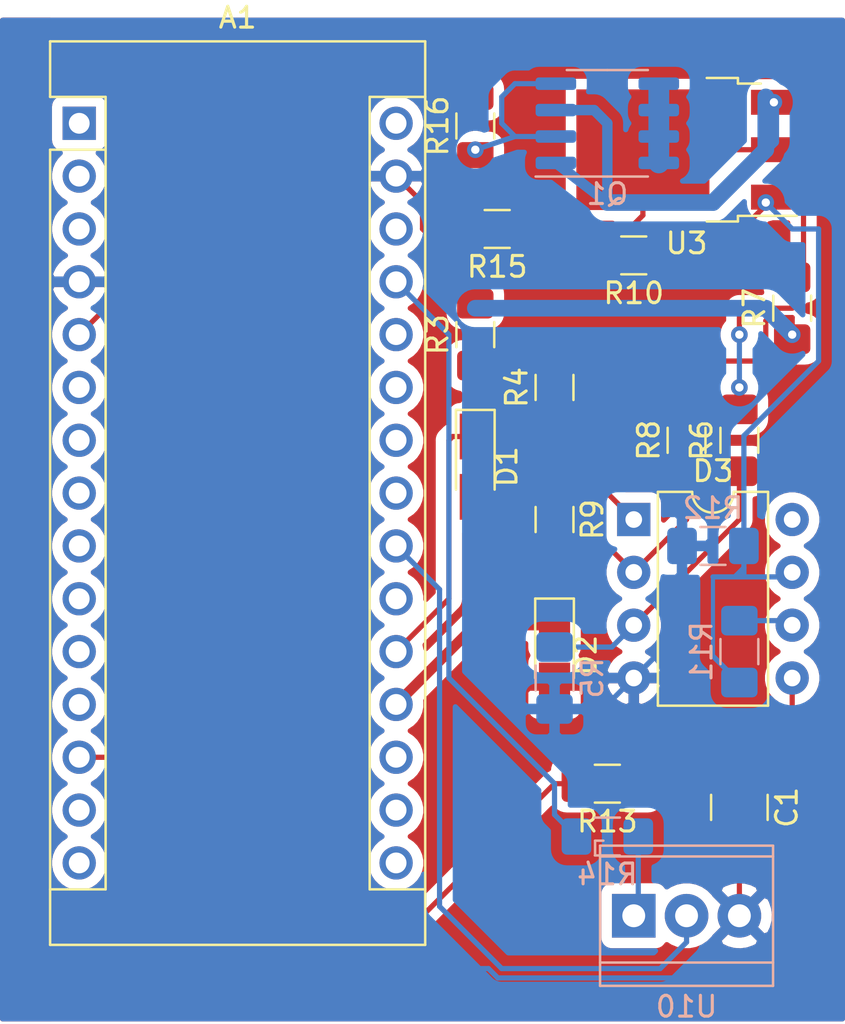
<source format=kicad_pcb>
(kicad_pcb (version 20171130) (host pcbnew "(5.1.6)-1")

  (general
    (thickness 1.6)
    (drawings 0)
    (tracks 155)
    (zones 0)
    (modules 22)
    (nets 41)
  )

  (page A4)
  (layers
    (0 F.Cu signal)
    (31 B.Cu signal)
    (32 B.Adhes user)
    (33 F.Adhes user)
    (34 B.Paste user)
    (35 F.Paste user)
    (36 B.SilkS user)
    (37 F.SilkS user)
    (38 B.Mask user)
    (39 F.Mask user)
    (40 Dwgs.User user)
    (41 Cmts.User user)
    (42 Eco1.User user)
    (43 Eco2.User user)
    (44 Edge.Cuts user)
    (45 Margin user)
    (46 B.CrtYd user)
    (47 F.CrtYd user)
    (48 B.Fab user hide)
    (49 F.Fab user hide)
  )

  (setup
    (last_trace_width 0.25)
    (trace_clearance 0.2)
    (zone_clearance 0.508)
    (zone_45_only no)
    (trace_min 0.2)
    (via_size 0.8)
    (via_drill 0.4)
    (via_min_size 0.4)
    (via_min_drill 0.3)
    (uvia_size 0.3)
    (uvia_drill 0.1)
    (uvias_allowed no)
    (uvia_min_size 0.2)
    (uvia_min_drill 0.1)
    (edge_width 0.05)
    (segment_width 0.2)
    (pcb_text_width 0.3)
    (pcb_text_size 1.5 1.5)
    (mod_edge_width 0.12)
    (mod_text_size 1 1)
    (mod_text_width 0.15)
    (pad_size 1.524 1.524)
    (pad_drill 0.762)
    (pad_to_mask_clearance 0.05)
    (aux_axis_origin 0 0)
    (visible_elements 7FFFFFFF)
    (pcbplotparams
      (layerselection 0x010fc_ffffffff)
      (usegerberextensions false)
      (usegerberattributes true)
      (usegerberadvancedattributes true)
      (creategerberjobfile true)
      (excludeedgelayer true)
      (linewidth 0.100000)
      (plotframeref false)
      (viasonmask false)
      (mode 1)
      (useauxorigin false)
      (hpglpennumber 1)
      (hpglpenspeed 20)
      (hpglpendiameter 15.000000)
      (psnegative false)
      (psa4output false)
      (plotreference true)
      (plotvalue true)
      (plotinvisibletext false)
      (padsonsilk false)
      (subtractmaskfromsilk false)
      (outputformat 1)
      (mirror false)
      (drillshape 1)
      (scaleselection 1)
      (outputdirectory ""))
  )

  (net 0 "")
  (net 1 "Net-(A1-Pad16)")
  (net 2 "Net-(A1-Pad15)")
  (net 3 +10V)
  (net 4 "Net-(A1-Pad14)")
  (net 5 "Net-(A1-Pad13)")
  (net 6 "Net-(A1-Pad28)")
  (net 7 "Net-(A1-Pad12)")
  (net 8 "Net-(A1-Pad27)")
  (net 9 "Net-(A1-Pad11)")
  (net 10 "Net-(A1-Pad26)")
  (net 11 "Net-(A1-Pad10)")
  (net 12 "Net-(A1-Pad25)")
  (net 13 "Net-(A1-Pad9)")
  (net 14 "Net-(A1-Pad24)")
  (net 15 "Net-(A1-Pad8)")
  (net 16 "Net-(A1-Pad23)")
  (net 17 "Net-(A1-Pad7)")
  (net 18 "Net-(A1-Pad22)")
  (net 19 "Net-(A1-Pad6)")
  (net 20 "Net-(A1-Pad21)")
  (net 21 "Net-(A1-Pad5)")
  (net 22 /A1)
  (net 23 GND)
  (net 24 "Net-(A1-Pad3)")
  (net 25 "Net-(A1-Pad18)")
  (net 26 "Net-(A1-Pad2)")
  (net 27 "Net-(A1-Pad17)")
  (net 28 "Net-(A1-Pad1)")
  (net 29 "Net-(Q1-Pad2)")
  (net 30 "Net-(C1-Pad1)")
  (net 31 "Net-(Q1-Pad7)")
  (net 32 "Net-(R1-Pad2)")
  (net 33 "Net-(R10-Pad2)")
  (net 34 "Net-(R14-Pad2)")
  (net 35 "Net-(D3-Pad7)")
  (net 36 "Net-(D3-Pad3)")
  (net 37 "Net-(D3-Pad6)")
  (net 38 "Net-(D3-Pad2)")
  (net 39 /1)
  (net 40 /VIN)

  (net_class Default "This is the default net class."
    (clearance 0.2)
    (trace_width 0.25)
    (via_dia 0.8)
    (via_drill 0.4)
    (uvia_dia 0.3)
    (uvia_drill 0.1)
    (add_net +10V)
    (add_net /1)
    (add_net /A1)
    (add_net /VIN)
    (add_net GND)
    (add_net "Net-(A1-Pad1)")
    (add_net "Net-(A1-Pad10)")
    (add_net "Net-(A1-Pad11)")
    (add_net "Net-(A1-Pad12)")
    (add_net "Net-(A1-Pad13)")
    (add_net "Net-(A1-Pad14)")
    (add_net "Net-(A1-Pad15)")
    (add_net "Net-(A1-Pad16)")
    (add_net "Net-(A1-Pad17)")
    (add_net "Net-(A1-Pad18)")
    (add_net "Net-(A1-Pad2)")
    (add_net "Net-(A1-Pad21)")
    (add_net "Net-(A1-Pad22)")
    (add_net "Net-(A1-Pad23)")
    (add_net "Net-(A1-Pad24)")
    (add_net "Net-(A1-Pad25)")
    (add_net "Net-(A1-Pad26)")
    (add_net "Net-(A1-Pad27)")
    (add_net "Net-(A1-Pad28)")
    (add_net "Net-(A1-Pad3)")
    (add_net "Net-(A1-Pad5)")
    (add_net "Net-(A1-Pad6)")
    (add_net "Net-(A1-Pad7)")
    (add_net "Net-(A1-Pad8)")
    (add_net "Net-(A1-Pad9)")
    (add_net "Net-(C1-Pad1)")
    (add_net "Net-(D3-Pad2)")
    (add_net "Net-(D3-Pad3)")
    (add_net "Net-(D3-Pad6)")
    (add_net "Net-(D3-Pad7)")
    (add_net "Net-(Q1-Pad2)")
    (add_net "Net-(Q1-Pad7)")
    (add_net "Net-(R1-Pad2)")
    (add_net "Net-(R10-Pad2)")
    (add_net "Net-(R14-Pad2)")
  )

  (module Package_DIP:DIP-8_W7.62mm (layer F.Cu) (tedit 5A02E8C5) (tstamp 5F479A32)
    (at 105.41 118.11)
    (descr "8-lead though-hole mounted DIP package, row spacing 7.62 mm (300 mils)")
    (tags "THT DIP DIL PDIP 2.54mm 7.62mm 300mil")
    (path /5F4B2699)
    (fp_text reference D3 (at 3.81 -2.33) (layer F.SilkS)
      (effects (font (size 1 1) (thickness 0.15)))
    )
    (fp_text value lm358_11 (at 3.81 9.95) (layer F.Fab)
      (effects (font (size 1 1) (thickness 0.15)))
    )
    (fp_line (start 8.7 -1.55) (end -1.1 -1.55) (layer F.CrtYd) (width 0.05))
    (fp_line (start 8.7 9.15) (end 8.7 -1.55) (layer F.CrtYd) (width 0.05))
    (fp_line (start -1.1 9.15) (end 8.7 9.15) (layer F.CrtYd) (width 0.05))
    (fp_line (start -1.1 -1.55) (end -1.1 9.15) (layer F.CrtYd) (width 0.05))
    (fp_line (start 6.46 -1.33) (end 4.81 -1.33) (layer F.SilkS) (width 0.12))
    (fp_line (start 6.46 8.95) (end 6.46 -1.33) (layer F.SilkS) (width 0.12))
    (fp_line (start 1.16 8.95) (end 6.46 8.95) (layer F.SilkS) (width 0.12))
    (fp_line (start 1.16 -1.33) (end 1.16 8.95) (layer F.SilkS) (width 0.12))
    (fp_line (start 2.81 -1.33) (end 1.16 -1.33) (layer F.SilkS) (width 0.12))
    (fp_line (start 0.635 -0.27) (end 1.635 -1.27) (layer F.Fab) (width 0.1))
    (fp_line (start 0.635 8.89) (end 0.635 -0.27) (layer F.Fab) (width 0.1))
    (fp_line (start 6.985 8.89) (end 0.635 8.89) (layer F.Fab) (width 0.1))
    (fp_line (start 6.985 -1.27) (end 6.985 8.89) (layer F.Fab) (width 0.1))
    (fp_line (start 1.635 -1.27) (end 6.985 -1.27) (layer F.Fab) (width 0.1))
    (fp_text user %R (at 3.81 3.81) (layer F.Fab)
      (effects (font (size 1 1) (thickness 0.15)))
    )
    (fp_arc (start 3.81 -1.33) (end 2.81 -1.33) (angle -180) (layer F.SilkS) (width 0.12))
    (pad 8 thru_hole oval (at 7.62 0) (size 1.6 1.6) (drill 0.8) (layers *.Cu *.Mask)
      (net 40 /VIN))
    (pad 4 thru_hole oval (at 0 7.62) (size 1.6 1.6) (drill 0.8) (layers *.Cu *.Mask)
      (net 23 GND))
    (pad 7 thru_hole oval (at 7.62 2.54) (size 1.6 1.6) (drill 0.8) (layers *.Cu *.Mask)
      (net 35 "Net-(D3-Pad7)"))
    (pad 3 thru_hole oval (at 0 5.08) (size 1.6 1.6) (drill 0.8) (layers *.Cu *.Mask)
      (net 36 "Net-(D3-Pad3)"))
    (pad 6 thru_hole oval (at 7.62 5.08) (size 1.6 1.6) (drill 0.8) (layers *.Cu *.Mask)
      (net 37 "Net-(D3-Pad6)"))
    (pad 2 thru_hole oval (at 0 2.54) (size 1.6 1.6) (drill 0.8) (layers *.Cu *.Mask)
      (net 38 "Net-(D3-Pad2)"))
    (pad 5 thru_hole oval (at 7.62 7.62) (size 1.6 1.6) (drill 0.8) (layers *.Cu *.Mask)
      (net 30 "Net-(C1-Pad1)"))
    (pad 1 thru_hole rect (at 0 0) (size 1.6 1.6) (drill 0.8) (layers *.Cu *.Mask)
      (net 39 /1))
    (model ${KISYS3DMOD}/Package_DIP.3dshapes/DIP-8_W7.62mm.wrl
      (at (xyz 0 0 0))
      (scale (xyz 1 1 1))
      (rotate (xyz 0 0 0))
    )
  )

  (module Capacitor_SMD:C_1206_3216Metric_Pad1.42x1.75mm_HandSolder (layer F.Cu) (tedit 5B301BBE) (tstamp 5F46DBAF)
    (at 105.41 105.41 180)
    (descr "Capacitor SMD 1206 (3216 Metric), square (rectangular) end terminal, IPC_7351 nominal with elongated pad for handsoldering. (Body size source: http://www.tortai-tech.com/upload/download/2011102023233369053.pdf), generated with kicad-footprint-generator")
    (tags "capacitor handsolder")
    (path /5F477C35)
    (attr smd)
    (fp_text reference R10 (at 0 -1.82) (layer F.SilkS)
      (effects (font (size 1 1) (thickness 0.15)))
    )
    (fp_text value 330 (at 0 1.82) (layer F.Fab)
      (effects (font (size 1 1) (thickness 0.15)))
    )
    (fp_line (start 2.45 1.12) (end -2.45 1.12) (layer F.CrtYd) (width 0.05))
    (fp_line (start 2.45 -1.12) (end 2.45 1.12) (layer F.CrtYd) (width 0.05))
    (fp_line (start -2.45 -1.12) (end 2.45 -1.12) (layer F.CrtYd) (width 0.05))
    (fp_line (start -2.45 1.12) (end -2.45 -1.12) (layer F.CrtYd) (width 0.05))
    (fp_line (start -0.602064 0.91) (end 0.602064 0.91) (layer F.SilkS) (width 0.12))
    (fp_line (start -0.602064 -0.91) (end 0.602064 -0.91) (layer F.SilkS) (width 0.12))
    (fp_line (start 1.6 0.8) (end -1.6 0.8) (layer F.Fab) (width 0.1))
    (fp_line (start 1.6 -0.8) (end 1.6 0.8) (layer F.Fab) (width 0.1))
    (fp_line (start -1.6 -0.8) (end 1.6 -0.8) (layer F.Fab) (width 0.1))
    (fp_line (start -1.6 0.8) (end -1.6 -0.8) (layer F.Fab) (width 0.1))
    (fp_text user %R (at 0 0) (layer F.Fab)
      (effects (font (size 0.8 0.8) (thickness 0.12)))
    )
    (pad 2 smd roundrect (at 1.4875 0 180) (size 1.425 1.75) (layers F.Cu F.Paste F.Mask) (roundrect_rratio 0.175439)
      (net 33 "Net-(R10-Pad2)"))
    (pad 1 smd roundrect (at -1.4875 0 180) (size 1.425 1.75) (layers F.Cu F.Paste F.Mask) (roundrect_rratio 0.175439)
      (net 35 "Net-(D3-Pad7)"))
    (model ${KISYS3DMOD}/Capacitor_SMD.3dshapes/C_1206_3216Metric.wrl
      (at (xyz 0 0 0))
      (scale (xyz 1 1 1))
      (rotate (xyz 0 0 0))
    )
  )

  (module Package_TO_SOT_SMD:TO-252-3_TabPin2 (layer F.Cu) (tedit 5A70F30B) (tstamp 5F46DC6D)
    (at 107.95 100.33 180)
    (descr "TO-252 / DPAK SMD package, http://www.infineon.com/cms/en/product/packages/PG-TO252/PG-TO252-3-1/")
    (tags "DPAK TO-252 DPAK-3 TO-252-3 SOT-428")
    (path /5F4C171E)
    (attr smd)
    (fp_text reference U3 (at 0 -4.5) (layer F.SilkS)
      (effects (font (size 1 1) (thickness 0.15)))
    )
    (fp_text value LM317_TO-252 (at 0 4.5) (layer F.Fab)
      (effects (font (size 1 1) (thickness 0.15)))
    )
    (fp_line (start 3.95 -2.7) (end 4.95 -2.7) (layer F.Fab) (width 0.1))
    (fp_line (start 4.95 -2.7) (end 4.95 2.7) (layer F.Fab) (width 0.1))
    (fp_line (start 4.95 2.7) (end 3.95 2.7) (layer F.Fab) (width 0.1))
    (fp_line (start 3.95 -3.25) (end 3.95 3.25) (layer F.Fab) (width 0.1))
    (fp_line (start 3.95 3.25) (end -2.27 3.25) (layer F.Fab) (width 0.1))
    (fp_line (start -2.27 3.25) (end -2.27 -2.25) (layer F.Fab) (width 0.1))
    (fp_line (start -2.27 -2.25) (end -1.27 -3.25) (layer F.Fab) (width 0.1))
    (fp_line (start -1.27 -3.25) (end 3.95 -3.25) (layer F.Fab) (width 0.1))
    (fp_line (start -1.865 -2.655) (end -4.97 -2.655) (layer F.Fab) (width 0.1))
    (fp_line (start -4.97 -2.655) (end -4.97 -1.905) (layer F.Fab) (width 0.1))
    (fp_line (start -4.97 -1.905) (end -2.27 -1.905) (layer F.Fab) (width 0.1))
    (fp_line (start -2.27 -0.375) (end -4.97 -0.375) (layer F.Fab) (width 0.1))
    (fp_line (start -4.97 -0.375) (end -4.97 0.375) (layer F.Fab) (width 0.1))
    (fp_line (start -4.97 0.375) (end -2.27 0.375) (layer F.Fab) (width 0.1))
    (fp_line (start -2.27 1.905) (end -4.97 1.905) (layer F.Fab) (width 0.1))
    (fp_line (start -4.97 1.905) (end -4.97 2.655) (layer F.Fab) (width 0.1))
    (fp_line (start -4.97 2.655) (end -2.27 2.655) (layer F.Fab) (width 0.1))
    (fp_line (start -0.97 -3.45) (end -2.47 -3.45) (layer F.SilkS) (width 0.12))
    (fp_line (start -2.47 -3.45) (end -2.47 -3.18) (layer F.SilkS) (width 0.12))
    (fp_line (start -2.47 -3.18) (end -5.3 -3.18) (layer F.SilkS) (width 0.12))
    (fp_line (start -0.97 3.45) (end -2.47 3.45) (layer F.SilkS) (width 0.12))
    (fp_line (start -2.47 3.45) (end -2.47 3.18) (layer F.SilkS) (width 0.12))
    (fp_line (start -2.47 3.18) (end -3.57 3.18) (layer F.SilkS) (width 0.12))
    (fp_line (start -5.55 -3.5) (end -5.55 3.5) (layer F.CrtYd) (width 0.05))
    (fp_line (start -5.55 3.5) (end 5.55 3.5) (layer F.CrtYd) (width 0.05))
    (fp_line (start 5.55 3.5) (end 5.55 -3.5) (layer F.CrtYd) (width 0.05))
    (fp_line (start 5.55 -3.5) (end -5.55 -3.5) (layer F.CrtYd) (width 0.05))
    (fp_text user %R (at 0 0) (layer F.Fab)
      (effects (font (size 1 1) (thickness 0.15)))
    )
    (pad "" smd rect (at 0.425 1.525 180) (size 3.05 2.75) (layers F.Paste))
    (pad "" smd rect (at 3.775 -1.525 180) (size 3.05 2.75) (layers F.Paste))
    (pad "" smd rect (at 0.425 -1.525 180) (size 3.05 2.75) (layers F.Paste))
    (pad "" smd rect (at 3.775 1.525 180) (size 3.05 2.75) (layers F.Paste))
    (pad 2 smd rect (at 2.1 0 180) (size 6.4 5.8) (layers F.Cu F.Mask)
      (net 33 "Net-(R10-Pad2)"))
    (pad 3 smd rect (at -4.2 2.28 180) (size 2.2 1.2) (layers F.Cu F.Paste F.Mask))
    (pad 2 smd rect (at -4.2 0 180) (size 2.2 1.2) (layers F.Cu F.Paste F.Mask)
      (net 33 "Net-(R10-Pad2)"))
    (pad 1 smd rect (at -4.2 -2.28 180) (size 2.2 1.2) (layers F.Cu F.Paste F.Mask)
      (net 35 "Net-(D3-Pad7)"))
    (model ${KISYS3DMOD}/Package_TO_SOT_SMD.3dshapes/TO-252-3_TabPin2.wrl
      (at (xyz 0 0 0))
      (scale (xyz 1 1 1))
      (rotate (xyz 0 0 0))
    )
  )

  (module TerminalBlock_TE-Connectivity:TerminalBlock_TE_282834-3_1x03_P2.54mm_Horizontal (layer B.Cu) (tedit 5B1EC513) (tstamp 5F46DC91)
    (at 105.41 137.16)
    (descr "Terminal Block TE 282834-3, 3 pins, pitch 2.54mm, size 8.08x6.5mm^2, drill diamater 1.1mm, pad diameter 2.1mm, see http://www.te.com/commerce/DocumentDelivery/DDEController?Action=showdoc&DocId=Customer+Drawing%7F282834%7FC1%7Fpdf%7FEnglish%7FENG_CD_282834_C1.pdf, script-generated using https://github.com/pointhi/kicad-footprint-generator/scripts/TerminalBlock_TE-Connectivity")
    (tags "THT Terminal Block TE 282834-3 pitch 2.54mm size 8.08x6.5mm^2 drill 1.1mm pad 2.1mm")
    (path /5F400023)
    (fp_text reference U10 (at 2.54 4.37) (layer B.SilkS)
      (effects (font (size 1 1) (thickness 0.15)) (justify mirror))
    )
    (fp_text value LM355 (at 2.54 -4.37) (layer B.Fab)
      (effects (font (size 1 1) (thickness 0.15)) (justify mirror))
    )
    (fp_line (start 7.08 3.75) (end -2 3.75) (layer B.CrtYd) (width 0.05))
    (fp_line (start 7.08 -3.75) (end 7.08 3.75) (layer B.CrtYd) (width 0.05))
    (fp_line (start -2 -3.75) (end 7.08 -3.75) (layer B.CrtYd) (width 0.05))
    (fp_line (start -2 3.75) (end -2 -3.75) (layer B.CrtYd) (width 0.05))
    (fp_line (start -1.86 -3.61) (end -1.46 -3.61) (layer B.SilkS) (width 0.12))
    (fp_line (start -1.86 -2.97) (end -1.86 -3.61) (layer B.SilkS) (width 0.12))
    (fp_line (start 5.781 0.835) (end 4.246 -0.7) (layer B.Fab) (width 0.1))
    (fp_line (start 5.915 0.7) (end 4.38 -0.835) (layer B.Fab) (width 0.1))
    (fp_line (start 3.241 0.835) (end 1.706 -0.7) (layer B.Fab) (width 0.1))
    (fp_line (start 3.375 0.7) (end 1.84 -0.835) (layer B.Fab) (width 0.1))
    (fp_line (start 0.701 0.835) (end -0.835 -0.7) (layer B.Fab) (width 0.1))
    (fp_line (start 0.835 0.7) (end -0.701 -0.835) (layer B.Fab) (width 0.1))
    (fp_line (start 6.7 3.37) (end 6.7 -3.37) (layer B.SilkS) (width 0.12))
    (fp_line (start -1.62 3.37) (end -1.62 -3.37) (layer B.SilkS) (width 0.12))
    (fp_line (start -1.62 -3.37) (end 6.7 -3.37) (layer B.SilkS) (width 0.12))
    (fp_line (start -1.62 3.37) (end 6.7 3.37) (layer B.SilkS) (width 0.12))
    (fp_line (start -1.62 2.25) (end 6.7 2.25) (layer B.SilkS) (width 0.12))
    (fp_line (start -1.5 2.25) (end 6.58 2.25) (layer B.Fab) (width 0.1))
    (fp_line (start -1.62 -2.85) (end 6.7 -2.85) (layer B.SilkS) (width 0.12))
    (fp_line (start -1.5 -2.85) (end 6.58 -2.85) (layer B.Fab) (width 0.1))
    (fp_line (start -1.5 -2.85) (end -1.5 3.25) (layer B.Fab) (width 0.1))
    (fp_line (start -1.1 -3.25) (end -1.5 -2.85) (layer B.Fab) (width 0.1))
    (fp_line (start 6.58 -3.25) (end -1.1 -3.25) (layer B.Fab) (width 0.1))
    (fp_line (start 6.58 3.25) (end 6.58 -3.25) (layer B.Fab) (width 0.1))
    (fp_line (start -1.5 3.25) (end 6.58 3.25) (layer B.Fab) (width 0.1))
    (fp_circle (center 5.08 0) (end 6.18 0) (layer B.Fab) (width 0.1))
    (fp_circle (center 2.54 0) (end 3.64 0) (layer B.Fab) (width 0.1))
    (fp_circle (center 0 0) (end 1.1 0) (layer B.Fab) (width 0.1))
    (fp_text user %R (at 5.08 3.81) (layer B.Fab)
      (effects (font (size 1 1) (thickness 0.15)) (justify mirror))
    )
    (pad 3 thru_hole circle (at 5.08 0) (size 2.1 2.1) (drill 1.1) (layers *.Cu *.Mask)
      (net 23 GND))
    (pad 2 thru_hole circle (at 2.54 0) (size 2.1 2.1) (drill 1.1) (layers *.Cu *.Mask)
      (net 18 "Net-(A1-Pad22)"))
    (pad 1 thru_hole rect (at 0 0) (size 2.1 2.1) (drill 1.1) (layers *.Cu *.Mask)
      (net 34 "Net-(R14-Pad2)"))
    (model ${KISYS3DMOD}/TerminalBlock_TE-Connectivity.3dshapes/TerminalBlock_TE_282834-3_1x03_P2.54mm_Horizontal.wrl
      (at (xyz 0 0 0))
      (scale (xyz 1 1 1))
      (rotate (xyz 0 0 0))
    )
  )

  (module Capacitor_SMD:C_1206_3216Metric (layer F.Cu) (tedit 5B301BBE) (tstamp 5F46DC15)
    (at 97.79 99.19 90)
    (descr "Capacitor SMD 1206 (3216 Metric), square (rectangular) end terminal, IPC_7351 nominal, (Body size source: http://www.tortai-tech.com/upload/download/2011102023233369053.pdf), generated with kicad-footprint-generator")
    (tags capacitor)
    (path /5F4D13E3)
    (attr smd)
    (fp_text reference R16 (at 0 -1.82 90) (layer F.SilkS)
      (effects (font (size 1 1) (thickness 0.15)))
    )
    (fp_text value 100 (at 0 1.82 90) (layer F.Fab)
      (effects (font (size 1 1) (thickness 0.15)))
    )
    (fp_line (start 2.28 1.12) (end -2.28 1.12) (layer F.CrtYd) (width 0.05))
    (fp_line (start 2.28 -1.12) (end 2.28 1.12) (layer F.CrtYd) (width 0.05))
    (fp_line (start -2.28 -1.12) (end 2.28 -1.12) (layer F.CrtYd) (width 0.05))
    (fp_line (start -2.28 1.12) (end -2.28 -1.12) (layer F.CrtYd) (width 0.05))
    (fp_line (start -0.602064 0.91) (end 0.602064 0.91) (layer F.SilkS) (width 0.12))
    (fp_line (start -0.602064 -0.91) (end 0.602064 -0.91) (layer F.SilkS) (width 0.12))
    (fp_line (start 1.6 0.8) (end -1.6 0.8) (layer F.Fab) (width 0.1))
    (fp_line (start 1.6 -0.8) (end 1.6 0.8) (layer F.Fab) (width 0.1))
    (fp_line (start -1.6 -0.8) (end 1.6 -0.8) (layer F.Fab) (width 0.1))
    (fp_line (start -1.6 0.8) (end -1.6 -0.8) (layer F.Fab) (width 0.1))
    (fp_text user %R (at 0 0 90) (layer F.Fab)
      (effects (font (size 0.8 0.8) (thickness 0.12)))
    )
    (pad 2 smd roundrect (at 1.4 0 90) (size 1.25 1.75) (layers F.Cu F.Paste F.Mask) (roundrect_rratio 0.2)
      (net 21 "Net-(A1-Pad5)"))
    (pad 1 smd roundrect (at -1.4 0 90) (size 1.25 1.75) (layers F.Cu F.Paste F.Mask) (roundrect_rratio 0.2)
      (net 29 "Net-(Q1-Pad2)"))
    (model ${KISYS3DMOD}/Capacitor_SMD.3dshapes/C_1206_3216Metric.wrl
      (at (xyz 0 0 0))
      (scale (xyz 1 1 1))
      (rotate (xyz 0 0 0))
    )
  )

  (module Capacitor_SMD:C_1206_3216Metric_Pad1.42x1.75mm_HandSolder (layer F.Cu) (tedit 5B301BBE) (tstamp 5F46DC04)
    (at 98.8425 104.14 180)
    (descr "Capacitor SMD 1206 (3216 Metric), square (rectangular) end terminal, IPC_7351 nominal with elongated pad for handsoldering. (Body size source: http://www.tortai-tech.com/upload/download/2011102023233369053.pdf), generated with kicad-footprint-generator")
    (tags "capacitor handsolder")
    (path /5F4D1CD8)
    (attr smd)
    (fp_text reference R15 (at 0 -1.82) (layer F.SilkS)
      (effects (font (size 1 1) (thickness 0.15)))
    )
    (fp_text value 20k (at 0 1.82) (layer F.Fab)
      (effects (font (size 1 1) (thickness 0.15)))
    )
    (fp_line (start 2.45 1.12) (end -2.45 1.12) (layer F.CrtYd) (width 0.05))
    (fp_line (start 2.45 -1.12) (end 2.45 1.12) (layer F.CrtYd) (width 0.05))
    (fp_line (start -2.45 -1.12) (end 2.45 -1.12) (layer F.CrtYd) (width 0.05))
    (fp_line (start -2.45 1.12) (end -2.45 -1.12) (layer F.CrtYd) (width 0.05))
    (fp_line (start -0.602064 0.91) (end 0.602064 0.91) (layer F.SilkS) (width 0.12))
    (fp_line (start -0.602064 -0.91) (end 0.602064 -0.91) (layer F.SilkS) (width 0.12))
    (fp_line (start 1.6 0.8) (end -1.6 0.8) (layer F.Fab) (width 0.1))
    (fp_line (start 1.6 -0.8) (end 1.6 0.8) (layer F.Fab) (width 0.1))
    (fp_line (start -1.6 -0.8) (end 1.6 -0.8) (layer F.Fab) (width 0.1))
    (fp_line (start -1.6 0.8) (end -1.6 -0.8) (layer F.Fab) (width 0.1))
    (fp_text user %R (at 0 0) (layer F.Fab)
      (effects (font (size 0.8 0.8) (thickness 0.12)))
    )
    (pad 2 smd roundrect (at 1.4875 0 180) (size 1.425 1.75) (layers F.Cu F.Paste F.Mask) (roundrect_rratio 0.175439)
      (net 29 "Net-(Q1-Pad2)"))
    (pad 1 smd roundrect (at -1.4875 0 180) (size 1.425 1.75) (layers F.Cu F.Paste F.Mask) (roundrect_rratio 0.175439)
      (net 23 GND))
    (model ${KISYS3DMOD}/Capacitor_SMD.3dshapes/C_1206_3216Metric.wrl
      (at (xyz 0 0 0))
      (scale (xyz 1 1 1))
      (rotate (xyz 0 0 0))
    )
  )

  (module Capacitor_SMD:C_1206_3216Metric_Pad1.42x1.75mm_HandSolder (layer B.Cu) (tedit 5B301BBE) (tstamp 5F46DBF3)
    (at 104.14 133.35)
    (descr "Capacitor SMD 1206 (3216 Metric), square (rectangular) end terminal, IPC_7351 nominal with elongated pad for handsoldering. (Body size source: http://www.tortai-tech.com/upload/download/2011102023233369053.pdf), generated with kicad-footprint-generator")
    (tags "capacitor handsolder")
    (path /5F3FF4B5)
    (attr smd)
    (fp_text reference R14 (at 0 1.82) (layer B.SilkS)
      (effects (font (size 1 1) (thickness 0.15)) (justify mirror))
    )
    (fp_text value 4k (at 0 -1.82) (layer B.Fab)
      (effects (font (size 1 1) (thickness 0.15)) (justify mirror))
    )
    (fp_line (start 2.45 -1.12) (end -2.45 -1.12) (layer B.CrtYd) (width 0.05))
    (fp_line (start 2.45 1.12) (end 2.45 -1.12) (layer B.CrtYd) (width 0.05))
    (fp_line (start -2.45 1.12) (end 2.45 1.12) (layer B.CrtYd) (width 0.05))
    (fp_line (start -2.45 -1.12) (end -2.45 1.12) (layer B.CrtYd) (width 0.05))
    (fp_line (start -0.602064 -0.91) (end 0.602064 -0.91) (layer B.SilkS) (width 0.12))
    (fp_line (start -0.602064 0.91) (end 0.602064 0.91) (layer B.SilkS) (width 0.12))
    (fp_line (start 1.6 -0.8) (end -1.6 -0.8) (layer B.Fab) (width 0.1))
    (fp_line (start 1.6 0.8) (end 1.6 -0.8) (layer B.Fab) (width 0.1))
    (fp_line (start -1.6 0.8) (end 1.6 0.8) (layer B.Fab) (width 0.1))
    (fp_line (start -1.6 -0.8) (end -1.6 0.8) (layer B.Fab) (width 0.1))
    (fp_text user %R (at 0 0) (layer B.Fab)
      (effects (font (size 0.8 0.8) (thickness 0.12)) (justify mirror))
    )
    (pad 2 smd roundrect (at 1.4875 0) (size 1.425 1.75) (layers B.Cu B.Paste B.Mask) (roundrect_rratio 0.175439)
      (net 34 "Net-(R14-Pad2)"))
    (pad 1 smd roundrect (at -1.4875 0) (size 1.425 1.75) (layers B.Cu B.Paste B.Mask) (roundrect_rratio 0.175439)
      (net 8 "Net-(A1-Pad27)"))
    (model ${KISYS3DMOD}/Capacitor_SMD.3dshapes/C_1206_3216Metric.wrl
      (at (xyz 0 0 0))
      (scale (xyz 1 1 1))
      (rotate (xyz 0 0 0))
    )
  )

  (module Capacitor_SMD:C_1206_3216Metric_Pad1.42x1.75mm_HandSolder (layer F.Cu) (tedit 5B301BBE) (tstamp 5F46DBE2)
    (at 104.14 130.81 180)
    (descr "Capacitor SMD 1206 (3216 Metric), square (rectangular) end terminal, IPC_7351 nominal with elongated pad for handsoldering. (Body size source: http://www.tortai-tech.com/upload/download/2011102023233369053.pdf), generated with kicad-footprint-generator")
    (tags "capacitor handsolder")
    (path /5F45EC29)
    (attr smd)
    (fp_text reference R13 (at 0 -1.82) (layer F.SilkS)
      (effects (font (size 1 1) (thickness 0.15)))
    )
    (fp_text value 200k (at 0 1.82) (layer F.Fab)
      (effects (font (size 1 1) (thickness 0.15)))
    )
    (fp_line (start 2.45 1.12) (end -2.45 1.12) (layer F.CrtYd) (width 0.05))
    (fp_line (start 2.45 -1.12) (end 2.45 1.12) (layer F.CrtYd) (width 0.05))
    (fp_line (start -2.45 -1.12) (end 2.45 -1.12) (layer F.CrtYd) (width 0.05))
    (fp_line (start -2.45 1.12) (end -2.45 -1.12) (layer F.CrtYd) (width 0.05))
    (fp_line (start -0.602064 0.91) (end 0.602064 0.91) (layer F.SilkS) (width 0.12))
    (fp_line (start -0.602064 -0.91) (end 0.602064 -0.91) (layer F.SilkS) (width 0.12))
    (fp_line (start 1.6 0.8) (end -1.6 0.8) (layer F.Fab) (width 0.1))
    (fp_line (start 1.6 -0.8) (end 1.6 0.8) (layer F.Fab) (width 0.1))
    (fp_line (start -1.6 -0.8) (end 1.6 -0.8) (layer F.Fab) (width 0.1))
    (fp_line (start -1.6 0.8) (end -1.6 -0.8) (layer F.Fab) (width 0.1))
    (fp_text user %R (at 0 0) (layer F.Fab)
      (effects (font (size 0.8 0.8) (thickness 0.12)))
    )
    (pad 2 smd roundrect (at 1.4875 0 180) (size 1.425 1.75) (layers F.Cu F.Paste F.Mask) (roundrect_rratio 0.175439)
      (net 5 "Net-(A1-Pad13)"))
    (pad 1 smd roundrect (at -1.4875 0 180) (size 1.425 1.75) (layers F.Cu F.Paste F.Mask) (roundrect_rratio 0.175439)
      (net 30 "Net-(C1-Pad1)"))
    (model ${KISYS3DMOD}/Capacitor_SMD.3dshapes/C_1206_3216Metric.wrl
      (at (xyz 0 0 0))
      (scale (xyz 1 1 1))
      (rotate (xyz 0 0 0))
    )
  )

  (module Capacitor_SMD:C_1206_3216Metric_Pad1.42x1.75mm_HandSolder (layer B.Cu) (tedit 5B301BBE) (tstamp 5F46DBD1)
    (at 109.22 119.38 180)
    (descr "Capacitor SMD 1206 (3216 Metric), square (rectangular) end terminal, IPC_7351 nominal with elongated pad for handsoldering. (Body size source: http://www.tortai-tech.com/upload/download/2011102023233369053.pdf), generated with kicad-footprint-generator")
    (tags "capacitor handsolder")
    (path /5F4587E9)
    (attr smd)
    (fp_text reference R12 (at 0 1.82 180) (layer B.SilkS)
      (effects (font (size 1 1) (thickness 0.15)) (justify mirror))
    )
    (fp_text value 80k (at 0 -1.82 180) (layer B.Fab)
      (effects (font (size 1 1) (thickness 0.15)) (justify mirror))
    )
    (fp_line (start 2.45 -1.12) (end -2.45 -1.12) (layer B.CrtYd) (width 0.05))
    (fp_line (start 2.45 1.12) (end 2.45 -1.12) (layer B.CrtYd) (width 0.05))
    (fp_line (start -2.45 1.12) (end 2.45 1.12) (layer B.CrtYd) (width 0.05))
    (fp_line (start -2.45 -1.12) (end -2.45 1.12) (layer B.CrtYd) (width 0.05))
    (fp_line (start -0.602064 -0.91) (end 0.602064 -0.91) (layer B.SilkS) (width 0.12))
    (fp_line (start -0.602064 0.91) (end 0.602064 0.91) (layer B.SilkS) (width 0.12))
    (fp_line (start 1.6 -0.8) (end -1.6 -0.8) (layer B.Fab) (width 0.1))
    (fp_line (start 1.6 0.8) (end 1.6 -0.8) (layer B.Fab) (width 0.1))
    (fp_line (start -1.6 0.8) (end 1.6 0.8) (layer B.Fab) (width 0.1))
    (fp_line (start -1.6 -0.8) (end -1.6 0.8) (layer B.Fab) (width 0.1))
    (fp_text user %R (at 0 0 180) (layer B.Fab)
      (effects (font (size 0.8 0.8) (thickness 0.12)) (justify mirror))
    )
    (pad 2 smd roundrect (at 1.4875 0 180) (size 1.425 1.75) (layers B.Cu B.Paste B.Mask) (roundrect_rratio 0.175439)
      (net 23 GND))
    (pad 1 smd roundrect (at -1.4875 0 180) (size 1.425 1.75) (layers B.Cu B.Paste B.Mask) (roundrect_rratio 0.175439)
      (net 35 "Net-(D3-Pad7)"))
    (model ${KISYS3DMOD}/Capacitor_SMD.3dshapes/C_1206_3216Metric.wrl
      (at (xyz 0 0 0))
      (scale (xyz 1 1 1))
      (rotate (xyz 0 0 0))
    )
  )

  (module Capacitor_SMD:C_1206_3216Metric_Pad1.42x1.75mm_HandSolder (layer B.Cu) (tedit 5B301BBE) (tstamp 5F46DBC0)
    (at 110.49 124.46 270)
    (descr "Capacitor SMD 1206 (3216 Metric), square (rectangular) end terminal, IPC_7351 nominal with elongated pad for handsoldering. (Body size source: http://www.tortai-tech.com/upload/download/2011102023233369053.pdf), generated with kicad-footprint-generator")
    (tags "capacitor handsolder")
    (path /5F44A08F)
    (attr smd)
    (fp_text reference R11 (at 0 1.82 270) (layer B.SilkS)
      (effects (font (size 1 1) (thickness 0.15)) (justify mirror))
    )
    (fp_text value 100k (at 0 -1.82 270) (layer B.Fab)
      (effects (font (size 1 1) (thickness 0.15)) (justify mirror))
    )
    (fp_line (start 2.45 -1.12) (end -2.45 -1.12) (layer B.CrtYd) (width 0.05))
    (fp_line (start 2.45 1.12) (end 2.45 -1.12) (layer B.CrtYd) (width 0.05))
    (fp_line (start -2.45 1.12) (end 2.45 1.12) (layer B.CrtYd) (width 0.05))
    (fp_line (start -2.45 -1.12) (end -2.45 1.12) (layer B.CrtYd) (width 0.05))
    (fp_line (start -0.602064 -0.91) (end 0.602064 -0.91) (layer B.SilkS) (width 0.12))
    (fp_line (start -0.602064 0.91) (end 0.602064 0.91) (layer B.SilkS) (width 0.12))
    (fp_line (start 1.6 -0.8) (end -1.6 -0.8) (layer B.Fab) (width 0.1))
    (fp_line (start 1.6 0.8) (end 1.6 -0.8) (layer B.Fab) (width 0.1))
    (fp_line (start -1.6 0.8) (end 1.6 0.8) (layer B.Fab) (width 0.1))
    (fp_line (start -1.6 -0.8) (end -1.6 0.8) (layer B.Fab) (width 0.1))
    (fp_text user %R (at 0 0 270) (layer B.Fab)
      (effects (font (size 0.8 0.8) (thickness 0.12)) (justify mirror))
    )
    (pad 2 smd roundrect (at 1.4875 0 270) (size 1.425 1.75) (layers B.Cu B.Paste B.Mask) (roundrect_rratio 0.175439)
      (net 35 "Net-(D3-Pad7)"))
    (pad 1 smd roundrect (at -1.4875 0 270) (size 1.425 1.75) (layers B.Cu B.Paste B.Mask) (roundrect_rratio 0.175439)
      (net 37 "Net-(D3-Pad6)"))
    (model ${KISYS3DMOD}/Capacitor_SMD.3dshapes/C_1206_3216Metric.wrl
      (at (xyz 0 0 0))
      (scale (xyz 1 1 1))
      (rotate (xyz 0 0 0))
    )
  )

  (module Capacitor_SMD:C_1206_3216Metric_Pad1.42x1.75mm_HandSolder (layer F.Cu) (tedit 5B301BBE) (tstamp 5F46DB9E)
    (at 101.6 118.11 270)
    (descr "Capacitor SMD 1206 (3216 Metric), square (rectangular) end terminal, IPC_7351 nominal with elongated pad for handsoldering. (Body size source: http://www.tortai-tech.com/upload/download/2011102023233369053.pdf), generated with kicad-footprint-generator")
    (tags "capacitor handsolder")
    (path /5F4A3343)
    (attr smd)
    (fp_text reference R9 (at 0 -1.82 90) (layer F.SilkS)
      (effects (font (size 1 1) (thickness 0.15)))
    )
    (fp_text value 200K (at 0 1.82 90) (layer F.Fab)
      (effects (font (size 1 1) (thickness 0.15)))
    )
    (fp_line (start 2.45 1.12) (end -2.45 1.12) (layer F.CrtYd) (width 0.05))
    (fp_line (start 2.45 -1.12) (end 2.45 1.12) (layer F.CrtYd) (width 0.05))
    (fp_line (start -2.45 -1.12) (end 2.45 -1.12) (layer F.CrtYd) (width 0.05))
    (fp_line (start -2.45 1.12) (end -2.45 -1.12) (layer F.CrtYd) (width 0.05))
    (fp_line (start -0.602064 0.91) (end 0.602064 0.91) (layer F.SilkS) (width 0.12))
    (fp_line (start -0.602064 -0.91) (end 0.602064 -0.91) (layer F.SilkS) (width 0.12))
    (fp_line (start 1.6 0.8) (end -1.6 0.8) (layer F.Fab) (width 0.1))
    (fp_line (start 1.6 -0.8) (end 1.6 0.8) (layer F.Fab) (width 0.1))
    (fp_line (start -1.6 -0.8) (end 1.6 -0.8) (layer F.Fab) (width 0.1))
    (fp_line (start -1.6 0.8) (end -1.6 -0.8) (layer F.Fab) (width 0.1))
    (fp_text user %R (at 0 0 90) (layer F.Fab)
      (effects (font (size 0.8 0.8) (thickness 0.12)))
    )
    (pad 2 smd roundrect (at 1.4875 0 270) (size 1.425 1.75) (layers F.Cu F.Paste F.Mask) (roundrect_rratio 0.175439)
      (net 38 "Net-(D3-Pad2)"))
    (pad 1 smd roundrect (at -1.4875 0 270) (size 1.425 1.75) (layers F.Cu F.Paste F.Mask) (roundrect_rratio 0.175439)
      (net 39 /1))
    (model ${KISYS3DMOD}/Capacitor_SMD.3dshapes/C_1206_3216Metric.wrl
      (at (xyz 0 0 0))
      (scale (xyz 1 1 1))
      (rotate (xyz 0 0 0))
    )
  )

  (module Capacitor_SMD:C_1206_3216Metric_Pad1.42x1.75mm_HandSolder (layer F.Cu) (tedit 5B301BBE) (tstamp 5F46DB8D)
    (at 107.95 114.3 90)
    (descr "Capacitor SMD 1206 (3216 Metric), square (rectangular) end terminal, IPC_7351 nominal with elongated pad for handsoldering. (Body size source: http://www.tortai-tech.com/upload/download/2011102023233369053.pdf), generated with kicad-footprint-generator")
    (tags "capacitor handsolder")
    (path /5F47DCB7)
    (attr smd)
    (fp_text reference R8 (at 0 -1.82 90) (layer F.SilkS)
      (effects (font (size 1 1) (thickness 0.15)))
    )
    (fp_text value 10k (at 0 1.82 90) (layer F.Fab)
      (effects (font (size 1 1) (thickness 0.15)))
    )
    (fp_line (start 2.45 1.12) (end -2.45 1.12) (layer F.CrtYd) (width 0.05))
    (fp_line (start 2.45 -1.12) (end 2.45 1.12) (layer F.CrtYd) (width 0.05))
    (fp_line (start -2.45 -1.12) (end 2.45 -1.12) (layer F.CrtYd) (width 0.05))
    (fp_line (start -2.45 1.12) (end -2.45 -1.12) (layer F.CrtYd) (width 0.05))
    (fp_line (start -0.602064 0.91) (end 0.602064 0.91) (layer F.SilkS) (width 0.12))
    (fp_line (start -0.602064 -0.91) (end 0.602064 -0.91) (layer F.SilkS) (width 0.12))
    (fp_line (start 1.6 0.8) (end -1.6 0.8) (layer F.Fab) (width 0.1))
    (fp_line (start 1.6 -0.8) (end 1.6 0.8) (layer F.Fab) (width 0.1))
    (fp_line (start -1.6 -0.8) (end 1.6 -0.8) (layer F.Fab) (width 0.1))
    (fp_line (start -1.6 0.8) (end -1.6 -0.8) (layer F.Fab) (width 0.1))
    (fp_text user %R (at 0 0 90) (layer F.Fab)
      (effects (font (size 0.8 0.8) (thickness 0.12)))
    )
    (pad 2 smd roundrect (at 1.4875 0 90) (size 1.425 1.75) (layers F.Cu F.Paste F.Mask) (roundrect_rratio 0.175439)
      (net 32 "Net-(R1-Pad2)"))
    (pad 1 smd roundrect (at -1.4875 0 90) (size 1.425 1.75) (layers F.Cu F.Paste F.Mask) (roundrect_rratio 0.175439)
      (net 38 "Net-(D3-Pad2)"))
    (model ${KISYS3DMOD}/Capacitor_SMD.3dshapes/C_1206_3216Metric.wrl
      (at (xyz 0 0 0))
      (scale (xyz 1 1 1))
      (rotate (xyz 0 0 0))
    )
  )

  (module Capacitor_SMD:C_1206_3216Metric_Pad1.42x1.75mm_HandSolder (layer F.Cu) (tedit 5B301BBE) (tstamp 5F46DB7C)
    (at 113.03 107.95 90)
    (descr "Capacitor SMD 1206 (3216 Metric), square (rectangular) end terminal, IPC_7351 nominal with elongated pad for handsoldering. (Body size source: http://www.tortai-tech.com/upload/download/2011102023233369053.pdf), generated with kicad-footprint-generator")
    (tags "capacitor handsolder")
    (path /5F47AB2B)
    (attr smd)
    (fp_text reference R7 (at 0 -1.82 90) (layer F.SilkS)
      (effects (font (size 1 1) (thickness 0.15)))
    )
    (fp_text value 0.1 (at 0 1.82 90) (layer F.Fab)
      (effects (font (size 1 1) (thickness 0.15)))
    )
    (fp_line (start 2.45 1.12) (end -2.45 1.12) (layer F.CrtYd) (width 0.05))
    (fp_line (start 2.45 -1.12) (end 2.45 1.12) (layer F.CrtYd) (width 0.05))
    (fp_line (start -2.45 -1.12) (end 2.45 -1.12) (layer F.CrtYd) (width 0.05))
    (fp_line (start -2.45 1.12) (end -2.45 -1.12) (layer F.CrtYd) (width 0.05))
    (fp_line (start -0.602064 0.91) (end 0.602064 0.91) (layer F.SilkS) (width 0.12))
    (fp_line (start -0.602064 -0.91) (end 0.602064 -0.91) (layer F.SilkS) (width 0.12))
    (fp_line (start 1.6 0.8) (end -1.6 0.8) (layer F.Fab) (width 0.1))
    (fp_line (start 1.6 -0.8) (end 1.6 0.8) (layer F.Fab) (width 0.1))
    (fp_line (start -1.6 -0.8) (end 1.6 -0.8) (layer F.Fab) (width 0.1))
    (fp_line (start -1.6 0.8) (end -1.6 -0.8) (layer F.Fab) (width 0.1))
    (fp_text user %R (at 0 0 90) (layer F.Fab)
      (effects (font (size 0.8 0.8) (thickness 0.12)))
    )
    (pad 2 smd roundrect (at 1.4875 0 90) (size 1.425 1.75) (layers F.Cu F.Paste F.Mask) (roundrect_rratio 0.175439)
      (net 33 "Net-(R10-Pad2)"))
    (pad 1 smd roundrect (at -1.4875 0 90) (size 1.425 1.75) (layers F.Cu F.Paste F.Mask) (roundrect_rratio 0.175439)
      (net 32 "Net-(R1-Pad2)"))
    (model ${KISYS3DMOD}/Capacitor_SMD.3dshapes/C_1206_3216Metric.wrl
      (at (xyz 0 0 0))
      (scale (xyz 1 1 1))
      (rotate (xyz 0 0 0))
    )
  )

  (module Capacitor_SMD:C_1206_3216Metric_Pad1.42x1.75mm_HandSolder (layer F.Cu) (tedit 5B301BBE) (tstamp 5F46DB6B)
    (at 110.49 114.3 90)
    (descr "Capacitor SMD 1206 (3216 Metric), square (rectangular) end terminal, IPC_7351 nominal with elongated pad for handsoldering. (Body size source: http://www.tortai-tech.com/upload/download/2011102023233369053.pdf), generated with kicad-footprint-generator")
    (tags "capacitor handsolder")
    (path /5F47EF53)
    (attr smd)
    (fp_text reference R6 (at 0 -1.82 90) (layer F.SilkS)
      (effects (font (size 1 1) (thickness 0.15)))
    )
    (fp_text value 100k (at 0 1.82 90) (layer F.Fab)
      (effects (font (size 1 1) (thickness 0.15)))
    )
    (fp_line (start 2.45 1.12) (end -2.45 1.12) (layer F.CrtYd) (width 0.05))
    (fp_line (start 2.45 -1.12) (end 2.45 1.12) (layer F.CrtYd) (width 0.05))
    (fp_line (start -2.45 -1.12) (end 2.45 -1.12) (layer F.CrtYd) (width 0.05))
    (fp_line (start -2.45 1.12) (end -2.45 -1.12) (layer F.CrtYd) (width 0.05))
    (fp_line (start -0.602064 0.91) (end 0.602064 0.91) (layer F.SilkS) (width 0.12))
    (fp_line (start -0.602064 -0.91) (end 0.602064 -0.91) (layer F.SilkS) (width 0.12))
    (fp_line (start 1.6 0.8) (end -1.6 0.8) (layer F.Fab) (width 0.1))
    (fp_line (start 1.6 -0.8) (end 1.6 0.8) (layer F.Fab) (width 0.1))
    (fp_line (start -1.6 -0.8) (end 1.6 -0.8) (layer F.Fab) (width 0.1))
    (fp_line (start -1.6 0.8) (end -1.6 -0.8) (layer F.Fab) (width 0.1))
    (fp_text user %R (at 0 0 90) (layer F.Fab)
      (effects (font (size 0.8 0.8) (thickness 0.12)))
    )
    (pad 2 smd roundrect (at 1.4875 0 90) (size 1.425 1.75) (layers F.Cu F.Paste F.Mask) (roundrect_rratio 0.175439)
      (net 33 "Net-(R10-Pad2)"))
    (pad 1 smd roundrect (at -1.4875 0 90) (size 1.425 1.75) (layers F.Cu F.Paste F.Mask) (roundrect_rratio 0.175439)
      (net 36 "Net-(D3-Pad3)"))
    (model ${KISYS3DMOD}/Capacitor_SMD.3dshapes/C_1206_3216Metric.wrl
      (at (xyz 0 0 0))
      (scale (xyz 1 1 1))
      (rotate (xyz 0 0 0))
    )
  )

  (module Capacitor_SMD:C_1206_3216Metric_Pad1.42x1.75mm_HandSolder (layer B.Cu) (tedit 5B301BBE) (tstamp 5F46DB5A)
    (at 101.6 125.73 90)
    (descr "Capacitor SMD 1206 (3216 Metric), square (rectangular) end terminal, IPC_7351 nominal with elongated pad for handsoldering. (Body size source: http://www.tortai-tech.com/upload/download/2011102023233369053.pdf), generated with kicad-footprint-generator")
    (tags "capacitor handsolder")
    (path /5F49E41B)
    (attr smd)
    (fp_text reference R5 (at 0 1.82 90) (layer B.SilkS)
      (effects (font (size 1 1) (thickness 0.15)) (justify mirror))
    )
    (fp_text value 200K (at 0 -1.82 90) (layer B.Fab)
      (effects (font (size 1 1) (thickness 0.15)) (justify mirror))
    )
    (fp_line (start 2.45 -1.12) (end -2.45 -1.12) (layer B.CrtYd) (width 0.05))
    (fp_line (start 2.45 1.12) (end 2.45 -1.12) (layer B.CrtYd) (width 0.05))
    (fp_line (start -2.45 1.12) (end 2.45 1.12) (layer B.CrtYd) (width 0.05))
    (fp_line (start -2.45 -1.12) (end -2.45 1.12) (layer B.CrtYd) (width 0.05))
    (fp_line (start -0.602064 -0.91) (end 0.602064 -0.91) (layer B.SilkS) (width 0.12))
    (fp_line (start -0.602064 0.91) (end 0.602064 0.91) (layer B.SilkS) (width 0.12))
    (fp_line (start 1.6 -0.8) (end -1.6 -0.8) (layer B.Fab) (width 0.1))
    (fp_line (start 1.6 0.8) (end 1.6 -0.8) (layer B.Fab) (width 0.1))
    (fp_line (start -1.6 0.8) (end 1.6 0.8) (layer B.Fab) (width 0.1))
    (fp_line (start -1.6 -0.8) (end -1.6 0.8) (layer B.Fab) (width 0.1))
    (fp_text user %R (at 0 0 90) (layer B.Fab)
      (effects (font (size 0.8 0.8) (thickness 0.12)) (justify mirror))
    )
    (pad 2 smd roundrect (at 1.4875 0 90) (size 1.425 1.75) (layers B.Cu B.Paste B.Mask) (roundrect_rratio 0.175439)
      (net 36 "Net-(D3-Pad3)"))
    (pad 1 smd roundrect (at -1.4875 0 90) (size 1.425 1.75) (layers B.Cu B.Paste B.Mask) (roundrect_rratio 0.175439)
      (net 23 GND))
    (model ${KISYS3DMOD}/Capacitor_SMD.3dshapes/C_1206_3216Metric.wrl
      (at (xyz 0 0 0))
      (scale (xyz 1 1 1))
      (rotate (xyz 0 0 0))
    )
  )

  (module Capacitor_SMD:C_1206_3216Metric_Pad1.42x1.75mm_HandSolder (layer F.Cu) (tedit 5B301BBE) (tstamp 5F46DB49)
    (at 101.6 111.76 90)
    (descr "Capacitor SMD 1206 (3216 Metric), square (rectangular) end terminal, IPC_7351 nominal with elongated pad for handsoldering. (Body size source: http://www.tortai-tech.com/upload/download/2011102023233369053.pdf), generated with kicad-footprint-generator")
    (tags "capacitor handsolder")
    (path /5F4AE137)
    (attr smd)
    (fp_text reference R4 (at 0 -1.82 90) (layer F.SilkS)
      (effects (font (size 1 1) (thickness 0.15)))
    )
    (fp_text value 100K (at 0 1.82 90) (layer F.Fab)
      (effects (font (size 1 1) (thickness 0.15)))
    )
    (fp_line (start 2.45 1.12) (end -2.45 1.12) (layer F.CrtYd) (width 0.05))
    (fp_line (start 2.45 -1.12) (end 2.45 1.12) (layer F.CrtYd) (width 0.05))
    (fp_line (start -2.45 -1.12) (end 2.45 -1.12) (layer F.CrtYd) (width 0.05))
    (fp_line (start -2.45 1.12) (end -2.45 -1.12) (layer F.CrtYd) (width 0.05))
    (fp_line (start -0.602064 0.91) (end 0.602064 0.91) (layer F.SilkS) (width 0.12))
    (fp_line (start -0.602064 -0.91) (end 0.602064 -0.91) (layer F.SilkS) (width 0.12))
    (fp_line (start 1.6 0.8) (end -1.6 0.8) (layer F.Fab) (width 0.1))
    (fp_line (start 1.6 -0.8) (end 1.6 0.8) (layer F.Fab) (width 0.1))
    (fp_line (start -1.6 -0.8) (end 1.6 -0.8) (layer F.Fab) (width 0.1))
    (fp_line (start -1.6 0.8) (end -1.6 -0.8) (layer F.Fab) (width 0.1))
    (fp_text user %R (at 0 0 90) (layer F.Fab)
      (effects (font (size 0.8 0.8) (thickness 0.12)))
    )
    (pad 2 smd roundrect (at 1.4875 0 90) (size 1.425 1.75) (layers F.Cu F.Paste F.Mask) (roundrect_rratio 0.175439)
      (net 22 /A1))
    (pad 1 smd roundrect (at -1.4875 0 90) (size 1.425 1.75) (layers F.Cu F.Paste F.Mask) (roundrect_rratio 0.175439)
      (net 23 GND))
    (model ${KISYS3DMOD}/Capacitor_SMD.3dshapes/C_1206_3216Metric.wrl
      (at (xyz 0 0 0))
      (scale (xyz 1 1 1))
      (rotate (xyz 0 0 0))
    )
  )

  (module Capacitor_SMD:C_1206_3216Metric_Pad1.42x1.75mm_HandSolder (layer F.Cu) (tedit 5B301BBE) (tstamp 5F46DB38)
    (at 97.79 109.22 90)
    (descr "Capacitor SMD 1206 (3216 Metric), square (rectangular) end terminal, IPC_7351 nominal with elongated pad for handsoldering. (Body size source: http://www.tortai-tech.com/upload/download/2011102023233369053.pdf), generated with kicad-footprint-generator")
    (tags "capacitor handsolder")
    (path /5F4AA032)
    (attr smd)
    (fp_text reference R3 (at 0 -1.82 90) (layer F.SilkS)
      (effects (font (size 1 1) (thickness 0.15)))
    )
    (fp_text value 100K (at 0 1.82 90) (layer F.Fab)
      (effects (font (size 1 1) (thickness 0.15)))
    )
    (fp_line (start 2.45 1.12) (end -2.45 1.12) (layer F.CrtYd) (width 0.05))
    (fp_line (start 2.45 -1.12) (end 2.45 1.12) (layer F.CrtYd) (width 0.05))
    (fp_line (start -2.45 -1.12) (end 2.45 -1.12) (layer F.CrtYd) (width 0.05))
    (fp_line (start -2.45 1.12) (end -2.45 -1.12) (layer F.CrtYd) (width 0.05))
    (fp_line (start -0.602064 0.91) (end 0.602064 0.91) (layer F.SilkS) (width 0.12))
    (fp_line (start -0.602064 -0.91) (end 0.602064 -0.91) (layer F.SilkS) (width 0.12))
    (fp_line (start 1.6 0.8) (end -1.6 0.8) (layer F.Fab) (width 0.1))
    (fp_line (start 1.6 -0.8) (end 1.6 0.8) (layer F.Fab) (width 0.1))
    (fp_line (start -1.6 -0.8) (end 1.6 -0.8) (layer F.Fab) (width 0.1))
    (fp_line (start -1.6 0.8) (end -1.6 -0.8) (layer F.Fab) (width 0.1))
    (fp_text user %R (at 0 0 90) (layer F.Fab)
      (effects (font (size 0.8 0.8) (thickness 0.12)))
    )
    (pad 2 smd roundrect (at 1.4875 0 90) (size 1.425 1.75) (layers F.Cu F.Paste F.Mask) (roundrect_rratio 0.175439)
      (net 32 "Net-(R1-Pad2)"))
    (pad 1 smd roundrect (at -1.4875 0 90) (size 1.425 1.75) (layers F.Cu F.Paste F.Mask) (roundrect_rratio 0.175439)
      (net 22 /A1))
    (model ${KISYS3DMOD}/Capacitor_SMD.3dshapes/C_1206_3216Metric.wrl
      (at (xyz 0 0 0))
      (scale (xyz 1 1 1))
      (rotate (xyz 0 0 0))
    )
  )

  (module Package_SO:SOIC-8_3.9x4.9mm_P1.27mm (layer B.Cu) (tedit 5D9F72B1) (tstamp 5F46DB27)
    (at 104.14 99.06)
    (descr "SOIC, 8 Pin (JEDEC MS-012AA, https://www.analog.com/media/en/package-pcb-resources/package/pkg_pdf/soic_narrow-r/r_8.pdf), generated with kicad-footprint-generator ipc_gullwing_generator.py")
    (tags "SOIC SO")
    (path /5F469D93)
    (attr smd)
    (fp_text reference Q1 (at 0 3.4) (layer B.SilkS)
      (effects (font (size 1 1) (thickness 0.15)) (justify mirror))
    )
    (fp_text value IRF7324 (at 0 -3.4) (layer B.Fab)
      (effects (font (size 1 1) (thickness 0.15)) (justify mirror))
    )
    (fp_line (start 3.7 2.7) (end -3.7 2.7) (layer B.CrtYd) (width 0.05))
    (fp_line (start 3.7 -2.7) (end 3.7 2.7) (layer B.CrtYd) (width 0.05))
    (fp_line (start -3.7 -2.7) (end 3.7 -2.7) (layer B.CrtYd) (width 0.05))
    (fp_line (start -3.7 2.7) (end -3.7 -2.7) (layer B.CrtYd) (width 0.05))
    (fp_line (start -1.95 1.475) (end -0.975 2.45) (layer B.Fab) (width 0.1))
    (fp_line (start -1.95 -2.45) (end -1.95 1.475) (layer B.Fab) (width 0.1))
    (fp_line (start 1.95 -2.45) (end -1.95 -2.45) (layer B.Fab) (width 0.1))
    (fp_line (start 1.95 2.45) (end 1.95 -2.45) (layer B.Fab) (width 0.1))
    (fp_line (start -0.975 2.45) (end 1.95 2.45) (layer B.Fab) (width 0.1))
    (fp_line (start 0 2.56) (end -3.45 2.56) (layer B.SilkS) (width 0.12))
    (fp_line (start 0 2.56) (end 1.95 2.56) (layer B.SilkS) (width 0.12))
    (fp_line (start 0 -2.56) (end -1.95 -2.56) (layer B.SilkS) (width 0.12))
    (fp_line (start 0 -2.56) (end 1.95 -2.56) (layer B.SilkS) (width 0.12))
    (fp_text user %R (at 0 0) (layer B.Fab)
      (effects (font (size 0.98 0.98) (thickness 0.15)) (justify mirror))
    )
    (pad 8 smd roundrect (at 2.475 1.905) (size 1.95 0.6) (layers B.Cu B.Paste B.Mask) (roundrect_rratio 0.25)
      (net 31 "Net-(Q1-Pad7)"))
    (pad 7 smd roundrect (at 2.475 0.635) (size 1.95 0.6) (layers B.Cu B.Paste B.Mask) (roundrect_rratio 0.25)
      (net 31 "Net-(Q1-Pad7)"))
    (pad 6 smd roundrect (at 2.475 -0.635) (size 1.95 0.6) (layers B.Cu B.Paste B.Mask) (roundrect_rratio 0.25))
    (pad 5 smd roundrect (at 2.475 -1.905) (size 1.95 0.6) (layers B.Cu B.Paste B.Mask) (roundrect_rratio 0.25))
    (pad 4 smd roundrect (at -2.475 -1.905) (size 1.95 0.6) (layers B.Cu B.Paste B.Mask) (roundrect_rratio 0.25))
    (pad 3 smd roundrect (at -2.475 -0.635) (size 1.95 0.6) (layers B.Cu B.Paste B.Mask) (roundrect_rratio 0.25))
    (pad 2 smd roundrect (at -2.475 0.635) (size 1.95 0.6) (layers B.Cu B.Paste B.Mask) (roundrect_rratio 0.25)
      (net 29 "Net-(Q1-Pad2)"))
    (pad 1 smd roundrect (at -2.475 1.905) (size 1.95 0.6) (layers B.Cu B.Paste B.Mask) (roundrect_rratio 0.25))
    (model ${KISYS3DMOD}/Package_SO.3dshapes/SOIC-8_3.9x4.9mm_P1.27mm.wrl
      (at (xyz 0 0 0))
      (scale (xyz 1 1 1))
      (rotate (xyz 0 0 0))
    )
  )

  (module Diode_SMD:D_MicroMELF_Handsoldering (layer F.Cu) (tedit 5D76891D) (tstamp 5F46DB0D)
    (at 101.6 124.64 270)
    (descr "Diode, MicroMELF, Hand Soldering, http://www.vishay.com/docs/85597/bzm55.pdf")
    (tags "MicroMELF Diode")
    (path /5F521FB2)
    (attr smd)
    (fp_text reference D2 (at 0 -1.5 90) (layer F.SilkS)
      (effects (font (size 1 1) (thickness 0.15)))
    )
    (fp_text value 1N53xxB (at 0 1.5 90) (layer F.Fab)
      (effects (font (size 1 1) (thickness 0.15)))
    )
    (fp_line (start 2.8 1) (end -2.8 1) (layer F.CrtYd) (width 0.05))
    (fp_line (start 2.8 1) (end 2.8 -1) (layer F.CrtYd) (width 0.05))
    (fp_line (start -2.8 -1) (end -2.8 1) (layer F.CrtYd) (width 0.05))
    (fp_line (start -2.8 -1) (end 2.8 -1) (layer F.CrtYd) (width 0.05))
    (fp_line (start -0.95 0.575) (end -0.95 -0.575) (layer F.Fab) (width 0.1))
    (fp_line (start 0.95 0.575) (end -0.95 0.575) (layer F.Fab) (width 0.1))
    (fp_line (start 0.95 -0.575) (end 0.95 0.575) (layer F.Fab) (width 0.1))
    (fp_line (start -0.95 -0.575) (end 0.95 -0.575) (layer F.Fab) (width 0.1))
    (fp_line (start -0.25 -0.25) (end -0.25 0.25) (layer F.Fab) (width 0.1))
    (fp_line (start -0.25 0) (end -0.75 0) (layer F.Fab) (width 0.1))
    (fp_line (start 0.25 0.25) (end -0.25 0) (layer F.Fab) (width 0.1))
    (fp_line (start 0.25 -0.25) (end 0.25 0.25) (layer F.Fab) (width 0.1))
    (fp_line (start -0.25 0) (end 0.25 -0.25) (layer F.Fab) (width 0.1))
    (fp_line (start 0.25 0) (end 0.75 0) (layer F.Fab) (width 0.1))
    (fp_line (start -2.73 0.93) (end 1.1 0.93) (layer F.SilkS) (width 0.12))
    (fp_line (start -2.73 -0.93) (end -2.73 0.93) (layer F.SilkS) (width 0.12))
    (fp_line (start 1.1 -0.93) (end -2.73 -0.93) (layer F.SilkS) (width 0.12))
    (fp_text user %R (at 0 -1.5 90) (layer F.Fab)
      (effects (font (size 1 1) (thickness 0.15)))
    )
    (pad 2 smd rect (at 1.45 0 270) (size 2.2 1.5) (layers F.Cu F.Paste F.Mask)
      (net 23 GND))
    (pad 1 smd rect (at -1.45 0 270) (size 2.2 1.5) (layers F.Cu F.Paste F.Mask)
      (net 39 /1))
    (model ${KISYS3DMOD}/Diode_SMD.3dshapes/D_MicroMELF.wrl
      (at (xyz 0 0 0))
      (scale (xyz 1 1 1))
      (rotate (xyz 0 0 0))
    )
  )

  (module Diode_SMD:D_MicroMELF_Handsoldering (layer F.Cu) (tedit 5D76891D) (tstamp 5F46DAF5)
    (at 97.79 115.57 270)
    (descr "Diode, MicroMELF, Hand Soldering, http://www.vishay.com/docs/85597/bzm55.pdf")
    (tags "MicroMELF Diode")
    (path /5F4CC833)
    (attr smd)
    (fp_text reference D1 (at 0 -1.5 90) (layer F.SilkS)
      (effects (font (size 1 1) (thickness 0.15)))
    )
    (fp_text value 1N53xxB (at 0 1.5 90) (layer F.Fab)
      (effects (font (size 1 1) (thickness 0.15)))
    )
    (fp_line (start 2.8 1) (end -2.8 1) (layer F.CrtYd) (width 0.05))
    (fp_line (start 2.8 1) (end 2.8 -1) (layer F.CrtYd) (width 0.05))
    (fp_line (start -2.8 -1) (end -2.8 1) (layer F.CrtYd) (width 0.05))
    (fp_line (start -2.8 -1) (end 2.8 -1) (layer F.CrtYd) (width 0.05))
    (fp_line (start -0.95 0.575) (end -0.95 -0.575) (layer F.Fab) (width 0.1))
    (fp_line (start 0.95 0.575) (end -0.95 0.575) (layer F.Fab) (width 0.1))
    (fp_line (start 0.95 -0.575) (end 0.95 0.575) (layer F.Fab) (width 0.1))
    (fp_line (start -0.95 -0.575) (end 0.95 -0.575) (layer F.Fab) (width 0.1))
    (fp_line (start -0.25 -0.25) (end -0.25 0.25) (layer F.Fab) (width 0.1))
    (fp_line (start -0.25 0) (end -0.75 0) (layer F.Fab) (width 0.1))
    (fp_line (start 0.25 0.25) (end -0.25 0) (layer F.Fab) (width 0.1))
    (fp_line (start 0.25 -0.25) (end 0.25 0.25) (layer F.Fab) (width 0.1))
    (fp_line (start -0.25 0) (end 0.25 -0.25) (layer F.Fab) (width 0.1))
    (fp_line (start 0.25 0) (end 0.75 0) (layer F.Fab) (width 0.1))
    (fp_line (start -2.73 0.93) (end 1.1 0.93) (layer F.SilkS) (width 0.12))
    (fp_line (start -2.73 -0.93) (end -2.73 0.93) (layer F.SilkS) (width 0.12))
    (fp_line (start 1.1 -0.93) (end -2.73 -0.93) (layer F.SilkS) (width 0.12))
    (fp_text user %R (at 0 -1.5 90) (layer F.Fab)
      (effects (font (size 1 1) (thickness 0.15)))
    )
    (pad 2 smd rect (at 1.45 0 270) (size 2.2 1.5) (layers F.Cu F.Paste F.Mask)
      (net 23 GND))
    (pad 1 smd rect (at -1.45 0 270) (size 2.2 1.5) (layers F.Cu F.Paste F.Mask)
      (net 22 /A1))
    (model ${KISYS3DMOD}/Diode_SMD.3dshapes/D_MicroMELF.wrl
      (at (xyz 0 0 0))
      (scale (xyz 1 1 1))
      (rotate (xyz 0 0 0))
    )
  )

  (module Capacitor_SMD:C_1210_3225Metric (layer F.Cu) (tedit 5B301BBE) (tstamp 5F46DADD)
    (at 110.49 131.95 270)
    (descr "Capacitor SMD 1210 (3225 Metric), square (rectangular) end terminal, IPC_7351 nominal, (Body size source: http://www.tortai-tech.com/upload/download/2011102023233369053.pdf), generated with kicad-footprint-generator")
    (tags capacitor)
    (path /5F45B270)
    (attr smd)
    (fp_text reference C1 (at 0 -2.28 90) (layer F.SilkS)
      (effects (font (size 1 1) (thickness 0.15)))
    )
    (fp_text value 10u (at 0 2.28 90) (layer F.Fab)
      (effects (font (size 1 1) (thickness 0.15)))
    )
    (fp_line (start 2.28 1.58) (end -2.28 1.58) (layer F.CrtYd) (width 0.05))
    (fp_line (start 2.28 -1.58) (end 2.28 1.58) (layer F.CrtYd) (width 0.05))
    (fp_line (start -2.28 -1.58) (end 2.28 -1.58) (layer F.CrtYd) (width 0.05))
    (fp_line (start -2.28 1.58) (end -2.28 -1.58) (layer F.CrtYd) (width 0.05))
    (fp_line (start -0.602064 1.36) (end 0.602064 1.36) (layer F.SilkS) (width 0.12))
    (fp_line (start -0.602064 -1.36) (end 0.602064 -1.36) (layer F.SilkS) (width 0.12))
    (fp_line (start 1.6 1.25) (end -1.6 1.25) (layer F.Fab) (width 0.1))
    (fp_line (start 1.6 -1.25) (end 1.6 1.25) (layer F.Fab) (width 0.1))
    (fp_line (start -1.6 -1.25) (end 1.6 -1.25) (layer F.Fab) (width 0.1))
    (fp_line (start -1.6 1.25) (end -1.6 -1.25) (layer F.Fab) (width 0.1))
    (fp_text user %R (at 0 0 90) (layer F.Fab)
      (effects (font (size 0.8 0.8) (thickness 0.12)))
    )
    (pad 2 smd roundrect (at 1.4 0 270) (size 1.25 2.65) (layers F.Cu F.Paste F.Mask) (roundrect_rratio 0.2)
      (net 23 GND))
    (pad 1 smd roundrect (at -1.4 0 270) (size 1.25 2.65) (layers F.Cu F.Paste F.Mask) (roundrect_rratio 0.2)
      (net 30 "Net-(C1-Pad1)"))
    (model ${KISYS3DMOD}/Capacitor_SMD.3dshapes/C_1210_3225Metric.wrl
      (at (xyz 0 0 0))
      (scale (xyz 1 1 1))
      (rotate (xyz 0 0 0))
    )
  )

  (module Module:Arduino_Nano (layer F.Cu) (tedit 58ACAF70) (tstamp 5F46DACC)
    (at 78.74 99.06)
    (descr "Arduino Nano, http://www.mouser.com/pdfdocs/Gravitech_Arduino_Nano3_0.pdf")
    (tags "Arduino Nano")
    (path /5F3FA74F)
    (fp_text reference A1 (at 7.62 -5.08) (layer F.SilkS)
      (effects (font (size 1 1) (thickness 0.15)))
    )
    (fp_text value Arduino_Nano_v3.x (at 8.89 19.05 90) (layer F.Fab)
      (effects (font (size 1 1) (thickness 0.15)))
    )
    (fp_text user %R (at 6.35 19.05 90) (layer F.Fab)
      (effects (font (size 1 1) (thickness 0.15)))
    )
    (fp_line (start 1.27 1.27) (end 1.27 -1.27) (layer F.SilkS) (width 0.12))
    (fp_line (start 1.27 -1.27) (end -1.4 -1.27) (layer F.SilkS) (width 0.12))
    (fp_line (start -1.4 1.27) (end -1.4 39.5) (layer F.SilkS) (width 0.12))
    (fp_line (start -1.4 -3.94) (end -1.4 -1.27) (layer F.SilkS) (width 0.12))
    (fp_line (start 13.97 -1.27) (end 16.64 -1.27) (layer F.SilkS) (width 0.12))
    (fp_line (start 13.97 -1.27) (end 13.97 36.83) (layer F.SilkS) (width 0.12))
    (fp_line (start 13.97 36.83) (end 16.64 36.83) (layer F.SilkS) (width 0.12))
    (fp_line (start 1.27 1.27) (end -1.4 1.27) (layer F.SilkS) (width 0.12))
    (fp_line (start 1.27 1.27) (end 1.27 36.83) (layer F.SilkS) (width 0.12))
    (fp_line (start 1.27 36.83) (end -1.4 36.83) (layer F.SilkS) (width 0.12))
    (fp_line (start 3.81 31.75) (end 11.43 31.75) (layer F.Fab) (width 0.1))
    (fp_line (start 11.43 31.75) (end 11.43 41.91) (layer F.Fab) (width 0.1))
    (fp_line (start 11.43 41.91) (end 3.81 41.91) (layer F.Fab) (width 0.1))
    (fp_line (start 3.81 41.91) (end 3.81 31.75) (layer F.Fab) (width 0.1))
    (fp_line (start -1.4 39.5) (end 16.64 39.5) (layer F.SilkS) (width 0.12))
    (fp_line (start 16.64 39.5) (end 16.64 -3.94) (layer F.SilkS) (width 0.12))
    (fp_line (start 16.64 -3.94) (end -1.4 -3.94) (layer F.SilkS) (width 0.12))
    (fp_line (start 16.51 39.37) (end -1.27 39.37) (layer F.Fab) (width 0.1))
    (fp_line (start -1.27 39.37) (end -1.27 -2.54) (layer F.Fab) (width 0.1))
    (fp_line (start -1.27 -2.54) (end 0 -3.81) (layer F.Fab) (width 0.1))
    (fp_line (start 0 -3.81) (end 16.51 -3.81) (layer F.Fab) (width 0.1))
    (fp_line (start 16.51 -3.81) (end 16.51 39.37) (layer F.Fab) (width 0.1))
    (fp_line (start -1.53 -4.06) (end 16.75 -4.06) (layer F.CrtYd) (width 0.05))
    (fp_line (start -1.53 -4.06) (end -1.53 42.16) (layer F.CrtYd) (width 0.05))
    (fp_line (start 16.75 42.16) (end 16.75 -4.06) (layer F.CrtYd) (width 0.05))
    (fp_line (start 16.75 42.16) (end -1.53 42.16) (layer F.CrtYd) (width 0.05))
    (pad 1 thru_hole rect (at 0 0) (size 1.6 1.6) (drill 1) (layers *.Cu *.Mask)
      (net 28 "Net-(A1-Pad1)"))
    (pad 17 thru_hole oval (at 15.24 33.02) (size 1.6 1.6) (drill 1) (layers *.Cu *.Mask)
      (net 27 "Net-(A1-Pad17)"))
    (pad 2 thru_hole oval (at 0 2.54) (size 1.6 1.6) (drill 1) (layers *.Cu *.Mask)
      (net 26 "Net-(A1-Pad2)"))
    (pad 18 thru_hole oval (at 15.24 30.48) (size 1.6 1.6) (drill 1) (layers *.Cu *.Mask)
      (net 25 "Net-(A1-Pad18)"))
    (pad 3 thru_hole oval (at 0 5.08) (size 1.6 1.6) (drill 1) (layers *.Cu *.Mask)
      (net 24 "Net-(A1-Pad3)"))
    (pad 19 thru_hole oval (at 15.24 27.94) (size 1.6 1.6) (drill 1) (layers *.Cu *.Mask)
      (net 39 /1))
    (pad 4 thru_hole oval (at 0 7.62) (size 1.6 1.6) (drill 1) (layers *.Cu *.Mask)
      (net 23 GND))
    (pad 20 thru_hole oval (at 15.24 25.4) (size 1.6 1.6) (drill 1) (layers *.Cu *.Mask)
      (net 22 /A1))
    (pad 5 thru_hole oval (at 0 10.16) (size 1.6 1.6) (drill 1) (layers *.Cu *.Mask)
      (net 21 "Net-(A1-Pad5)"))
    (pad 21 thru_hole oval (at 15.24 22.86) (size 1.6 1.6) (drill 1) (layers *.Cu *.Mask)
      (net 20 "Net-(A1-Pad21)"))
    (pad 6 thru_hole oval (at 0 12.7) (size 1.6 1.6) (drill 1) (layers *.Cu *.Mask)
      (net 19 "Net-(A1-Pad6)"))
    (pad 22 thru_hole oval (at 15.24 20.32) (size 1.6 1.6) (drill 1) (layers *.Cu *.Mask)
      (net 18 "Net-(A1-Pad22)"))
    (pad 7 thru_hole oval (at 0 15.24) (size 1.6 1.6) (drill 1) (layers *.Cu *.Mask)
      (net 17 "Net-(A1-Pad7)"))
    (pad 23 thru_hole oval (at 15.24 17.78) (size 1.6 1.6) (drill 1) (layers *.Cu *.Mask)
      (net 16 "Net-(A1-Pad23)"))
    (pad 8 thru_hole oval (at 0 17.78) (size 1.6 1.6) (drill 1) (layers *.Cu *.Mask)
      (net 15 "Net-(A1-Pad8)"))
    (pad 24 thru_hole oval (at 15.24 15.24) (size 1.6 1.6) (drill 1) (layers *.Cu *.Mask)
      (net 14 "Net-(A1-Pad24)"))
    (pad 9 thru_hole oval (at 0 20.32) (size 1.6 1.6) (drill 1) (layers *.Cu *.Mask)
      (net 13 "Net-(A1-Pad9)"))
    (pad 25 thru_hole oval (at 15.24 12.7) (size 1.6 1.6) (drill 1) (layers *.Cu *.Mask)
      (net 12 "Net-(A1-Pad25)"))
    (pad 10 thru_hole oval (at 0 22.86) (size 1.6 1.6) (drill 1) (layers *.Cu *.Mask)
      (net 11 "Net-(A1-Pad10)"))
    (pad 26 thru_hole oval (at 15.24 10.16) (size 1.6 1.6) (drill 1) (layers *.Cu *.Mask)
      (net 10 "Net-(A1-Pad26)"))
    (pad 11 thru_hole oval (at 0 25.4) (size 1.6 1.6) (drill 1) (layers *.Cu *.Mask)
      (net 9 "Net-(A1-Pad11)"))
    (pad 27 thru_hole oval (at 15.24 7.62) (size 1.6 1.6) (drill 1) (layers *.Cu *.Mask)
      (net 8 "Net-(A1-Pad27)"))
    (pad 12 thru_hole oval (at 0 27.94) (size 1.6 1.6) (drill 1) (layers *.Cu *.Mask)
      (net 7 "Net-(A1-Pad12)"))
    (pad 28 thru_hole oval (at 15.24 5.08) (size 1.6 1.6) (drill 1) (layers *.Cu *.Mask)
      (net 6 "Net-(A1-Pad28)"))
    (pad 13 thru_hole oval (at 0 30.48) (size 1.6 1.6) (drill 1) (layers *.Cu *.Mask)
      (net 5 "Net-(A1-Pad13)"))
    (pad 29 thru_hole oval (at 15.24 2.54) (size 1.6 1.6) (drill 1) (layers *.Cu *.Mask)
      (net 23 GND))
    (pad 14 thru_hole oval (at 0 33.02) (size 1.6 1.6) (drill 1) (layers *.Cu *.Mask)
      (net 4 "Net-(A1-Pad14)"))
    (pad 30 thru_hole oval (at 15.24 0) (size 1.6 1.6) (drill 1) (layers *.Cu *.Mask)
      (net 3 +10V))
    (pad 15 thru_hole oval (at 0 35.56) (size 1.6 1.6) (drill 1) (layers *.Cu *.Mask)
      (net 2 "Net-(A1-Pad15)"))
    (pad 16 thru_hole oval (at 15.24 35.56) (size 1.6 1.6) (drill 1) (layers *.Cu *.Mask)
      (net 1 "Net-(A1-Pad16)"))
    (model ${KISYS3DMOD}/Module.3dshapes/Arduino_Nano_WithMountingHoles.wrl
      (at (xyz 0 0 0))
      (scale (xyz 1 1 1))
      (rotate (xyz 0 0 0))
    )
  )

  (segment (start 101.665 97.155) (end 99.695 97.155) (width 0.25) (layer B.Cu) (net 0))
  (segment (start 102.6525 130.81) (end 101.6 130.81) (width 0.25) (layer F.Cu) (net 5))
  (segment (start 101.6 130.81) (end 95.25 137.16) (width 0.25) (layer F.Cu) (net 5))
  (segment (start 95.25 137.16) (end 87.63 137.16) (width 0.25) (layer F.Cu) (net 5))
  (segment (start 87.63 137.16) (end 80.01 129.54) (width 0.25) (layer F.Cu) (net 5))
  (segment (start 80.01 129.54) (end 78.74 129.54) (width 0.25) (layer F.Cu) (net 5))
  (segment (start 96.52 109.22) (end 93.98 106.68) (width 0.25) (layer B.Cu) (net 8))
  (segment (start 96.52 125.73) (end 96.52 109.22) (width 0.25) (layer B.Cu) (net 8))
  (segment (start 101.6 130.81) (end 96.52 125.73) (width 0.25) (layer B.Cu) (net 8))
  (segment (start 101.6 132.2975) (end 102.6525 133.35) (width 0.25) (layer B.Cu) (net 8))
  (segment (start 101.6 130.81) (end 101.6 132.2975) (width 0.25) (layer B.Cu) (net 8))
  (segment (start 96.06999 121.46999) (end 93.98 119.38) (width 0.25) (layer B.Cu) (net 18))
  (segment (start 107.95 138.43) (end 106.68 139.7) (width 0.25) (layer B.Cu) (net 18))
  (segment (start 107.95 137.16) (end 107.95 138.43) (width 0.25) (layer B.Cu) (net 18))
  (segment (start 106.68 139.7) (end 99.06 139.7) (width 0.25) (layer B.Cu) (net 18))
  (segment (start 99.06 139.7) (end 96.06999 136.70999) (width 0.25) (layer B.Cu) (net 18))
  (segment (start 96.06999 136.70999) (end 96.06999 121.46999) (width 0.25) (layer B.Cu) (net 18))
  (segment (start 80.01 107.95) (end 78.74 109.22) (width 0.25) (layer F.Cu) (net 21))
  (segment (start 81.28 107.95) (end 80.01 107.95) (width 0.25) (layer F.Cu) (net 21))
  (segment (start 97.79 96.52) (end 82.55 96.52) (width 0.25) (layer F.Cu) (net 21))
  (segment (start 97.79 97.79) (end 97.79 96.52) (width 0.25) (layer F.Cu) (net 21))
  (segment (start 82.55 96.52) (end 82.55 104.535002) (width 0.25) (layer F.Cu) (net 21))
  (segment (start 82.55 104.535002) (end 81.28 105.805002) (width 0.25) (layer F.Cu) (net 21))
  (segment (start 81.28 105.805002) (end 81.28 107.95) (width 0.25) (layer F.Cu) (net 21))
  (segment (start 101.6 110.2725) (end 98.225 110.2725) (width 0.25) (layer F.Cu) (net 22))
  (segment (start 101.6 110.31) (end 97.79 114.12) (width 0.25) (layer F.Cu) (net 22))
  (segment (start 101.6 110.2725) (end 101.6 110.31) (width 0.25) (layer F.Cu) (net 22))
  (segment (start 97.79 110.7075) (end 97.79 114.12) (width 0.25) (layer F.Cu) (net 22))
  (segment (start 97.79 117.02) (end 98.88 117.02) (width 0.25) (layer F.Cu) (net 23))
  (segment (start 98.88 117.02) (end 99.06 116.84) (width 0.25) (layer F.Cu) (net 23))
  (segment (start 99.06 115.7875) (end 101.6 113.2475) (width 0.25) (layer F.Cu) (net 23))
  (segment (start 99.06 116.84) (end 99.06 115.7875) (width 0.25) (layer F.Cu) (net 23))
  (segment (start 101.96 125.73) (end 101.6 126.09) (width 0.25) (layer F.Cu) (net 23))
  (segment (start 105.41 125.73) (end 101.96 125.73) (width 0.25) (layer F.Cu) (net 23))
  (segment (start 106.535001 124.604999) (end 105.41 125.73) (width 0.25) (layer B.Cu) (net 23))
  (segment (start 103.9225 127.2175) (end 105.41 125.73) (width 0.25) (layer B.Cu) (net 23))
  (segment (start 101.6 127.2175) (end 103.9225 127.2175) (width 0.25) (layer B.Cu) (net 23))
  (segment (start 78.74 106.68) (end 80.01 106.68) (width 0.25) (layer B.Cu) (net 23))
  (segment (start 81.28 107.95) (end 81.28 125.73) (width 0.25) (layer B.Cu) (net 23))
  (segment (start 80.01 106.68) (end 81.28 107.95) (width 0.25) (layer B.Cu) (net 23))
  (segment (start 107.7325 123.4075) (end 105.41 125.73) (width 0.25) (layer B.Cu) (net 23))
  (segment (start 107.7325 119.38) (end 107.7325 123.4075) (width 0.25) (layer B.Cu) (net 23))
  (segment (start 95.25 139.7) (end 81.28 125.73) (width 0.25) (layer B.Cu) (net 23))
  (segment (start 97.355 101.025) (end 97.79 100.59) (width 0.25) (layer F.Cu) (net 29))
  (segment (start 97.355 104.14) (end 97.355 101.025) (width 0.25) (layer F.Cu) (net 29))
  (segment (start 101.665 99.695) (end 99.695 99.695) (width 0.25) (layer B.Cu) (net 29))
  (segment (start 99.695 97.155) (end 99.06 97.79) (width 0.25) (layer B.Cu) (net 0))
  (segment (start 99.06 97.79) (end 99.06 99.06) (width 0.25) (layer B.Cu) (net 0))
  (via (at 112.15 98.05) (size 0.8) (drill 0.4) (layers F.Cu B.Cu) (net 0))
  (segment (start 104.14 102.87) (end 109.22 102.87) (width 0.8) (layer B.Cu) (net 0))
  (segment (start 104.14 99.06) (end 104.14 102.87) (width 0.5) (layer B.Cu) (net 0))
  (segment (start 101.665 98.425) (end 103.505 98.425) (width 0.5) (layer B.Cu) (net 0))
  (segment (start 103.505 98.425) (end 104.14 99.06) (width 0.5) (layer B.Cu) (net 0))
  (segment (start 111.76 100.33) (end 109.22 102.87) (width 0.8) (layer B.Cu) (net 0))
  (segment (start 111.76 97.79) (end 111.76 100.33) (width 0.8) (layer B.Cu) (net 0))
  (segment (start 99.06 99.06) (end 99.695 99.695) (width 0.25) (layer B.Cu) (net 29))
  (via (at 97.79 100.33) (size 0.8) (drill 0.4) (layers F.Cu B.Cu) (net 29))
  (segment (start 99.695 99.695) (end 97.79 100.33) (width 0.25) (layer B.Cu) (net 29))
  (segment (start 113.03 125.73) (end 113.03 129.54) (width 0.25) (layer F.Cu) (net 30))
  (segment (start 113.03 129.54) (end 111.76 130.81) (width 0.25) (layer F.Cu) (net 30))
  (segment (start 111.5 130.55) (end 110.49 130.55) (width 0.25) (layer F.Cu) (net 30))
  (segment (start 111.76 130.81) (end 111.5 130.55) (width 0.25) (layer F.Cu) (net 30))
  (segment (start 105.8875 130.55) (end 105.6275 130.81) (width 0.25) (layer F.Cu) (net 30))
  (segment (start 110.49 130.55) (end 105.8875 130.55) (width 0.25) (layer F.Cu) (net 30))
  (segment (start 106.615 100.395) (end 106.615 99.695) (width 1) (layer B.Cu) (net 31))
  (segment (start 106.615 100.395) (end 106.615 97.42499) (width 1) (layer B.Cu) (net 31))
  (segment (start 106.615 100.965) (end 106.615 100.395) (width 1) (layer B.Cu) (net 31))
  (segment (start 112.15 99.94) (end 112.15 98.05) (width 0.5) (layer B.Cu) (net 0))
  (segment (start 109.22 102.87) (end 112.15 99.94) (width 0.5) (layer B.Cu) (net 0))
  (segment (start 113.03 108.40001) (end 111.9136 108.40001) (width 0.25) (layer F.Cu) (net 32))
  (segment (start 113.03 109.4375) (end 113.03 108.40001) (width 0.25) (layer F.Cu) (net 32))
  (segment (start 107.95 110.49) (end 107.95 112.8125) (width 0.25) (layer F.Cu) (net 32))
  (segment (start 111.76 108.55361) (end 111.76 110.49) (width 0.25) (layer F.Cu) (net 32))
  (segment (start 111.9136 108.40001) (end 111.76 108.55361) (width 0.25) (layer F.Cu) (net 32))
  (segment (start 111.76 110.49) (end 107.95 110.49) (width 0.25) (layer F.Cu) (net 32))
  (segment (start 112.15 100.33) (end 105.85 100.33) (width 0.25) (layer F.Cu) (net 33))
  (segment (start 112.442719 107.049781) (end 113.03 106.4625) (width 0.25) (layer F.Cu) (net 33))
  (segment (start 113.03 106.4625) (end 113.03 107.95) (width 0.25) (layer F.Cu) (net 33))
  (segment (start 105.85 103.4825) (end 103.9225 105.41) (width 0.25) (layer F.Cu) (net 33))
  (segment (start 105.85 100.33) (end 105.85 103.4825) (width 0.25) (layer F.Cu) (net 33))
  (segment (start 112.15 100.33) (end 113.03 100.33) (width 0.25) (layer F.Cu) (net 33))
  (segment (start 113.575001 100.875001) (end 113.575001 105.917499) (width 0.25) (layer F.Cu) (net 33))
  (segment (start 113.575001 105.917499) (end 113.03 106.4625) (width 0.25) (layer F.Cu) (net 33))
  (segment (start 113.03 100.33) (end 113.575001 100.875001) (width 0.25) (layer F.Cu) (net 33))
  (segment (start 113.03 107.95) (end 110.49 107.95) (width 0.25) (layer F.Cu) (net 33))
  (segment (start 110.49 107.95) (end 110.49 109.22) (width 0.25) (layer F.Cu) (net 33))
  (segment (start 110.49 112.8125) (end 110.49 111.76) (width 0.25) (layer F.Cu) (net 33))
  (segment (start 105.6275 136.9425) (end 105.41 137.16) (width 0.25) (layer B.Cu) (net 34))
  (segment (start 105.6275 133.35) (end 105.6275 136.9425) (width 0.25) (layer B.Cu) (net 34))
  (segment (start 109.35 105.41) (end 112.15 102.61) (width 0.25) (layer F.Cu) (net 35))
  (segment (start 106.8975 105.41) (end 109.35 105.41) (width 0.25) (layer F.Cu) (net 35))
  (segment (start 112.8125 120.8675) (end 113.03 120.65) (width 0.25) (layer B.Cu) (net 35))
  (segment (start 110.7075 119.38) (end 110.7075 120.4325) (width 0.25) (layer B.Cu) (net 35))
  (segment (start 110.49 118.11) (end 105.41 123.19) (width 0.25) (layer F.Cu) (net 36))
  (segment (start 110.49 115.7875) (end 110.49 118.11) (width 0.25) (layer F.Cu) (net 36))
  (segment (start 104.3575 124.2425) (end 105.41 123.19) (width 0.25) (layer B.Cu) (net 36))
  (segment (start 101.6 124.2425) (end 104.3575 124.2425) (width 0.25) (layer B.Cu) (net 36))
  (segment (start 112.8125 122.9725) (end 113.03 123.19) (width 0.25) (layer B.Cu) (net 37))
  (segment (start 110.49 122.9725) (end 112.8125 122.9725) (width 0.25) (layer B.Cu) (net 37))
  (segment (start 107.95 118.11) (end 105.41 120.65) (width 0.25) (layer F.Cu) (net 38))
  (segment (start 107.95 115.7875) (end 107.95 118.11) (width 0.25) (layer F.Cu) (net 38))
  (segment (start 104.3575 119.5975) (end 105.41 120.65) (width 0.25) (layer F.Cu) (net 38))
  (segment (start 101.6 119.5975) (end 104.3575 119.5975) (width 0.25) (layer F.Cu) (net 38))
  (segment (start 101.6 123.19) (end 101.6 121.92) (width 0.25) (layer F.Cu) (net 39))
  (segment (start 103.9225 116.6225) (end 105.41 118.11) (width 0.25) (layer F.Cu) (net 39))
  (segment (start 101.6 116.6225) (end 103.9225 116.6225) (width 0.25) (layer F.Cu) (net 39))
  (segment (start 99.06 120.65) (end 100.33 121.92) (width 0.25) (layer F.Cu) (net 39))
  (segment (start 99.06 119.38) (end 99.06 120.65) (width 0.25) (layer F.Cu) (net 39))
  (segment (start 100.33 121.92) (end 101.6 123.19) (width 0.25) (layer F.Cu) (net 39))
  (segment (start 101.6 116.6225) (end 101.6 116.84) (width 0.25) (layer F.Cu) (net 39))
  (segment (start 101.6 116.84) (end 99.06 119.38) (width 0.25) (layer F.Cu) (net 39))
  (segment (start 101.6 121.92) (end 100.33 121.92) (width 0.25) (layer F.Cu) (net 39))
  (segment (start 101.665 100.965) (end 104.14 102.87) (width 0.5) (layer B.Cu) (net 0))
  (segment (start 96.52 121.92) (end 93.98 124.46) (width 0.25) (layer F.Cu) (net 22))
  (segment (start 96.52 114.3) (end 96.52 121.92) (width 0.25) (layer F.Cu) (net 22))
  (segment (start 97.79 114.12) (end 96.7 114.12) (width 0.25) (layer F.Cu) (net 22))
  (segment (start 96.7 114.12) (end 96.52 114.3) (width 0.25) (layer F.Cu) (net 22))
  (segment (start 107.49999 140.15001) (end 110.49 137.16) (width 0.25) (layer B.Cu) (net 23))
  (segment (start 98.8736 140.15001) (end 107.49999 140.15001) (width 0.25) (layer B.Cu) (net 23))
  (segment (start 95.25 139.7) (end 98.42359 139.7) (width 0.25) (layer B.Cu) (net 23))
  (segment (start 98.42359 139.7) (end 98.8736 140.15001) (width 0.25) (layer B.Cu) (net 23))
  (segment (start 110.49 133.35) (end 110.49 137.16) (width 0.25) (layer F.Cu) (net 23))
  (segment (start 95.25 102.87) (end 93.98 101.6) (width 0.25) (layer F.Cu) (net 23))
  (segment (start 95.25 104.14) (end 95.25 102.87) (width 0.25) (layer F.Cu) (net 23))
  (segment (start 96.52 105.41) (end 95.25 104.14) (width 0.25) (layer F.Cu) (net 23))
  (segment (start 100.33 104.14) (end 100.33 105.41) (width 0.25) (layer F.Cu) (net 23))
  (segment (start 100.33 105.41) (end 96.52 105.41) (width 0.25) (layer F.Cu) (net 23))
  (segment (start 104.14 110.7075) (end 101.6 113.2475) (width 0.25) (layer F.Cu) (net 23))
  (segment (start 100.33 106.68) (end 101.6 107.95) (width 0.25) (layer F.Cu) (net 23))
  (segment (start 100.33 104.14) (end 100.33 106.68) (width 0.25) (layer F.Cu) (net 23))
  (segment (start 102.87 107.95) (end 104.14 109.22) (width 0.25) (layer F.Cu) (net 23))
  (segment (start 101.6 107.95) (end 102.87 107.95) (width 0.25) (layer F.Cu) (net 23))
  (segment (start 104.14 109.22) (end 104.14 110.7075) (width 0.25) (layer F.Cu) (net 23))
  (via (at 113.03 109.22) (size 0.8) (drill 0.4) (layers F.Cu B.Cu) (net 32))
  (segment (start 113.03 109.4375) (end 113.03 109.22) (width 0.25) (layer F.Cu) (net 32))
  (segment (start 113.03 109.22) (end 111.76 107.95) (width 0.8) (layer B.Cu) (net 32))
  (segment (start 111.76 107.95) (end 97.79 107.95) (width 0.8) (layer B.Cu) (net 32))
  (via (at 110.49 109.22) (size 0.8) (drill 0.4) (layers F.Cu B.Cu) (net 33))
  (via (at 110.49 111.76) (size 0.8) (drill 0.4) (layers F.Cu B.Cu) (net 33))
  (segment (start 110.49 109.22) (end 110.49 111.76) (width 0.25) (layer B.Cu) (net 33))
  (segment (start 109.22 120.8675) (end 110.2725 120.8675) (width 0.25) (layer B.Cu) (net 35))
  (segment (start 110.49 125.9475) (end 109.22 124.6775) (width 0.25) (layer B.Cu) (net 35))
  (segment (start 109.22 124.6775) (end 109.22 120.8675) (width 0.2) (layer B.Cu) (net 35))
  (segment (start 110.7075 120.8675) (end 110.7075 120.4325) (width 0.25) (layer B.Cu) (net 35))
  (segment (start 110.7075 120.8675) (end 112.8125 120.8675) (width 0.25) (layer B.Cu) (net 35))
  (segment (start 110.2725 120.8675) (end 110.7075 120.8675) (width 0.25) (layer B.Cu) (net 35))
  (segment (start 110.7075 120.4325) (end 110.2725 120.8675) (width 0.25) (layer B.Cu) (net 35))
  (segment (start 110.7075 119.38) (end 110.7075 114.0825) (width 0.25) (layer B.Cu) (net 35))
  (segment (start 110.7075 114.0825) (end 114.3 110.49) (width 0.25) (layer B.Cu) (net 35))
  (segment (start 114.3 110.49) (end 114.3 104.14) (width 0.25) (layer B.Cu) (net 35))
  (via (at 111.76 102.87) (size 0.8) (drill 0.4) (layers F.Cu B.Cu) (net 35))
  (segment (start 114.3 104.14) (end 113.03 104.14) (width 0.25) (layer B.Cu) (net 35))
  (segment (start 113.03 104.14) (end 111.76 102.87) (width 0.25) (layer B.Cu) (net 35))
  (segment (start 97.79 123.19) (end 93.98 127) (width 0.5) (layer F.Cu) (net 39))
  (segment (start 101.6 123.19) (end 97.79 123.19) (width 0.5) (layer F.Cu) (net 39))

  (zone (net 23) (net_name GND) (layer F.Cu) (tstamp 5F4A7146) (hatch edge 0.508)
    (connect_pads (clearance 0.508))
    (min_thickness 0.254)
    (fill yes (arc_segments 32) (thermal_gap 0.508) (thermal_bridge_width 0.508))
    (polygon
      (pts
        (xy 115.57 142.24) (xy 74.93 142.24) (xy 74.93 93.98) (xy 115.57 93.98)
      )
    )
    (filled_polygon
      (pts
        (xy 115.443 142.113) (xy 75.057 142.113) (xy 75.057 109.078665) (xy 77.305 109.078665) (xy 77.305 109.361335)
        (xy 77.360147 109.638574) (xy 77.46832 109.899727) (xy 77.625363 110.134759) (xy 77.825241 110.334637) (xy 78.057759 110.49)
        (xy 77.825241 110.645363) (xy 77.625363 110.845241) (xy 77.46832 111.080273) (xy 77.360147 111.341426) (xy 77.305 111.618665)
        (xy 77.305 111.901335) (xy 77.360147 112.178574) (xy 77.46832 112.439727) (xy 77.625363 112.674759) (xy 77.825241 112.874637)
        (xy 78.057759 113.03) (xy 77.825241 113.185363) (xy 77.625363 113.385241) (xy 77.46832 113.620273) (xy 77.360147 113.881426)
        (xy 77.305 114.158665) (xy 77.305 114.441335) (xy 77.360147 114.718574) (xy 77.46832 114.979727) (xy 77.625363 115.214759)
        (xy 77.825241 115.414637) (xy 78.057759 115.57) (xy 77.825241 115.725363) (xy 77.625363 115.925241) (xy 77.46832 116.160273)
        (xy 77.360147 116.421426) (xy 77.305 116.698665) (xy 77.305 116.981335) (xy 77.360147 117.258574) (xy 77.46832 117.519727)
        (xy 77.625363 117.754759) (xy 77.825241 117.954637) (xy 78.057759 118.11) (xy 77.825241 118.265363) (xy 77.625363 118.465241)
        (xy 77.46832 118.700273) (xy 77.360147 118.961426) (xy 77.305 119.238665) (xy 77.305 119.521335) (xy 77.360147 119.798574)
        (xy 77.46832 120.059727) (xy 77.625363 120.294759) (xy 77.825241 120.494637) (xy 78.057759 120.65) (xy 77.825241 120.805363)
        (xy 77.625363 121.005241) (xy 77.46832 121.240273) (xy 77.360147 121.501426) (xy 77.305 121.778665) (xy 77.305 122.061335)
        (xy 77.360147 122.338574) (xy 77.46832 122.599727) (xy 77.625363 122.834759) (xy 77.825241 123.034637) (xy 78.057759 123.19)
        (xy 77.825241 123.345363) (xy 77.625363 123.545241) (xy 77.46832 123.780273) (xy 77.360147 124.041426) (xy 77.305 124.318665)
        (xy 77.305 124.601335) (xy 77.360147 124.878574) (xy 77.46832 125.139727) (xy 77.625363 125.374759) (xy 77.825241 125.574637)
        (xy 78.057759 125.73) (xy 77.825241 125.885363) (xy 77.625363 126.085241) (xy 77.46832 126.320273) (xy 77.360147 126.581426)
        (xy 77.305 126.858665) (xy 77.305 127.141335) (xy 77.360147 127.418574) (xy 77.46832 127.679727) (xy 77.625363 127.914759)
        (xy 77.825241 128.114637) (xy 78.057759 128.27) (xy 77.825241 128.425363) (xy 77.625363 128.625241) (xy 77.46832 128.860273)
        (xy 77.360147 129.121426) (xy 77.305 129.398665) (xy 77.305 129.681335) (xy 77.360147 129.958574) (xy 77.46832 130.219727)
        (xy 77.625363 130.454759) (xy 77.825241 130.654637) (xy 78.057759 130.81) (xy 77.825241 130.965363) (xy 77.625363 131.165241)
        (xy 77.46832 131.400273) (xy 77.360147 131.661426) (xy 77.305 131.938665) (xy 77.305 132.221335) (xy 77.360147 132.498574)
        (xy 77.46832 132.759727) (xy 77.625363 132.994759) (xy 77.825241 133.194637) (xy 78.057759 133.35) (xy 77.825241 133.505363)
        (xy 77.625363 133.705241) (xy 77.46832 133.940273) (xy 77.360147 134.201426) (xy 77.305 134.478665) (xy 77.305 134.761335)
        (xy 77.360147 135.038574) (xy 77.46832 135.299727) (xy 77.625363 135.534759) (xy 77.825241 135.734637) (xy 78.060273 135.89168)
        (xy 78.321426 135.999853) (xy 78.598665 136.055) (xy 78.881335 136.055) (xy 79.158574 135.999853) (xy 79.419727 135.89168)
        (xy 79.654759 135.734637) (xy 79.854637 135.534759) (xy 80.01168 135.299727) (xy 80.119853 135.038574) (xy 80.175 134.761335)
        (xy 80.175 134.478665) (xy 80.119853 134.201426) (xy 80.01168 133.940273) (xy 79.854637 133.705241) (xy 79.654759 133.505363)
        (xy 79.422241 133.35) (xy 79.654759 133.194637) (xy 79.854637 132.994759) (xy 80.01168 132.759727) (xy 80.119853 132.498574)
        (xy 80.175 132.221335) (xy 80.175 131.938665) (xy 80.119853 131.661426) (xy 80.01168 131.400273) (xy 79.854637 131.165241)
        (xy 79.654759 130.965363) (xy 79.422241 130.81) (xy 79.654759 130.654637) (xy 79.852297 130.457099) (xy 87.066201 137.671003)
        (xy 87.089999 137.700001) (xy 87.205724 137.794974) (xy 87.337753 137.865546) (xy 87.481014 137.909003) (xy 87.592667 137.92)
        (xy 87.592676 137.92) (xy 87.629999 137.923676) (xy 87.667322 137.92) (xy 95.212678 137.92) (xy 95.25 137.923676)
        (xy 95.287322 137.92) (xy 95.287333 137.92) (xy 95.398986 137.909003) (xy 95.542247 137.865546) (xy 95.674276 137.794974)
        (xy 95.790001 137.700001) (xy 95.813804 137.670997) (xy 97.374801 136.11) (xy 103.721928 136.11) (xy 103.721928 138.21)
        (xy 103.734188 138.334482) (xy 103.770498 138.45418) (xy 103.829463 138.564494) (xy 103.908815 138.661185) (xy 104.005506 138.740537)
        (xy 104.11582 138.799502) (xy 104.235518 138.835812) (xy 104.36 138.848072) (xy 106.46 138.848072) (xy 106.584482 138.835812)
        (xy 106.70418 138.799502) (xy 106.814494 138.740537) (xy 106.911185 138.661185) (xy 106.990537 138.564494) (xy 106.998042 138.550454)
        (xy 107.151853 138.653228) (xy 107.458504 138.780246) (xy 107.784042 138.845) (xy 108.115958 138.845) (xy 108.441496 138.780246)
        (xy 108.748147 138.653228) (xy 109.024125 138.468825) (xy 109.161884 138.331066) (xy 109.498539 138.331066) (xy 109.600339 138.600579)
        (xy 109.898477 138.746463) (xy 110.219346 138.83138) (xy 110.550617 138.852066) (xy 110.879557 138.807728) (xy 111.193527 138.700069)
        (xy 111.379661 138.600579) (xy 111.481461 138.331066) (xy 110.49 137.339605) (xy 109.498539 138.331066) (xy 109.161884 138.331066)
        (xy 109.258825 138.234125) (xy 109.315042 138.149991) (xy 109.318934 138.151461) (xy 110.310395 137.16) (xy 110.669605 137.16)
        (xy 111.661066 138.151461) (xy 111.930579 138.049661) (xy 112.076463 137.751523) (xy 112.16138 137.430654) (xy 112.182066 137.099383)
        (xy 112.137728 136.770443) (xy 112.030069 136.456473) (xy 111.930579 136.270339) (xy 111.661066 136.168539) (xy 110.669605 137.16)
        (xy 110.310395 137.16) (xy 109.318934 136.168539) (xy 109.315042 136.170009) (xy 109.258825 136.085875) (xy 109.161884 135.988934)
        (xy 109.498539 135.988934) (xy 110.49 136.980395) (xy 111.481461 135.988934) (xy 111.379661 135.719421) (xy 111.081523 135.573537)
        (xy 110.760654 135.48862) (xy 110.429383 135.467934) (xy 110.100443 135.512272) (xy 109.786473 135.619931) (xy 109.600339 135.719421)
        (xy 109.498539 135.988934) (xy 109.161884 135.988934) (xy 109.024125 135.851175) (xy 108.748147 135.666772) (xy 108.441496 135.539754)
        (xy 108.115958 135.475) (xy 107.784042 135.475) (xy 107.458504 135.539754) (xy 107.151853 135.666772) (xy 106.998042 135.769546)
        (xy 106.990537 135.755506) (xy 106.911185 135.658815) (xy 106.814494 135.579463) (xy 106.70418 135.520498) (xy 106.584482 135.484188)
        (xy 106.46 135.471928) (xy 104.36 135.471928) (xy 104.235518 135.484188) (xy 104.11582 135.520498) (xy 104.005506 135.579463)
        (xy 103.908815 135.658815) (xy 103.829463 135.755506) (xy 103.770498 135.86582) (xy 103.734188 135.985518) (xy 103.721928 136.11)
        (xy 97.374801 136.11) (xy 99.509801 133.975) (xy 108.526928 133.975) (xy 108.539188 134.099482) (xy 108.575498 134.21918)
        (xy 108.634463 134.329494) (xy 108.713815 134.426185) (xy 108.810506 134.505537) (xy 108.92082 134.564502) (xy 109.040518 134.600812)
        (xy 109.165 134.613072) (xy 110.20425 134.61) (xy 110.363 134.45125) (xy 110.363 133.477) (xy 110.617 133.477)
        (xy 110.617 134.45125) (xy 110.77575 134.61) (xy 111.815 134.613072) (xy 111.939482 134.600812) (xy 112.05918 134.564502)
        (xy 112.169494 134.505537) (xy 112.266185 134.426185) (xy 112.345537 134.329494) (xy 112.404502 134.21918) (xy 112.440812 134.099482)
        (xy 112.453072 133.975) (xy 112.45 133.63575) (xy 112.29125 133.477) (xy 110.617 133.477) (xy 110.363 133.477)
        (xy 108.68875 133.477) (xy 108.53 133.63575) (xy 108.526928 133.975) (xy 99.509801 133.975) (xy 100.759801 132.725)
        (xy 108.526928 132.725) (xy 108.53 133.06425) (xy 108.68875 133.223) (xy 110.363 133.223) (xy 110.363 132.24875)
        (xy 110.617 132.24875) (xy 110.617 133.223) (xy 112.29125 133.223) (xy 112.45 133.06425) (xy 112.453072 132.725)
        (xy 112.440812 132.600518) (xy 112.404502 132.48082) (xy 112.345537 132.370506) (xy 112.266185 132.273815) (xy 112.169494 132.194463)
        (xy 112.05918 132.135498) (xy 111.939482 132.099188) (xy 111.815 132.086928) (xy 110.77575 132.09) (xy 110.617 132.24875)
        (xy 110.363 132.24875) (xy 110.20425 132.09) (xy 109.165 132.086928) (xy 109.040518 132.099188) (xy 108.92082 132.135498)
        (xy 108.810506 132.194463) (xy 108.713815 132.273815) (xy 108.634463 132.370506) (xy 108.575498 132.48082) (xy 108.539188 132.600518)
        (xy 108.526928 132.725) (xy 100.759801 132.725) (xy 101.498843 131.985959) (xy 101.562038 132.062962) (xy 101.696614 132.173405)
        (xy 101.85015 132.255472) (xy 102.016746 132.306008) (xy 102.19 132.323072) (xy 103.115 132.323072) (xy 103.288254 132.306008)
        (xy 103.45485 132.255472) (xy 103.608386 132.173405) (xy 103.742962 132.062962) (xy 103.853405 131.928386) (xy 103.935472 131.77485)
        (xy 103.986008 131.608254) (xy 104.003072 131.435) (xy 104.003072 130.185) (xy 104.276928 130.185) (xy 104.276928 131.435)
        (xy 104.293992 131.608254) (xy 104.344528 131.77485) (xy 104.426595 131.928386) (xy 104.537038 132.062962) (xy 104.671614 132.173405)
        (xy 104.82515 132.255472) (xy 104.991746 132.306008) (xy 105.165 132.323072) (xy 106.09 132.323072) (xy 106.263254 132.306008)
        (xy 106.42985 132.255472) (xy 106.583386 132.173405) (xy 106.717962 132.062962) (xy 106.828405 131.928386) (xy 106.910472 131.77485)
        (xy 106.961008 131.608254) (xy 106.978072 131.435) (xy 106.978072 131.31) (xy 108.618661 131.31) (xy 108.676595 131.418386)
        (xy 108.787038 131.552962) (xy 108.921614 131.663405) (xy 109.07515 131.745472) (xy 109.241746 131.796008) (xy 109.415 131.813072)
        (xy 111.565 131.813072) (xy 111.738254 131.796008) (xy 111.90485 131.745472) (xy 112.058386 131.663405) (xy 112.192962 131.552962)
        (xy 112.303405 131.418386) (xy 112.385472 131.26485) (xy 112.387876 131.256925) (xy 113.541003 130.103799) (xy 113.570001 130.080001)
        (xy 113.664974 129.964276) (xy 113.735546 129.832247) (xy 113.779003 129.688986) (xy 113.79 129.577333) (xy 113.79 129.577324)
        (xy 113.793676 129.540001) (xy 113.79 129.502678) (xy 113.79 126.948043) (xy 113.944759 126.844637) (xy 114.144637 126.644759)
        (xy 114.30168 126.409727) (xy 114.409853 126.148574) (xy 114.465 125.871335) (xy 114.465 125.588665) (xy 114.409853 125.311426)
        (xy 114.30168 125.050273) (xy 114.144637 124.815241) (xy 113.944759 124.615363) (xy 113.712241 124.46) (xy 113.944759 124.304637)
        (xy 114.144637 124.104759) (xy 114.30168 123.869727) (xy 114.409853 123.608574) (xy 114.465 123.331335) (xy 114.465 123.048665)
        (xy 114.409853 122.771426) (xy 114.30168 122.510273) (xy 114.144637 122.275241) (xy 113.944759 122.075363) (xy 113.712241 121.92)
        (xy 113.944759 121.764637) (xy 114.144637 121.564759) (xy 114.30168 121.329727) (xy 114.409853 121.068574) (xy 114.465 120.791335)
        (xy 114.465 120.508665) (xy 114.409853 120.231426) (xy 114.30168 119.970273) (xy 114.144637 119.735241) (xy 113.944759 119.535363)
        (xy 113.712241 119.38) (xy 113.944759 119.224637) (xy 114.144637 119.024759) (xy 114.30168 118.789727) (xy 114.409853 118.528574)
        (xy 114.465 118.251335) (xy 114.465 117.968665) (xy 114.409853 117.691426) (xy 114.30168 117.430273) (xy 114.144637 117.195241)
        (xy 113.944759 116.995363) (xy 113.709727 116.83832) (xy 113.448574 116.730147) (xy 113.171335 116.675) (xy 112.888665 116.675)
        (xy 112.611426 116.730147) (xy 112.350273 116.83832) (xy 112.115241 116.995363) (xy 111.915363 117.195241) (xy 111.75832 117.430273)
        (xy 111.650147 117.691426) (xy 111.595 117.968665) (xy 111.595 118.251335) (xy 111.650147 118.528574) (xy 111.75832 118.789727)
        (xy 111.915363 119.024759) (xy 112.115241 119.224637) (xy 112.347759 119.38) (xy 112.115241 119.535363) (xy 111.915363 119.735241)
        (xy 111.75832 119.970273) (xy 111.650147 120.231426) (xy 111.595 120.508665) (xy 111.595 120.791335) (xy 111.650147 121.068574)
        (xy 111.75832 121.329727) (xy 111.915363 121.564759) (xy 112.115241 121.764637) (xy 112.347759 121.92) (xy 112.115241 122.075363)
        (xy 111.915363 122.275241) (xy 111.75832 122.510273) (xy 111.650147 122.771426) (xy 111.595 123.048665) (xy 111.595 123.331335)
        (xy 111.650147 123.608574) (xy 111.75832 123.869727) (xy 111.915363 124.104759) (xy 112.115241 124.304637) (xy 112.347759 124.46)
        (xy 112.115241 124.615363) (xy 111.915363 124.815241) (xy 111.75832 125.050273) (xy 111.650147 125.311426) (xy 111.595 125.588665)
        (xy 111.595 125.871335) (xy 111.650147 126.148574) (xy 111.75832 126.409727) (xy 111.915363 126.644759) (xy 112.115241 126.844637)
        (xy 112.27 126.948044) (xy 112.270001 129.225197) (xy 112.058505 129.436693) (xy 112.058386 129.436595) (xy 111.90485 129.354528)
        (xy 111.738254 129.303992) (xy 111.565 129.286928) (xy 109.415 129.286928) (xy 109.241746 129.303992) (xy 109.07515 129.354528)
        (xy 108.921614 129.436595) (xy 108.787038 129.547038) (xy 108.676595 129.681614) (xy 108.618661 129.79) (xy 106.880994 129.79)
        (xy 106.828405 129.691614) (xy 106.717962 129.557038) (xy 106.583386 129.446595) (xy 106.42985 129.364528) (xy 106.263254 129.313992)
        (xy 106.09 129.296928) (xy 105.165 129.296928) (xy 104.991746 129.313992) (xy 104.82515 129.364528) (xy 104.671614 129.446595)
        (xy 104.537038 129.557038) (xy 104.426595 129.691614) (xy 104.344528 129.84515) (xy 104.293992 130.011746) (xy 104.276928 130.185)
        (xy 104.003072 130.185) (xy 103.986008 130.011746) (xy 103.935472 129.84515) (xy 103.853405 129.691614) (xy 103.742962 129.557038)
        (xy 103.608386 129.446595) (xy 103.45485 129.364528) (xy 103.288254 129.313992) (xy 103.115 129.296928) (xy 102.19 129.296928)
        (xy 102.016746 129.313992) (xy 101.85015 129.364528) (xy 101.696614 129.446595) (xy 101.562038 129.557038) (xy 101.451595 129.691614)
        (xy 101.369528 129.84515) (xy 101.318992 130.011746) (xy 101.309926 130.103795) (xy 101.307753 130.104454) (xy 101.175723 130.175026)
        (xy 101.092083 130.243668) (xy 101.059999 130.269999) (xy 101.036201 130.298997) (xy 94.935199 136.4) (xy 87.944802 136.4)
        (xy 80.573804 129.029003) (xy 80.550001 128.999999) (xy 80.434276 128.905026) (xy 80.302247 128.834454) (xy 80.158986 128.790997)
        (xy 80.047333 128.78) (xy 80.047322 128.78) (xy 80.01 128.776324) (xy 79.972678 128.78) (xy 79.958043 128.78)
        (xy 79.854637 128.625241) (xy 79.654759 128.425363) (xy 79.422241 128.27) (xy 79.654759 128.114637) (xy 79.854637 127.914759)
        (xy 80.01168 127.679727) (xy 80.119853 127.418574) (xy 80.175 127.141335) (xy 80.175 126.858665) (xy 80.119853 126.581426)
        (xy 80.01168 126.320273) (xy 79.854637 126.085241) (xy 79.654759 125.885363) (xy 79.422241 125.73) (xy 79.654759 125.574637)
        (xy 79.854637 125.374759) (xy 80.01168 125.139727) (xy 80.119853 124.878574) (xy 80.175 124.601335) (xy 80.175 124.318665)
        (xy 80.119853 124.041426) (xy 80.01168 123.780273) (xy 79.854637 123.545241) (xy 79.654759 123.345363) (xy 79.422241 123.19)
        (xy 79.654759 123.034637) (xy 79.854637 122.834759) (xy 80.01168 122.599727) (xy 80.119853 122.338574) (xy 80.175 122.061335)
        (xy 80.175 121.778665) (xy 80.119853 121.501426) (xy 80.01168 121.240273) (xy 79.854637 121.005241) (xy 79.654759 120.805363)
        (xy 79.422241 120.65) (xy 79.654759 120.494637) (xy 79.854637 120.294759) (xy 80.01168 120.059727) (xy 80.119853 119.798574)
        (xy 80.175 119.521335) (xy 80.175 119.238665) (xy 80.119853 118.961426) (xy 80.01168 118.700273) (xy 79.854637 118.465241)
        (xy 79.654759 118.265363) (xy 79.422241 118.11) (xy 79.654759 117.954637) (xy 79.854637 117.754759) (xy 80.01168 117.519727)
        (xy 80.119853 117.258574) (xy 80.175 116.981335) (xy 80.175 116.698665) (xy 80.119853 116.421426) (xy 80.01168 116.160273)
        (xy 79.854637 115.925241) (xy 79.654759 115.725363) (xy 79.422241 115.57) (xy 79.654759 115.414637) (xy 79.854637 115.214759)
        (xy 80.01168 114.979727) (xy 80.119853 114.718574) (xy 80.175 114.441335) (xy 80.175 114.158665) (xy 80.119853 113.881426)
        (xy 80.01168 113.620273) (xy 79.854637 113.385241) (xy 79.654759 113.185363) (xy 79.422241 113.03) (xy 79.654759 112.874637)
        (xy 79.854637 112.674759) (xy 80.01168 112.439727) (xy 80.119853 112.178574) (xy 80.175 111.901335) (xy 80.175 111.618665)
        (xy 80.119853 111.341426) (xy 80.01168 111.080273) (xy 79.854637 110.845241) (xy 79.654759 110.645363) (xy 79.422241 110.49)
        (xy 79.654759 110.334637) (xy 79.854637 110.134759) (xy 80.01168 109.899727) (xy 80.119853 109.638574) (xy 80.175 109.361335)
        (xy 80.175 109.078665) (xy 80.138688 108.896114) (xy 80.324802 108.71) (xy 81.242667 108.71) (xy 81.28 108.713677)
        (xy 81.428986 108.699003) (xy 81.572247 108.655546) (xy 81.704276 108.584974) (xy 81.820001 108.490001) (xy 81.914974 108.374276)
        (xy 81.985546 108.242247) (xy 82.029003 108.098986) (xy 82.04 107.987333) (xy 82.043677 107.95) (xy 82.04 107.912667)
        (xy 82.04 106.119803) (xy 83.061003 105.098801) (xy 83.090001 105.075003) (xy 83.184974 104.959278) (xy 83.255546 104.827249)
        (xy 83.299003 104.683988) (xy 83.31 104.572335) (xy 83.31 104.572326) (xy 83.313676 104.535003) (xy 83.31 104.49768)
        (xy 83.31 103.998665) (xy 92.545 103.998665) (xy 92.545 104.281335) (xy 92.600147 104.558574) (xy 92.70832 104.819727)
        (xy 92.865363 105.054759) (xy 93.065241 105.254637) (xy 93.297759 105.41) (xy 93.065241 105.565363) (xy 92.865363 105.765241)
        (xy 92.70832 106.000273) (xy 92.600147 106.261426) (xy 92.545 106.538665) (xy 92.545 106.821335) (xy 92.600147 107.098574)
        (xy 92.70832 107.359727) (xy 92.865363 107.594759) (xy 93.065241 107.794637) (xy 93.297759 107.95) (xy 93.065241 108.105363)
        (xy 92.865363 108.305241) (xy 92.70832 108.540273) (xy 92.600147 108.801426) (xy 92.545 109.078665) (xy 92.545 109.361335)
        (xy 92.600147 109.638574) (xy 92.70832 109.899727) (xy 92.865363 110.134759) (xy 93.065241 110.334637) (xy 93.297759 110.49)
        (xy 93.065241 110.645363) (xy 92.865363 110.845241) (xy 92.70832 111.080273) (xy 92.600147 111.341426) (xy 92.545 111.618665)
        (xy 92.545 111.901335) (xy 92.600147 112.178574) (xy 92.70832 112.439727) (xy 92.865363 112.674759) (xy 93.065241 112.874637)
        (xy 93.297759 113.03) (xy 93.065241 113.185363) (xy 92.865363 113.385241) (xy 92.70832 113.620273) (xy 92.600147 113.881426)
        (xy 92.545 114.158665) (xy 92.545 114.441335) (xy 92.600147 114.718574) (xy 92.70832 114.979727) (xy 92.865363 115.214759)
        (xy 93.065241 115.414637) (xy 93.297759 115.57) (xy 93.065241 115.725363) (xy 92.865363 115.925241) (xy 92.70832 116.160273)
        (xy 92.600147 116.421426) (xy 92.545 116.698665) (xy 92.545 116.981335) (xy 92.600147 117.258574) (xy 92.70832 117.519727)
        (xy 92.865363 117.754759) (xy 93.065241 117.954637) (xy 93.297759 118.11) (xy 93.065241 118.265363) (xy 92.865363 118.465241)
        (xy 92.70832 118.700273) (xy 92.600147 118.961426) (xy 92.545 119.238665) (xy 92.545 119.521335) (xy 92.600147 119.798574)
        (xy 92.70832 120.059727) (xy 92.865363 120.294759) (xy 93.065241 120.494637) (xy 93.297759 120.65) (xy 93.065241 120.805363)
        (xy 92.865363 121.005241) (xy 92.70832 121.240273) (xy 92.600147 121.501426) (xy 92.545 121.778665) (xy 92.545 122.061335)
        (xy 92.600147 122.338574) (xy 92.70832 122.599727) (xy 92.865363 122.834759) (xy 93.065241 123.034637) (xy 93.297759 123.19)
        (xy 93.065241 123.345363) (xy 92.865363 123.545241) (xy 92.70832 123.780273) (xy 92.600147 124.041426) (xy 92.545 124.318665)
        (xy 92.545 124.601335) (xy 92.600147 124.878574) (xy 92.70832 125.139727) (xy 92.865363 125.374759) (xy 93.065241 125.574637)
        (xy 93.297759 125.73) (xy 93.065241 125.885363) (xy 92.865363 126.085241) (xy 92.70832 126.320273) (xy 92.600147 126.581426)
        (xy 92.545 126.858665) (xy 92.545 127.141335) (xy 92.600147 127.418574) (xy 92.70832 127.679727) (xy 92.865363 127.914759)
        (xy 93.065241 128.114637) (xy 93.297759 128.27) (xy 93.065241 128.425363) (xy 92.865363 128.625241) (xy 92.70832 128.860273)
        (xy 92.600147 129.121426) (xy 92.545 129.398665) (xy 92.545 129.681335) (xy 92.600147 129.958574) (xy 92.70832 130.219727)
        (xy 92.865363 130.454759) (xy 93.065241 130.654637) (xy 93.297759 130.81) (xy 93.065241 130.965363) (xy 92.865363 131.165241)
        (xy 92.70832 131.400273) (xy 92.600147 131.661426) (xy 92.545 131.938665) (xy 92.545 132.221335) (xy 92.600147 132.498574)
        (xy 92.70832 132.759727) (xy 92.865363 132.994759) (xy 93.065241 133.194637) (xy 93.297759 133.35) (xy 93.065241 133.505363)
        (xy 92.865363 133.705241) (xy 92.70832 133.940273) (xy 92.600147 134.201426) (xy 92.545 134.478665) (xy 92.545 134.761335)
        (xy 92.600147 135.038574) (xy 92.70832 135.299727) (xy 92.865363 135.534759) (xy 93.065241 135.734637) (xy 93.300273 135.89168)
        (xy 93.561426 135.999853) (xy 93.838665 136.055) (xy 94.121335 136.055) (xy 94.398574 135.999853) (xy 94.659727 135.89168)
        (xy 94.894759 135.734637) (xy 95.094637 135.534759) (xy 95.25168 135.299727) (xy 95.359853 135.038574) (xy 95.415 134.761335)
        (xy 95.415 134.478665) (xy 95.359853 134.201426) (xy 95.25168 133.940273) (xy 95.094637 133.705241) (xy 94.894759 133.505363)
        (xy 94.662241 133.35) (xy 94.894759 133.194637) (xy 95.094637 132.994759) (xy 95.25168 132.759727) (xy 95.359853 132.498574)
        (xy 95.415 132.221335) (xy 95.415 131.938665) (xy 95.359853 131.661426) (xy 95.25168 131.400273) (xy 95.094637 131.165241)
        (xy 94.894759 130.965363) (xy 94.662241 130.81) (xy 94.894759 130.654637) (xy 95.094637 130.454759) (xy 95.25168 130.219727)
        (xy 95.359853 129.958574) (xy 95.415 129.681335) (xy 95.415 129.398665) (xy 95.359853 129.121426) (xy 95.25168 128.860273)
        (xy 95.094637 128.625241) (xy 94.894759 128.425363) (xy 94.662241 128.27) (xy 94.894759 128.114637) (xy 95.094637 127.914759)
        (xy 95.25168 127.679727) (xy 95.359853 127.418574) (xy 95.405319 127.19) (xy 100.211928 127.19) (xy 100.224188 127.314482)
        (xy 100.260498 127.43418) (xy 100.319463 127.544494) (xy 100.398815 127.641185) (xy 100.495506 127.720537) (xy 100.60582 127.779502)
        (xy 100.725518 127.815812) (xy 100.85 127.828072) (xy 101.31425 127.825) (xy 101.473 127.66625) (xy 101.473 126.217)
        (xy 101.727 126.217) (xy 101.727 127.66625) (xy 101.88575 127.825) (xy 102.35 127.828072) (xy 102.474482 127.815812)
        (xy 102.59418 127.779502) (xy 102.704494 127.720537) (xy 102.801185 127.641185) (xy 102.880537 127.544494) (xy 102.939502 127.43418)
        (xy 102.975812 127.314482) (xy 102.988072 127.19) (xy 102.985 126.37575) (xy 102.82625 126.217) (xy 101.727 126.217)
        (xy 101.473 126.217) (xy 100.37375 126.217) (xy 100.215 126.37575) (xy 100.211928 127.19) (xy 95.405319 127.19)
        (xy 95.415 127.141335) (xy 95.415 126.858665) (xy 95.408017 126.823561) (xy 96.152539 126.079039) (xy 104.018096 126.079039)
        (xy 104.058754 126.213087) (xy 104.178963 126.46742) (xy 104.346481 126.693414) (xy 104.554869 126.882385) (xy 104.796119 127.02707)
        (xy 105.06096 127.121909) (xy 105.283 127.000624) (xy 105.283 125.857) (xy 105.537 125.857) (xy 105.537 127.000624)
        (xy 105.75904 127.121909) (xy 106.023881 127.02707) (xy 106.265131 126.882385) (xy 106.473519 126.693414) (xy 106.641037 126.46742)
        (xy 106.761246 126.213087) (xy 106.801904 126.079039) (xy 106.679915 125.857) (xy 105.537 125.857) (xy 105.283 125.857)
        (xy 104.140085 125.857) (xy 104.018096 126.079039) (xy 96.152539 126.079039) (xy 98.156579 124.075) (xy 100.211928 124.075)
        (xy 100.211928 124.29) (xy 100.224188 124.414482) (xy 100.260498 124.53418) (xy 100.317061 124.64) (xy 100.260498 124.74582)
        (xy 100.224188 124.865518) (xy 100.211928 124.99) (xy 100.215 125.80425) (xy 100.37375 125.963) (xy 101.473 125.963)
        (xy 101.473 125.943) (xy 101.727 125.943) (xy 101.727 125.963) (xy 102.82625 125.963) (xy 102.985 125.80425)
        (xy 102.988072 124.99) (xy 102.975812 124.865518) (xy 102.939502 124.74582) (xy 102.882939 124.64) (xy 102.939502 124.53418)
        (xy 102.975812 124.414482) (xy 102.988072 124.29) (xy 102.988072 122.09) (xy 102.975812 121.965518) (xy 102.939502 121.84582)
        (xy 102.880537 121.735506) (xy 102.801185 121.638815) (xy 102.704494 121.559463) (xy 102.59418 121.500498) (xy 102.474482 121.464188)
        (xy 102.35 121.451928) (xy 102.199032 121.451928) (xy 102.140001 121.379999) (xy 102.024276 121.285026) (xy 101.892247 121.214454)
        (xy 101.748986 121.170997) (xy 101.637333 121.16) (xy 101.6 121.156323) (xy 101.562667 121.16) (xy 100.644802 121.16)
        (xy 99.82 120.335199) (xy 99.82 119.694801) (xy 100.086928 119.427873) (xy 100.086928 120.06) (xy 100.103992 120.233254)
        (xy 100.154528 120.39985) (xy 100.236595 120.553386) (xy 100.347038 120.687962) (xy 100.481614 120.798405) (xy 100.63515 120.880472)
        (xy 100.801746 120.931008) (xy 100.975 120.948072) (xy 102.225 120.948072) (xy 102.398254 120.931008) (xy 102.56485 120.880472)
        (xy 102.718386 120.798405) (xy 102.852962 120.687962) (xy 102.963405 120.553386) (xy 103.045472 120.39985) (xy 103.058319 120.3575)
        (xy 104.005069 120.3575) (xy 103.975 120.508665) (xy 103.975 120.791335) (xy 104.030147 121.068574) (xy 104.13832 121.329727)
        (xy 104.295363 121.564759) (xy 104.495241 121.764637) (xy 104.727759 121.92) (xy 104.495241 122.075363) (xy 104.295363 122.275241)
        (xy 104.13832 122.510273) (xy 104.030147 122.771426) (xy 103.975 123.048665) (xy 103.975 123.331335) (xy 104.030147 123.608574)
        (xy 104.13832 123.869727) (xy 104.295363 124.104759) (xy 104.495241 124.304637) (xy 104.730273 124.46168) (xy 104.740865 124.466067)
        (xy 104.554869 124.577615) (xy 104.346481 124.766586) (xy 104.178963 124.99258) (xy 104.058754 125.246913) (xy 104.018096 125.380961)
        (xy 104.140085 125.603) (xy 105.283 125.603) (xy 105.283 125.583) (xy 105.537 125.583) (xy 105.537 125.603)
        (xy 106.679915 125.603) (xy 106.801904 125.380961) (xy 106.761246 125.246913) (xy 106.641037 124.99258) (xy 106.473519 124.766586)
        (xy 106.265131 124.577615) (xy 106.079135 124.466067) (xy 106.089727 124.46168) (xy 106.324759 124.304637) (xy 106.524637 124.104759)
        (xy 106.68168 123.869727) (xy 106.789853 123.608574) (xy 106.845 123.331335) (xy 106.845 123.048665) (xy 106.808688 122.866113)
        (xy 111.001003 118.673799) (xy 111.030001 118.650001) (xy 111.094684 118.571185) (xy 111.124974 118.534277) (xy 111.195546 118.402247)
        (xy 111.207093 118.36418) (xy 111.239003 118.258986) (xy 111.25 118.147333) (xy 111.25 118.147323) (xy 111.253676 118.11)
        (xy 111.25 118.072677) (xy 111.25 117.124776) (xy 111.288254 117.121008) (xy 111.45485 117.070472) (xy 111.608386 116.988405)
        (xy 111.742962 116.877962) (xy 111.853405 116.743386) (xy 111.935472 116.58985) (xy 111.986008 116.423254) (xy 112.003072 116.25)
        (xy 112.003072 115.325) (xy 111.986008 115.151746) (xy 111.935472 114.98515) (xy 111.853405 114.831614) (xy 111.742962 114.697038)
        (xy 111.608386 114.586595) (xy 111.45485 114.504528) (xy 111.288254 114.453992) (xy 111.115 114.436928) (xy 109.865 114.436928)
        (xy 109.691746 114.453992) (xy 109.52515 114.504528) (xy 109.371614 114.586595) (xy 109.237038 114.697038) (xy 109.22 114.717799)
        (xy 109.202962 114.697038) (xy 109.068386 114.586595) (xy 108.91485 114.504528) (xy 108.748254 114.453992) (xy 108.575 114.436928)
        (xy 107.325 114.436928) (xy 107.151746 114.453992) (xy 106.98515 114.504528) (xy 106.831614 114.586595) (xy 106.697038 114.697038)
        (xy 106.586595 114.831614) (xy 106.504528 114.98515) (xy 106.453992 115.151746) (xy 106.436928 115.325) (xy 106.436928 116.25)
        (xy 106.453992 116.423254) (xy 106.504528 116.58985) (xy 106.586595 116.743386) (xy 106.697038 116.877962) (xy 106.831614 116.988405)
        (xy 106.98515 117.070472) (xy 107.151746 117.121008) (xy 107.190001 117.124776) (xy 107.190001 117.795196) (xy 106.848072 118.137125)
        (xy 106.848072 117.31) (xy 106.835812 117.185518) (xy 106.799502 117.06582) (xy 106.740537 116.955506) (xy 106.661185 116.858815)
        (xy 106.564494 116.779463) (xy 106.45418 116.720498) (xy 106.334482 116.684188) (xy 106.21 116.671928) (xy 105.046729 116.671928)
        (xy 104.486304 116.111503) (xy 104.462501 116.082499) (xy 104.346776 115.987526) (xy 104.214747 115.916954) (xy 104.071486 115.873497)
        (xy 103.959833 115.8625) (xy 103.959822 115.8625) (xy 103.9225 115.858824) (xy 103.885178 115.8625) (xy 103.058319 115.8625)
        (xy 103.045472 115.82015) (xy 102.963405 115.666614) (xy 102.852962 115.532038) (xy 102.718386 115.421595) (xy 102.56485 115.339528)
        (xy 102.398254 115.288992) (xy 102.225 115.271928) (xy 100.975 115.271928) (xy 100.801746 115.288992) (xy 100.63515 115.339528)
        (xy 100.481614 115.421595) (xy 100.347038 115.532038) (xy 100.236595 115.666614) (xy 100.154528 115.82015) (xy 100.103992 115.986746)
        (xy 100.086928 116.16) (xy 100.086928 117.085) (xy 100.103992 117.258254) (xy 100.104679 117.260519) (xy 99.170739 118.19446)
        (xy 99.178072 118.12) (xy 99.175 117.30575) (xy 99.01625 117.147) (xy 97.917 117.147) (xy 97.917 118.59625)
        (xy 98.07575 118.755) (xy 98.54 118.758072) (xy 98.61446 118.750739) (xy 98.549003 118.816196) (xy 98.519999 118.839999)
        (xy 98.477361 118.891954) (xy 98.425026 118.955724) (xy 98.388126 119.024759) (xy 98.354454 119.087754) (xy 98.310997 119.231015)
        (xy 98.3 119.342668) (xy 98.3 119.342678) (xy 98.296324 119.38) (xy 98.3 119.417323) (xy 98.300001 120.612668)
        (xy 98.296324 120.65) (xy 98.300001 120.687333) (xy 98.310998 120.798986) (xy 98.315856 120.815) (xy 98.354454 120.942246)
        (xy 98.425026 121.074276) (xy 98.492361 121.156323) (xy 98.52 121.190001) (xy 98.548998 121.213799) (xy 99.640198 122.305)
        (xy 97.833469 122.305) (xy 97.79 122.300719) (xy 97.746531 122.305) (xy 97.746523 122.305) (xy 97.61651 122.317805)
        (xy 97.449686 122.368411) (xy 97.295941 122.450589) (xy 97.194953 122.533468) (xy 97.194951 122.53347) (xy 97.161183 122.561183)
        (xy 97.13347 122.594951) (xy 95.41413 124.314291) (xy 95.378688 124.136114) (xy 97.031008 122.483795) (xy 97.060001 122.460001)
        (xy 97.083795 122.431008) (xy 97.083799 122.431004) (xy 97.154973 122.344277) (xy 97.154974 122.344276) (xy 97.225546 122.212247)
        (xy 97.269003 122.068986) (xy 97.28 121.957333) (xy 97.28 121.957324) (xy 97.283676 121.920001) (xy 97.28 121.882678)
        (xy 97.28 118.756484) (xy 97.50425 118.755) (xy 97.663 118.59625) (xy 97.663 117.147) (xy 97.643 117.147)
        (xy 97.643 116.893) (xy 97.663 116.893) (xy 97.663 116.873) (xy 97.917 116.873) (xy 97.917 116.893)
        (xy 99.01625 116.893) (xy 99.175 116.73425) (xy 99.178072 115.92) (xy 99.165812 115.795518) (xy 99.129502 115.67582)
        (xy 99.072939 115.57) (xy 99.129502 115.46418) (xy 99.165812 115.344482) (xy 99.178072 115.22) (xy 99.178072 113.96)
        (xy 100.086928 113.96) (xy 100.099188 114.084482) (xy 100.135498 114.20418) (xy 100.194463 114.314494) (xy 100.273815 114.411185)
        (xy 100.370506 114.490537) (xy 100.48082 114.549502) (xy 100.600518 114.585812) (xy 100.725 114.598072) (xy 101.31425 114.595)
        (xy 101.473 114.43625) (xy 101.473 113.3745) (xy 101.727 113.3745) (xy 101.727 114.43625) (xy 101.88575 114.595)
        (xy 102.475 114.598072) (xy 102.599482 114.585812) (xy 102.71918 114.549502) (xy 102.829494 114.490537) (xy 102.926185 114.411185)
        (xy 103.005537 114.314494) (xy 103.064502 114.20418) (xy 103.100812 114.084482) (xy 103.113072 113.96) (xy 103.11 113.53325)
        (xy 102.95125 113.3745) (xy 101.727 113.3745) (xy 101.473 113.3745) (xy 100.24875 113.3745) (xy 100.09 113.53325)
        (xy 100.086928 113.96) (xy 99.178072 113.96) (xy 99.178072 113.806729) (xy 100.089522 112.89528) (xy 100.09 112.96175)
        (xy 100.24875 113.1205) (xy 101.473 113.1205) (xy 101.473 112.05875) (xy 101.727 112.05875) (xy 101.727 113.1205)
        (xy 102.95125 113.1205) (xy 103.11 112.96175) (xy 103.113072 112.535) (xy 103.100812 112.410518) (xy 103.064502 112.29082)
        (xy 103.005537 112.180506) (xy 102.926185 112.083815) (xy 102.829494 112.004463) (xy 102.71918 111.945498) (xy 102.599482 111.909188)
        (xy 102.475 111.896928) (xy 101.88575 111.9) (xy 101.727 112.05875) (xy 101.473 112.05875) (xy 101.31425 111.9)
        (xy 101.085992 111.89881) (xy 101.36173 111.623072) (xy 102.225 111.623072) (xy 102.398254 111.606008) (xy 102.56485 111.555472)
        (xy 102.718386 111.473405) (xy 102.852962 111.362962) (xy 102.963405 111.228386) (xy 103.045472 111.07485) (xy 103.096008 110.908254)
        (xy 103.113072 110.735) (xy 103.113072 109.81) (xy 103.096008 109.636746) (xy 103.045472 109.47015) (xy 102.963405 109.316614)
        (xy 102.852962 109.182038) (xy 102.718386 109.071595) (xy 102.56485 108.989528) (xy 102.398254 108.938992) (xy 102.225 108.921928)
        (xy 100.975 108.921928) (xy 100.801746 108.938992) (xy 100.63515 108.989528) (xy 100.481614 109.071595) (xy 100.347038 109.182038)
        (xy 100.236595 109.316614) (xy 100.154528 109.47015) (xy 100.141681 109.5125) (xy 98.915581 109.5125) (xy 98.908386 109.506595)
        (xy 98.75485 109.424528) (xy 98.588254 109.373992) (xy 98.415 109.356928) (xy 97.165 109.356928) (xy 96.991746 109.373992)
        (xy 96.82515 109.424528) (xy 96.671614 109.506595) (xy 96.537038 109.617038) (xy 96.426595 109.751614) (xy 96.344528 109.90515)
        (xy 96.293992 110.071746) (xy 96.276928 110.245) (xy 96.276928 111.17) (xy 96.293992 111.343254) (xy 96.344528 111.50985)
        (xy 96.426595 111.663386) (xy 96.537038 111.797962) (xy 96.671614 111.908405) (xy 96.82515 111.990472) (xy 96.991746 112.041008)
        (xy 97.03 112.044776) (xy 97.03 112.382913) (xy 96.915518 112.394188) (xy 96.79582 112.430498) (xy 96.685506 112.489463)
        (xy 96.588815 112.568815) (xy 96.509463 112.665506) (xy 96.450498 112.77582) (xy 96.414188 112.895518) (xy 96.401928 113.02)
        (xy 96.401928 113.417568) (xy 96.275724 113.485026) (xy 96.159999 113.579999) (xy 96.1362 113.608998) (xy 96.009001 113.736197)
        (xy 95.979999 113.759999) (xy 95.924871 113.827174) (xy 95.885026 113.875724) (xy 95.870467 113.902962) (xy 95.814454 114.007754)
        (xy 95.770997 114.151015) (xy 95.76 114.262668) (xy 95.76 114.262678) (xy 95.756324 114.3) (xy 95.76 114.337322)
        (xy 95.760001 121.605196) (xy 95.415 121.950197) (xy 95.415 121.778665) (xy 95.359853 121.501426) (xy 95.25168 121.240273)
        (xy 95.094637 121.005241) (xy 94.894759 120.805363) (xy 94.662241 120.65) (xy 94.894759 120.494637) (xy 95.094637 120.294759)
        (xy 95.25168 120.059727) (xy 95.359853 119.798574) (xy 95.415 119.521335) (xy 95.415 119.238665) (xy 95.359853 118.961426)
        (xy 95.25168 118.700273) (xy 95.094637 118.465241) (xy 94.894759 118.265363) (xy 94.662241 118.11) (xy 94.894759 117.954637)
        (xy 95.094637 117.754759) (xy 95.25168 117.519727) (xy 95.359853 117.258574) (xy 95.415 116.981335) (xy 95.415 116.698665)
        (xy 95.359853 116.421426) (xy 95.25168 116.160273) (xy 95.094637 115.925241) (xy 94.894759 115.725363) (xy 94.662241 115.57)
        (xy 94.894759 115.414637) (xy 95.094637 115.214759) (xy 95.25168 114.979727) (xy 95.359853 114.718574) (xy 95.415 114.441335)
        (xy 95.415 114.158665) (xy 95.359853 113.881426) (xy 95.25168 113.620273) (xy 95.094637 113.385241) (xy 94.894759 113.185363)
        (xy 94.662241 113.03) (xy 94.894759 112.874637) (xy 95.094637 112.674759) (xy 95.25168 112.439727) (xy 95.359853 112.178574)
        (xy 95.415 111.901335) (xy 95.415 111.618665) (xy 95.359853 111.341426) (xy 95.25168 111.080273) (xy 95.094637 110.845241)
        (xy 94.894759 110.645363) (xy 94.662241 110.49) (xy 94.894759 110.334637) (xy 95.094637 110.134759) (xy 95.25168 109.899727)
        (xy 95.359853 109.638574) (xy 95.415 109.361335) (xy 95.415 109.078665) (xy 95.359853 108.801426) (xy 95.25168 108.540273)
        (xy 95.094637 108.305241) (xy 94.894759 108.105363) (xy 94.662241 107.95) (xy 94.894759 107.794637) (xy 95.094637 107.594759)
        (xy 95.25168 107.359727) (xy 95.288846 107.27) (xy 96.276928 107.27) (xy 96.276928 108.195) (xy 96.293992 108.368254)
        (xy 96.344528 108.53485) (xy 96.426595 108.688386) (xy 96.537038 108.822962) (xy 96.671614 108.933405) (xy 96.82515 109.015472)
        (xy 96.991746 109.066008) (xy 97.165 109.083072) (xy 98.415 109.083072) (xy 98.588254 109.066008) (xy 98.75485 109.015472)
        (xy 98.908386 108.933405) (xy 99.042962 108.822962) (xy 99.153405 108.688386) (xy 99.235472 108.53485) (xy 99.286008 108.368254)
        (xy 99.303072 108.195) (xy 99.303072 107.27) (xy 99.286008 107.096746) (xy 99.235472 106.93015) (xy 99.153405 106.776614)
        (xy 99.042962 106.642038) (xy 98.908386 106.531595) (xy 98.75485 106.449528) (xy 98.588254 106.398992) (xy 98.415 106.381928)
        (xy 97.165 106.381928) (xy 96.991746 106.398992) (xy 96.82515 106.449528) (xy 96.671614 106.531595) (xy 96.537038 106.642038)
        (xy 96.426595 106.776614) (xy 96.344528 106.93015) (xy 96.293992 107.096746) (xy 96.276928 107.27) (xy 95.288846 107.27)
        (xy 95.359853 107.098574) (xy 95.415 106.821335) (xy 95.415 106.538665) (xy 95.359853 106.261426) (xy 95.25168 106.000273)
        (xy 95.094637 105.765241) (xy 94.894759 105.565363) (xy 94.662241 105.41) (xy 94.894759 105.254637) (xy 95.094637 105.054759)
        (xy 95.25168 104.819727) (xy 95.359853 104.558574) (xy 95.415 104.281335) (xy 95.415 103.998665) (xy 95.359853 103.721426)
        (xy 95.274349 103.515) (xy 96.004428 103.515) (xy 96.004428 104.765) (xy 96.021492 104.938254) (xy 96.072028 105.10485)
        (xy 96.154095 105.258386) (xy 96.264538 105.392962) (xy 96.399114 105.503405) (xy 96.55265 105.585472) (xy 96.719246 105.636008)
        (xy 96.8925 105.653072) (xy 97.8175 105.653072) (xy 97.990754 105.636008) (xy 98.15735 105.585472) (xy 98.310886 105.503405)
        (xy 98.445462 105.392962) (xy 98.555905 105.258386) (xy 98.637972 105.10485) (xy 98.665227 105.015) (xy 98.979428 105.015)
        (xy 98.991688 105.139482) (xy 99.027998 105.25918) (xy 99.086963 105.369494) (xy 99.166315 105.466185) (xy 99.263006 105.545537)
        (xy 99.37332 105.604502) (xy 99.493018 105.640812) (xy 99.6175 105.653072) (xy 100.04425 105.65) (xy 100.203 105.49125)
        (xy 100.203 104.267) (xy 100.457 104.267) (xy 100.457 105.49125) (xy 100.61575 105.65) (xy 101.0425 105.653072)
        (xy 101.166982 105.640812) (xy 101.28668 105.604502) (xy 101.396994 105.545537) (xy 101.493685 105.466185) (xy 101.573037 105.369494)
        (xy 101.632002 105.25918) (xy 101.668312 105.139482) (xy 101.680572 105.015) (xy 101.6775 104.42575) (xy 101.51875 104.267)
        (xy 100.457 104.267) (xy 100.203 104.267) (xy 99.14125 104.267) (xy 98.9825 104.42575) (xy 98.979428 105.015)
        (xy 98.665227 105.015) (xy 98.688508 104.938254) (xy 98.705572 104.765) (xy 98.705572 103.515) (xy 98.688508 103.341746)
        (xy 98.665228 103.265) (xy 98.979428 103.265) (xy 98.9825 103.85425) (xy 99.14125 104.013) (xy 100.203 104.013)
        (xy 100.203 102.78875) (xy 100.457 102.78875) (xy 100.457 104.013) (xy 101.51875 104.013) (xy 101.6775 103.85425)
        (xy 101.680572 103.265) (xy 101.668312 103.140518) (xy 101.632002 103.02082) (xy 101.573037 102.910506) (xy 101.493685 102.813815)
        (xy 101.396994 102.734463) (xy 101.28668 102.675498) (xy 101.166982 102.639188) (xy 101.0425 102.626928) (xy 100.61575 102.63)
        (xy 100.457 102.78875) (xy 100.203 102.78875) (xy 100.04425 102.63) (xy 99.6175 102.626928) (xy 99.493018 102.639188)
        (xy 99.37332 102.675498) (xy 99.263006 102.734463) (xy 99.166315 102.813815) (xy 99.086963 102.910506) (xy 99.027998 103.02082)
        (xy 98.991688 103.140518) (xy 98.979428 103.265) (xy 98.665228 103.265) (xy 98.637972 103.17515) (xy 98.555905 103.021614)
        (xy 98.445462 102.887038) (xy 98.310886 102.776595) (xy 98.15735 102.694528) (xy 98.115 102.681681) (xy 98.115 101.853072)
        (xy 98.415 101.853072) (xy 98.588254 101.836008) (xy 98.75485 101.785472) (xy 98.908386 101.703405) (xy 99.042962 101.592962)
        (xy 99.153405 101.458386) (xy 99.235472 101.30485) (xy 99.286008 101.138254) (xy 99.303072 100.965) (xy 99.303072 100.215)
        (xy 99.286008 100.041746) (xy 99.235472 99.87515) (xy 99.153405 99.721614) (xy 99.042962 99.587038) (xy 98.908386 99.476595)
        (xy 98.75485 99.394528) (xy 98.588254 99.343992) (xy 98.415 99.326928) (xy 98.052453 99.326928) (xy 97.891939 99.295)
        (xy 97.688061 99.295) (xy 97.527547 99.326928) (xy 97.165 99.326928) (xy 96.991746 99.343992) (xy 96.82515 99.394528)
        (xy 96.671614 99.476595) (xy 96.537038 99.587038) (xy 96.426595 99.721614) (xy 96.344528 99.87515) (xy 96.293992 100.041746)
        (xy 96.276928 100.215) (xy 96.276928 100.965) (xy 96.293992 101.138254) (xy 96.344528 101.30485) (xy 96.426595 101.458386)
        (xy 96.537038 101.592962) (xy 96.595001 101.640531) (xy 96.595 102.681681) (xy 96.55265 102.694528) (xy 96.399114 102.776595)
        (xy 96.264538 102.887038) (xy 96.154095 103.021614) (xy 96.072028 103.17515) (xy 96.021492 103.341746) (xy 96.004428 103.515)
        (xy 95.274349 103.515) (xy 95.25168 103.460273) (xy 95.094637 103.225241) (xy 94.894759 103.025363) (xy 94.659727 102.86832)
        (xy 94.649135 102.863933) (xy 94.835131 102.752385) (xy 95.043519 102.563414) (xy 95.211037 102.33742) (xy 95.331246 102.083087)
        (xy 95.371904 101.949039) (xy 95.249915 101.727) (xy 94.107 101.727) (xy 94.107 101.747) (xy 93.853 101.747)
        (xy 93.853 101.727) (xy 92.710085 101.727) (xy 92.588096 101.949039) (xy 92.628754 102.083087) (xy 92.748963 102.33742)
        (xy 92.916481 102.563414) (xy 93.124869 102.752385) (xy 93.310865 102.863933) (xy 93.300273 102.86832) (xy 93.065241 103.025363)
        (xy 92.865363 103.225241) (xy 92.70832 103.460273) (xy 92.600147 103.721426) (xy 92.545 103.998665) (xy 83.31 103.998665)
        (xy 83.31 98.918665) (xy 92.545 98.918665) (xy 92.545 99.201335) (xy 92.600147 99.478574) (xy 92.70832 99.739727)
        (xy 92.865363 99.974759) (xy 93.065241 100.174637) (xy 93.300273 100.33168) (xy 93.310865 100.336067) (xy 93.124869 100.447615)
        (xy 92.916481 100.636586) (xy 92.748963 100.86258) (xy 92.628754 101.116913) (xy 92.588096 101.250961) (xy 92.710085 101.473)
        (xy 93.853 101.473) (xy 93.853 101.453) (xy 94.107 101.453) (xy 94.107 101.473) (xy 95.249915 101.473)
        (xy 95.371904 101.250961) (xy 95.331246 101.116913) (xy 95.211037 100.86258) (xy 95.043519 100.636586) (xy 94.835131 100.447615)
        (xy 94.649135 100.336067) (xy 94.659727 100.33168) (xy 94.894759 100.174637) (xy 95.094637 99.974759) (xy 95.25168 99.739727)
        (xy 95.359853 99.478574) (xy 95.415 99.201335) (xy 95.415 98.918665) (xy 95.359853 98.641426) (xy 95.25168 98.380273)
        (xy 95.094637 98.145241) (xy 94.894759 97.945363) (xy 94.659727 97.78832) (xy 94.398574 97.680147) (xy 94.121335 97.625)
        (xy 93.838665 97.625) (xy 93.561426 97.680147) (xy 93.300273 97.78832) (xy 93.065241 97.945363) (xy 92.865363 98.145241)
        (xy 92.70832 98.380273) (xy 92.600147 98.641426) (xy 92.545 98.918665) (xy 83.31 98.918665) (xy 83.31 97.28)
        (xy 96.290224 97.28) (xy 96.276928 97.415) (xy 96.276928 98.165) (xy 96.293992 98.338254) (xy 96.344528 98.50485)
        (xy 96.426595 98.658386) (xy 96.537038 98.792962) (xy 96.671614 98.903405) (xy 96.82515 98.985472) (xy 96.991746 99.036008)
        (xy 97.165 99.053072) (xy 98.415 99.053072) (xy 98.588254 99.036008) (xy 98.75485 98.985472) (xy 98.908386 98.903405)
        (xy 99.042962 98.792962) (xy 99.153405 98.658386) (xy 99.235472 98.50485) (xy 99.286008 98.338254) (xy 99.303072 98.165)
        (xy 99.303072 97.43) (xy 102.011928 97.43) (xy 102.011928 103.23) (xy 102.024188 103.354482) (xy 102.060498 103.47418)
        (xy 102.119463 103.584494) (xy 102.198815 103.681185) (xy 102.295506 103.760537) (xy 102.40582 103.819502) (xy 102.525518 103.855812)
        (xy 102.65 103.868072) (xy 104.389626 103.868072) (xy 104.36077 103.896928) (xy 103.46 103.896928) (xy 103.286746 103.913992)
        (xy 103.12015 103.964528) (xy 102.966614 104.046595) (xy 102.832038 104.157038) (xy 102.721595 104.291614) (xy 102.639528 104.44515)
        (xy 102.588992 104.611746) (xy 102.571928 104.785) (xy 102.571928 106.035) (xy 102.588992 106.208254) (xy 102.639528 106.37485)
        (xy 102.721595 106.528386) (xy 102.832038 106.662962) (xy 102.966614 106.773405) (xy 103.12015 106.855472) (xy 103.286746 106.906008)
        (xy 103.46 106.923072) (xy 104.385 106.923072) (xy 104.558254 106.906008) (xy 104.72485 106.855472) (xy 104.878386 106.773405)
        (xy 105.012962 106.662962) (xy 105.123405 106.528386) (xy 105.205472 106.37485) (xy 105.256008 106.208254) (xy 105.273072 106.035)
        (xy 105.273072 105.134229) (xy 105.546928 104.860374) (xy 105.546928 106.035) (xy 105.563992 106.208254) (xy 105.614528 106.37485)
        (xy 105.696595 106.528386) (xy 105.807038 106.662962) (xy 105.941614 106.773405) (xy 106.09515 106.855472) (xy 106.261746 106.906008)
        (xy 106.435 106.923072) (xy 107.36 106.923072) (xy 107.533254 106.906008) (xy 107.69985 106.855472) (xy 107.853386 106.773405)
        (xy 107.987962 106.662962) (xy 108.098405 106.528386) (xy 108.180472 106.37485) (xy 108.231008 106.208254) (xy 108.234776 106.17)
        (xy 109.312678 106.17) (xy 109.35 106.173676) (xy 109.387322 106.17) (xy 109.387333 106.17) (xy 109.498986 106.159003)
        (xy 109.642247 106.115546) (xy 109.774276 106.044974) (xy 109.890001 105.950001) (xy 109.913804 105.920997) (xy 111.946652 103.88815)
        (xy 112.061898 103.865226) (xy 112.103311 103.848072) (xy 112.815002 103.848072) (xy 112.815002 105.111928) (xy 112.405 105.111928)
        (xy 112.231746 105.128992) (xy 112.06515 105.179528) (xy 111.911614 105.261595) (xy 111.777038 105.372038) (xy 111.666595 105.506614)
        (xy 111.584528 105.66015) (xy 111.533992 105.826746) (xy 111.516928 106) (xy 111.516928 106.925) (xy 111.533992 107.098254)
        (xy 111.561823 107.19) (xy 110.527333 107.19) (xy 110.49 107.186323) (xy 110.452667 107.19) (xy 110.341014 107.200997)
        (xy 110.197753 107.244454) (xy 110.065724 107.315026) (xy 109.949999 107.409999) (xy 109.855026 107.525724) (xy 109.784454 107.657753)
        (xy 109.740997 107.801014) (xy 109.726323 107.95) (xy 109.73 107.987333) (xy 109.73 108.516289) (xy 109.686063 108.560226)
        (xy 109.572795 108.729744) (xy 109.494774 108.918102) (xy 109.455 109.118061) (xy 109.455 109.321939) (xy 109.494774 109.521898)
        (xy 109.572795 109.710256) (xy 109.585987 109.73) (xy 107.987333 109.73) (xy 107.95 109.726323) (xy 107.912667 109.73)
        (xy 107.801014 109.740997) (xy 107.657753 109.784454) (xy 107.525724 109.855026) (xy 107.409999 109.949999) (xy 107.315026 110.065724)
        (xy 107.244454 110.197753) (xy 107.200997 110.341014) (xy 107.186323 110.49) (xy 107.19 110.527333) (xy 107.19 111.475224)
        (xy 107.151746 111.478992) (xy 106.98515 111.529528) (xy 106.831614 111.611595) (xy 106.697038 111.722038) (xy 106.586595 111.856614)
        (xy 106.504528 112.01015) (xy 106.453992 112.176746) (xy 106.436928 112.35) (xy 106.436928 113.275) (xy 106.453992 113.448254)
        (xy 106.504528 113.61485) (xy 106.586595 113.768386) (xy 106.697038 113.902962) (xy 106.831614 114.013405) (xy 106.98515 114.095472)
        (xy 107.151746 114.146008) (xy 107.325 114.163072) (xy 108.575 114.163072) (xy 108.748254 114.146008) (xy 108.91485 114.095472)
        (xy 109.068386 114.013405) (xy 109.202962 113.902962) (xy 109.22 113.882201) (xy 109.237038 113.902962) (xy 109.371614 114.013405)
        (xy 109.52515 114.095472) (xy 109.691746 114.146008) (xy 109.865 114.163072) (xy 111.115 114.163072) (xy 111.288254 114.146008)
        (xy 111.45485 114.095472) (xy 111.608386 114.013405) (xy 111.742962 113.902962) (xy 111.853405 113.768386) (xy 111.935472 113.61485)
        (xy 111.986008 113.448254) (xy 112.003072 113.275) (xy 112.003072 112.35) (xy 111.986008 112.176746) (xy 111.935472 112.01015)
        (xy 111.853405 111.856614) (xy 111.742962 111.722038) (xy 111.608386 111.611595) (xy 111.504737 111.556193) (xy 111.485226 111.458102)
        (xy 111.407205 111.269744) (xy 111.394013 111.25) (xy 111.722667 111.25) (xy 111.76 111.253677) (xy 111.908986 111.239003)
        (xy 112.052247 111.195546) (xy 112.184276 111.124974) (xy 112.300001 111.030001) (xy 112.394974 110.914276) (xy 112.462432 110.788072)
        (xy 113.655 110.788072) (xy 113.828254 110.771008) (xy 113.99485 110.720472) (xy 114.148386 110.638405) (xy 114.282962 110.527962)
        (xy 114.393405 110.393386) (xy 114.475472 110.23985) (xy 114.526008 110.073254) (xy 114.543072 109.9) (xy 114.543072 108.975)
        (xy 114.526008 108.801746) (xy 114.475472 108.63515) (xy 114.393405 108.481614) (xy 114.282962 108.347038) (xy 114.148386 108.236595)
        (xy 113.99485 108.154528) (xy 113.828254 108.103992) (xy 113.778957 108.099137) (xy 113.779003 108.098986) (xy 113.79 107.987333)
        (xy 113.793677 107.95) (xy 113.79 107.912667) (xy 113.79 107.799776) (xy 113.828254 107.796008) (xy 113.99485 107.745472)
        (xy 114.148386 107.663405) (xy 114.282962 107.552962) (xy 114.393405 107.418386) (xy 114.475472 107.26485) (xy 114.526008 107.098254)
        (xy 114.543072 106.925) (xy 114.543072 106) (xy 114.526008 105.826746) (xy 114.475472 105.66015) (xy 114.393405 105.506614)
        (xy 114.335001 105.435448) (xy 114.335001 100.912324) (xy 114.338677 100.875001) (xy 114.335001 100.837678) (xy 114.335001 100.837668)
        (xy 114.324004 100.726015) (xy 114.280547 100.582754) (xy 114.209975 100.450725) (xy 114.115002 100.335) (xy 114.086004 100.311203)
        (xy 113.888072 100.11327) (xy 113.888072 99.73) (xy 113.875812 99.605518) (xy 113.839502 99.48582) (xy 113.780537 99.375506)
        (xy 113.701185 99.278815) (xy 113.604494 99.199463) (xy 113.58679 99.19) (xy 113.604494 99.180537) (xy 113.701185 99.101185)
        (xy 113.780537 99.004494) (xy 113.839502 98.89418) (xy 113.875812 98.774482) (xy 113.888072 98.65) (xy 113.888072 97.45)
        (xy 113.875812 97.325518) (xy 113.839502 97.20582) (xy 113.780537 97.095506) (xy 113.701185 96.998815) (xy 113.604494 96.919463)
        (xy 113.49418 96.860498) (xy 113.374482 96.824188) (xy 113.25 96.811928) (xy 111.05 96.811928) (xy 110.925518 96.824188)
        (xy 110.80582 96.860498) (xy 110.695506 96.919463) (xy 110.598815 96.998815) (xy 110.519463 97.095506) (xy 110.460498 97.20582)
        (xy 110.424188 97.325518) (xy 110.411928 97.45) (xy 110.411928 98.65) (xy 110.424188 98.774482) (xy 110.460498 98.89418)
        (xy 110.519463 99.004494) (xy 110.598815 99.101185) (xy 110.695506 99.180537) (xy 110.71321 99.19) (xy 110.695506 99.199463)
        (xy 110.598815 99.278815) (xy 110.519463 99.375506) (xy 110.460498 99.48582) (xy 110.434962 99.57) (xy 109.688072 99.57)
        (xy 109.688072 97.43) (xy 109.675812 97.305518) (xy 109.639502 97.18582) (xy 109.580537 97.075506) (xy 109.501185 96.978815)
        (xy 109.404494 96.899463) (xy 109.29418 96.840498) (xy 109.174482 96.804188) (xy 109.05 96.791928) (xy 102.65 96.791928)
        (xy 102.525518 96.804188) (xy 102.40582 96.840498) (xy 102.295506 96.899463) (xy 102.198815 96.978815) (xy 102.119463 97.075506)
        (xy 102.060498 97.18582) (xy 102.024188 97.305518) (xy 102.011928 97.43) (xy 99.303072 97.43) (xy 99.303072 97.415)
        (xy 99.286008 97.241746) (xy 99.235472 97.07515) (xy 99.153405 96.921614) (xy 99.042962 96.787038) (xy 98.908386 96.676595)
        (xy 98.75485 96.594528) (xy 98.588254 96.543992) (xy 98.551669 96.540389) (xy 98.553677 96.52) (xy 98.539003 96.371014)
        (xy 98.495546 96.227753) (xy 98.424974 96.095724) (xy 98.330001 95.979999) (xy 98.214276 95.885026) (xy 98.082247 95.814454)
        (xy 97.938986 95.770997) (xy 97.827333 95.76) (xy 97.79 95.756323) (xy 97.752667 95.76) (xy 82.587333 95.76)
        (xy 82.55 95.756323) (xy 82.512667 95.76) (xy 82.401014 95.770997) (xy 82.257753 95.814454) (xy 82.125724 95.885026)
        (xy 82.009999 95.979999) (xy 81.915026 96.095724) (xy 81.844454 96.227753) (xy 81.800997 96.371014) (xy 81.786323 96.52)
        (xy 81.79 96.557333) (xy 81.790001 104.220199) (xy 80.769003 105.241198) (xy 80.739999 105.265001) (xy 80.711156 105.300147)
        (xy 80.645026 105.380726) (xy 80.629379 105.41) (xy 80.574454 105.512756) (xy 80.530997 105.656017) (xy 80.52 105.76767)
        (xy 80.52 105.76768) (xy 80.516324 105.805002) (xy 80.52 105.842325) (xy 80.520001 107.19) (xy 80.078526 107.19)
        (xy 80.091246 107.163087) (xy 80.131904 107.029039) (xy 80.009915 106.807) (xy 78.867 106.807) (xy 78.867 106.827)
        (xy 78.613 106.827) (xy 78.613 106.807) (xy 77.470085 106.807) (xy 77.348096 107.029039) (xy 77.388754 107.163087)
        (xy 77.508963 107.41742) (xy 77.676481 107.643414) (xy 77.884869 107.832385) (xy 78.070865 107.943933) (xy 78.060273 107.94832)
        (xy 77.825241 108.105363) (xy 77.625363 108.305241) (xy 77.46832 108.540273) (xy 77.360147 108.801426) (xy 77.305 109.078665)
        (xy 75.057 109.078665) (xy 75.057 98.26) (xy 77.301928 98.26) (xy 77.301928 99.86) (xy 77.314188 99.984482)
        (xy 77.350498 100.10418) (xy 77.409463 100.214494) (xy 77.488815 100.311185) (xy 77.585506 100.390537) (xy 77.69582 100.449502)
        (xy 77.815518 100.485812) (xy 77.823961 100.486643) (xy 77.625363 100.685241) (xy 77.46832 100.920273) (xy 77.360147 101.181426)
        (xy 77.305 101.458665) (xy 77.305 101.741335) (xy 77.360147 102.018574) (xy 77.46832 102.279727) (xy 77.625363 102.514759)
        (xy 77.825241 102.714637) (xy 78.057759 102.87) (xy 77.825241 103.025363) (xy 77.625363 103.225241) (xy 77.46832 103.460273)
        (xy 77.360147 103.721426) (xy 77.305 103.998665) (xy 77.305 104.281335) (xy 77.360147 104.558574) (xy 77.46832 104.819727)
        (xy 77.625363 105.054759) (xy 77.825241 105.254637) (xy 78.060273 105.41168) (xy 78.070865 105.416067) (xy 77.884869 105.527615)
        (xy 77.676481 105.716586) (xy 77.508963 105.94258) (xy 77.388754 106.196913) (xy 77.348096 106.330961) (xy 77.470085 106.553)
        (xy 78.613 106.553) (xy 78.613 106.533) (xy 78.867 106.533) (xy 78.867 106.553) (xy 80.009915 106.553)
        (xy 80.131904 106.330961) (xy 80.091246 106.196913) (xy 79.971037 105.94258) (xy 79.803519 105.716586) (xy 79.595131 105.527615)
        (xy 79.409135 105.416067) (xy 79.419727 105.41168) (xy 79.654759 105.254637) (xy 79.854637 105.054759) (xy 80.01168 104.819727)
        (xy 80.119853 104.558574) (xy 80.175 104.281335) (xy 80.175 103.998665) (xy 80.119853 103.721426) (xy 80.01168 103.460273)
        (xy 79.854637 103.225241) (xy 79.654759 103.025363) (xy 79.422241 102.87) (xy 79.654759 102.714637) (xy 79.854637 102.514759)
        (xy 80.01168 102.279727) (xy 80.119853 102.018574) (xy 80.175 101.741335) (xy 80.175 101.458665) (xy 80.119853 101.181426)
        (xy 80.01168 100.920273) (xy 79.854637 100.685241) (xy 79.656039 100.486643) (xy 79.664482 100.485812) (xy 79.78418 100.449502)
        (xy 79.894494 100.390537) (xy 79.991185 100.311185) (xy 80.070537 100.214494) (xy 80.129502 100.10418) (xy 80.165812 99.984482)
        (xy 80.178072 99.86) (xy 80.178072 98.26) (xy 80.165812 98.135518) (xy 80.129502 98.01582) (xy 80.070537 97.905506)
        (xy 79.991185 97.808815) (xy 79.894494 97.729463) (xy 79.78418 97.670498) (xy 79.664482 97.634188) (xy 79.54 97.621928)
        (xy 77.94 97.621928) (xy 77.815518 97.634188) (xy 77.69582 97.670498) (xy 77.585506 97.729463) (xy 77.488815 97.808815)
        (xy 77.409463 97.905506) (xy 77.350498 98.01582) (xy 77.314188 98.135518) (xy 77.301928 98.26) (xy 75.057 98.26)
        (xy 75.057 94.107) (xy 115.443 94.107)
      )
    )
  )
  (zone (net 23) (net_name GND) (layer B.Cu) (tstamp 5F4A7143) (hatch edge 0.508)
    (connect_pads (clearance 0.508))
    (min_thickness 0.254)
    (fill yes (arc_segments 32) (thermal_gap 0.508) (thermal_bridge_width 0.508))
    (polygon
      (pts
        (xy 115.57 142.24) (xy 74.93 142.24) (xy 74.93 93.98) (xy 115.57 93.98)
      )
    )
    (filled_polygon
      (pts
        (xy 115.443 142.113) (xy 75.057 142.113) (xy 75.057 109.078665) (xy 77.305 109.078665) (xy 77.305 109.361335)
        (xy 77.360147 109.638574) (xy 77.46832 109.899727) (xy 77.625363 110.134759) (xy 77.825241 110.334637) (xy 78.057759 110.49)
        (xy 77.825241 110.645363) (xy 77.625363 110.845241) (xy 77.46832 111.080273) (xy 77.360147 111.341426) (xy 77.305 111.618665)
        (xy 77.305 111.901335) (xy 77.360147 112.178574) (xy 77.46832 112.439727) (xy 77.625363 112.674759) (xy 77.825241 112.874637)
        (xy 78.057759 113.03) (xy 77.825241 113.185363) (xy 77.625363 113.385241) (xy 77.46832 113.620273) (xy 77.360147 113.881426)
        (xy 77.305 114.158665) (xy 77.305 114.441335) (xy 77.360147 114.718574) (xy 77.46832 114.979727) (xy 77.625363 115.214759)
        (xy 77.825241 115.414637) (xy 78.057759 115.57) (xy 77.825241 115.725363) (xy 77.625363 115.925241) (xy 77.46832 116.160273)
        (xy 77.360147 116.421426) (xy 77.305 116.698665) (xy 77.305 116.981335) (xy 77.360147 117.258574) (xy 77.46832 117.519727)
        (xy 77.625363 117.754759) (xy 77.825241 117.954637) (xy 78.057759 118.11) (xy 77.825241 118.265363) (xy 77.625363 118.465241)
        (xy 77.46832 118.700273) (xy 77.360147 118.961426) (xy 77.305 119.238665) (xy 77.305 119.521335) (xy 77.360147 119.798574)
        (xy 77.46832 120.059727) (xy 77.625363 120.294759) (xy 77.825241 120.494637) (xy 78.057759 120.65) (xy 77.825241 120.805363)
        (xy 77.625363 121.005241) (xy 77.46832 121.240273) (xy 77.360147 121.501426) (xy 77.305 121.778665) (xy 77.305 122.061335)
        (xy 77.360147 122.338574) (xy 77.46832 122.599727) (xy 77.625363 122.834759) (xy 77.825241 123.034637) (xy 78.057759 123.19)
        (xy 77.825241 123.345363) (xy 77.625363 123.545241) (xy 77.46832 123.780273) (xy 77.360147 124.041426) (xy 77.305 124.318665)
        (xy 77.305 124.601335) (xy 77.360147 124.878574) (xy 77.46832 125.139727) (xy 77.625363 125.374759) (xy 77.825241 125.574637)
        (xy 78.057759 125.73) (xy 77.825241 125.885363) (xy 77.625363 126.085241) (xy 77.46832 126.320273) (xy 77.360147 126.581426)
        (xy 77.305 126.858665) (xy 77.305 127.141335) (xy 77.360147 127.418574) (xy 77.46832 127.679727) (xy 77.625363 127.914759)
        (xy 77.825241 128.114637) (xy 78.057759 128.27) (xy 77.825241 128.425363) (xy 77.625363 128.625241) (xy 77.46832 128.860273)
        (xy 77.360147 129.121426) (xy 77.305 129.398665) (xy 77.305 129.681335) (xy 77.360147 129.958574) (xy 77.46832 130.219727)
        (xy 77.625363 130.454759) (xy 77.825241 130.654637) (xy 78.057759 130.81) (xy 77.825241 130.965363) (xy 77.625363 131.165241)
        (xy 77.46832 131.400273) (xy 77.360147 131.661426) (xy 77.305 131.938665) (xy 77.305 132.221335) (xy 77.360147 132.498574)
        (xy 77.46832 132.759727) (xy 77.625363 132.994759) (xy 77.825241 133.194637) (xy 78.057759 133.35) (xy 77.825241 133.505363)
        (xy 77.625363 133.705241) (xy 77.46832 133.940273) (xy 77.360147 134.201426) (xy 77.305 134.478665) (xy 77.305 134.761335)
        (xy 77.360147 135.038574) (xy 77.46832 135.299727) (xy 77.625363 135.534759) (xy 77.825241 135.734637) (xy 78.060273 135.89168)
        (xy 78.321426 135.999853) (xy 78.598665 136.055) (xy 78.881335 136.055) (xy 79.158574 135.999853) (xy 79.419727 135.89168)
        (xy 79.654759 135.734637) (xy 79.854637 135.534759) (xy 80.01168 135.299727) (xy 80.119853 135.038574) (xy 80.175 134.761335)
        (xy 80.175 134.478665) (xy 80.119853 134.201426) (xy 80.01168 133.940273) (xy 79.854637 133.705241) (xy 79.654759 133.505363)
        (xy 79.422241 133.35) (xy 79.654759 133.194637) (xy 79.854637 132.994759) (xy 80.01168 132.759727) (xy 80.119853 132.498574)
        (xy 80.175 132.221335) (xy 80.175 131.938665) (xy 80.119853 131.661426) (xy 80.01168 131.400273) (xy 79.854637 131.165241)
        (xy 79.654759 130.965363) (xy 79.422241 130.81) (xy 79.654759 130.654637) (xy 79.854637 130.454759) (xy 80.01168 130.219727)
        (xy 80.119853 129.958574) (xy 80.175 129.681335) (xy 80.175 129.398665) (xy 80.119853 129.121426) (xy 80.01168 128.860273)
        (xy 79.854637 128.625241) (xy 79.654759 128.425363) (xy 79.422241 128.27) (xy 79.654759 128.114637) (xy 79.854637 127.914759)
        (xy 80.01168 127.679727) (xy 80.119853 127.418574) (xy 80.175 127.141335) (xy 80.175 126.858665) (xy 80.119853 126.581426)
        (xy 80.01168 126.320273) (xy 79.854637 126.085241) (xy 79.654759 125.885363) (xy 79.422241 125.73) (xy 79.654759 125.574637)
        (xy 79.854637 125.374759) (xy 80.01168 125.139727) (xy 80.119853 124.878574) (xy 80.175 124.601335) (xy 80.175 124.318665)
        (xy 80.119853 124.041426) (xy 80.01168 123.780273) (xy 79.854637 123.545241) (xy 79.654759 123.345363) (xy 79.422241 123.19)
        (xy 79.654759 123.034637) (xy 79.854637 122.834759) (xy 80.01168 122.599727) (xy 80.119853 122.338574) (xy 80.175 122.061335)
        (xy 80.175 121.778665) (xy 80.119853 121.501426) (xy 80.01168 121.240273) (xy 79.854637 121.005241) (xy 79.654759 120.805363)
        (xy 79.422241 120.65) (xy 79.654759 120.494637) (xy 79.854637 120.294759) (xy 80.01168 120.059727) (xy 80.119853 119.798574)
        (xy 80.175 119.521335) (xy 80.175 119.238665) (xy 80.119853 118.961426) (xy 80.01168 118.700273) (xy 79.854637 118.465241)
        (xy 79.654759 118.265363) (xy 79.422241 118.11) (xy 79.654759 117.954637) (xy 79.854637 117.754759) (xy 80.01168 117.519727)
        (xy 80.119853 117.258574) (xy 80.175 116.981335) (xy 80.175 116.698665) (xy 80.119853 116.421426) (xy 80.01168 116.160273)
        (xy 79.854637 115.925241) (xy 79.654759 115.725363) (xy 79.422241 115.57) (xy 79.654759 115.414637) (xy 79.854637 115.214759)
        (xy 80.01168 114.979727) (xy 80.119853 114.718574) (xy 80.175 114.441335) (xy 80.175 114.158665) (xy 80.119853 113.881426)
        (xy 80.01168 113.620273) (xy 79.854637 113.385241) (xy 79.654759 113.185363) (xy 79.422241 113.03) (xy 79.654759 112.874637)
        (xy 79.854637 112.674759) (xy 80.01168 112.439727) (xy 80.119853 112.178574) (xy 80.175 111.901335) (xy 80.175 111.618665)
        (xy 80.119853 111.341426) (xy 80.01168 111.080273) (xy 79.854637 110.845241) (xy 79.654759 110.645363) (xy 79.422241 110.49)
        (xy 79.654759 110.334637) (xy 79.854637 110.134759) (xy 80.01168 109.899727) (xy 80.119853 109.638574) (xy 80.175 109.361335)
        (xy 80.175 109.078665) (xy 80.119853 108.801426) (xy 80.01168 108.540273) (xy 79.854637 108.305241) (xy 79.654759 108.105363)
        (xy 79.419727 107.94832) (xy 79.409135 107.943933) (xy 79.595131 107.832385) (xy 79.803519 107.643414) (xy 79.971037 107.41742)
        (xy 80.091246 107.163087) (xy 80.131904 107.029039) (xy 80.009915 106.807) (xy 78.867 106.807) (xy 78.867 106.827)
        (xy 78.613 106.827) (xy 78.613 106.807) (xy 77.470085 106.807) (xy 77.348096 107.029039) (xy 77.388754 107.163087)
        (xy 77.508963 107.41742) (xy 77.676481 107.643414) (xy 77.884869 107.832385) (xy 78.070865 107.943933) (xy 78.060273 107.94832)
        (xy 77.825241 108.105363) (xy 77.625363 108.305241) (xy 77.46832 108.540273) (xy 77.360147 108.801426) (xy 77.305 109.078665)
        (xy 75.057 109.078665) (xy 75.057 98.26) (xy 77.301928 98.26) (xy 77.301928 99.86) (xy 77.314188 99.984482)
        (xy 77.350498 100.10418) (xy 77.409463 100.214494) (xy 77.488815 100.311185) (xy 77.585506 100.390537) (xy 77.69582 100.449502)
        (xy 77.815518 100.485812) (xy 77.823961 100.486643) (xy 77.625363 100.685241) (xy 77.46832 100.920273) (xy 77.360147 101.181426)
        (xy 77.305 101.458665) (xy 77.305 101.741335) (xy 77.360147 102.018574) (xy 77.46832 102.279727) (xy 77.625363 102.514759)
        (xy 77.825241 102.714637) (xy 78.057759 102.87) (xy 77.825241 103.025363) (xy 77.625363 103.225241) (xy 77.46832 103.460273)
        (xy 77.360147 103.721426) (xy 77.305 103.998665) (xy 77.305 104.281335) (xy 77.360147 104.558574) (xy 77.46832 104.819727)
        (xy 77.625363 105.054759) (xy 77.825241 105.254637) (xy 78.060273 105.41168) (xy 78.070865 105.416067) (xy 77.884869 105.527615)
        (xy 77.676481 105.716586) (xy 77.508963 105.94258) (xy 77.388754 106.196913) (xy 77.348096 106.330961) (xy 77.470085 106.553)
        (xy 78.613 106.553) (xy 78.613 106.533) (xy 78.867 106.533) (xy 78.867 106.553) (xy 80.009915 106.553)
        (xy 80.131904 106.330961) (xy 80.091246 106.196913) (xy 79.971037 105.94258) (xy 79.803519 105.716586) (xy 79.595131 105.527615)
        (xy 79.409135 105.416067) (xy 79.419727 105.41168) (xy 79.654759 105.254637) (xy 79.854637 105.054759) (xy 80.01168 104.819727)
        (xy 80.119853 104.558574) (xy 80.175 104.281335) (xy 80.175 103.998665) (xy 92.545 103.998665) (xy 92.545 104.281335)
        (xy 92.600147 104.558574) (xy 92.70832 104.819727) (xy 92.865363 105.054759) (xy 93.065241 105.254637) (xy 93.297759 105.41)
        (xy 93.065241 105.565363) (xy 92.865363 105.765241) (xy 92.70832 106.000273) (xy 92.600147 106.261426) (xy 92.545 106.538665)
        (xy 92.545 106.821335) (xy 92.600147 107.098574) (xy 92.70832 107.359727) (xy 92.865363 107.594759) (xy 93.065241 107.794637)
        (xy 93.297759 107.95) (xy 93.065241 108.105363) (xy 92.865363 108.305241) (xy 92.70832 108.540273) (xy 92.600147 108.801426)
        (xy 92.545 109.078665) (xy 92.545 109.361335) (xy 92.600147 109.638574) (xy 92.70832 109.899727) (xy 92.865363 110.134759)
        (xy 93.065241 110.334637) (xy 93.297759 110.49) (xy 93.065241 110.645363) (xy 92.865363 110.845241) (xy 92.70832 111.080273)
        (xy 92.600147 111.341426) (xy 92.545 111.618665) (xy 92.545 111.901335) (xy 92.600147 112.178574) (xy 92.70832 112.439727)
        (xy 92.865363 112.674759) (xy 93.065241 112.874637) (xy 93.297759 113.03) (xy 93.065241 113.185363) (xy 92.865363 113.385241)
        (xy 92.70832 113.620273) (xy 92.600147 113.881426) (xy 92.545 114.158665) (xy 92.545 114.441335) (xy 92.600147 114.718574)
        (xy 92.70832 114.979727) (xy 92.865363 115.214759) (xy 93.065241 115.414637) (xy 93.297759 115.57) (xy 93.065241 115.725363)
        (xy 92.865363 115.925241) (xy 92.70832 116.160273) (xy 92.600147 116.421426) (xy 92.545 116.698665) (xy 92.545 116.981335)
        (xy 92.600147 117.258574) (xy 92.70832 117.519727) (xy 92.865363 117.754759) (xy 93.065241 117.954637) (xy 93.297759 118.11)
        (xy 93.065241 118.265363) (xy 92.865363 118.465241) (xy 92.70832 118.700273) (xy 92.600147 118.961426) (xy 92.545 119.238665)
        (xy 92.545 119.521335) (xy 92.600147 119.798574) (xy 92.70832 120.059727) (xy 92.865363 120.294759) (xy 93.065241 120.494637)
        (xy 93.297759 120.65) (xy 93.065241 120.805363) (xy 92.865363 121.005241) (xy 92.70832 121.240273) (xy 92.600147 121.501426)
        (xy 92.545 121.778665) (xy 92.545 122.061335) (xy 92.600147 122.338574) (xy 92.70832 122.599727) (xy 92.865363 122.834759)
        (xy 93.065241 123.034637) (xy 93.297759 123.19) (xy 93.065241 123.345363) (xy 92.865363 123.545241) (xy 92.70832 123.780273)
        (xy 92.600147 124.041426) (xy 92.545 124.318665) (xy 92.545 124.601335) (xy 92.600147 124.878574) (xy 92.70832 125.139727)
        (xy 92.865363 125.374759) (xy 93.065241 125.574637) (xy 93.297759 125.73) (xy 93.065241 125.885363) (xy 92.865363 126.085241)
        (xy 92.70832 126.320273) (xy 92.600147 126.581426) (xy 92.545 126.858665) (xy 92.545 127.141335) (xy 92.600147 127.418574)
        (xy 92.70832 127.679727) (xy 92.865363 127.914759) (xy 93.065241 128.114637) (xy 93.297759 128.27) (xy 93.065241 128.425363)
        (xy 92.865363 128.625241) (xy 92.70832 128.860273) (xy 92.600147 129.121426) (xy 92.545 129.398665) (xy 92.545 129.681335)
        (xy 92.600147 129.958574) (xy 92.70832 130.219727) (xy 92.865363 130.454759) (xy 93.065241 130.654637) (xy 93.297759 130.81)
        (xy 93.065241 130.965363) (xy 92.865363 131.165241) (xy 92.70832 131.400273) (xy 92.600147 131.661426) (xy 92.545 131.938665)
        (xy 92.545 132.221335) (xy 92.600147 132.498574) (xy 92.70832 132.759727) (xy 92.865363 132.994759) (xy 93.065241 133.194637)
        (xy 93.297759 133.35) (xy 93.065241 133.505363) (xy 92.865363 133.705241) (xy 92.70832 133.940273) (xy 92.600147 134.201426)
        (xy 92.545 134.478665) (xy 92.545 134.761335) (xy 92.600147 135.038574) (xy 92.70832 135.299727) (xy 92.865363 135.534759)
        (xy 93.065241 135.734637) (xy 93.300273 135.89168) (xy 93.561426 135.999853) (xy 93.838665 136.055) (xy 94.121335 136.055)
        (xy 94.398574 135.999853) (xy 94.659727 135.89168) (xy 94.894759 135.734637) (xy 95.094637 135.534759) (xy 95.25168 135.299727)
        (xy 95.30999 135.158954) (xy 95.30999 136.672668) (xy 95.306314 136.70999) (xy 95.30999 136.747312) (xy 95.30999 136.747322)
        (xy 95.320987 136.858975) (xy 95.346324 136.942501) (xy 95.364444 137.002236) (xy 95.435016 137.134266) (xy 95.456136 137.16)
        (xy 95.529989 137.249991) (xy 95.558993 137.273794) (xy 98.496201 140.211003) (xy 98.519999 140.240001) (xy 98.635724 140.334974)
        (xy 98.767753 140.405546) (xy 98.911014 140.449003) (xy 99.022667 140.46) (xy 99.022675 140.46) (xy 99.06 140.463676)
        (xy 99.097325 140.46) (xy 106.642678 140.46) (xy 106.68 140.463676) (xy 106.717322 140.46) (xy 106.717333 140.46)
        (xy 106.828986 140.449003) (xy 106.972247 140.405546) (xy 107.104276 140.334974) (xy 107.220001 140.240001) (xy 107.243804 140.210997)
        (xy 108.461003 138.993799) (xy 108.490001 138.970001) (xy 108.584974 138.854276) (xy 108.655546 138.722247) (xy 108.666184 138.687178)
        (xy 108.748147 138.653228) (xy 109.024125 138.468825) (xy 109.161884 138.331066) (xy 109.498539 138.331066) (xy 109.600339 138.600579)
        (xy 109.898477 138.746463) (xy 110.219346 138.83138) (xy 110.550617 138.852066) (xy 110.879557 138.807728) (xy 111.193527 138.700069)
        (xy 111.379661 138.600579) (xy 111.481461 138.331066) (xy 110.49 137.339605) (xy 109.498539 138.331066) (xy 109.161884 138.331066)
        (xy 109.258825 138.234125) (xy 109.315042 138.149991) (xy 109.318934 138.151461) (xy 110.310395 137.16) (xy 110.669605 137.16)
        (xy 111.661066 138.151461) (xy 111.930579 138.049661) (xy 112.076463 137.751523) (xy 112.16138 137.430654) (xy 112.182066 137.099383)
        (xy 112.137728 136.770443) (xy 112.030069 136.456473) (xy 111.930579 136.270339) (xy 111.661066 136.168539) (xy 110.669605 137.16)
        (xy 110.310395 137.16) (xy 109.318934 136.168539) (xy 109.315042 136.170009) (xy 109.258825 136.085875) (xy 109.161884 135.988934)
        (xy 109.498539 135.988934) (xy 110.49 136.980395) (xy 111.481461 135.988934) (xy 111.379661 135.719421) (xy 111.081523 135.573537)
        (xy 110.760654 135.48862) (xy 110.429383 135.467934) (xy 110.100443 135.512272) (xy 109.786473 135.619931) (xy 109.600339 135.719421)
        (xy 109.498539 135.988934) (xy 109.161884 135.988934) (xy 109.024125 135.851175) (xy 108.748147 135.666772) (xy 108.441496 135.539754)
        (xy 108.115958 135.475) (xy 107.784042 135.475) (xy 107.458504 135.539754) (xy 107.151853 135.666772) (xy 106.998042 135.769546)
        (xy 106.990537 135.755506) (xy 106.911185 135.658815) (xy 106.814494 135.579463) (xy 106.70418 135.520498) (xy 106.584482 135.484188)
        (xy 106.46 135.471928) (xy 106.3875 135.471928) (xy 106.3875 134.808319) (xy 106.42985 134.795472) (xy 106.583386 134.713405)
        (xy 106.717962 134.602962) (xy 106.828405 134.468386) (xy 106.910472 134.31485) (xy 106.961008 134.148254) (xy 106.978072 133.975)
        (xy 106.978072 132.725) (xy 106.961008 132.551746) (xy 106.910472 132.38515) (xy 106.828405 132.231614) (xy 106.717962 132.097038)
        (xy 106.583386 131.986595) (xy 106.42985 131.904528) (xy 106.263254 131.853992) (xy 106.09 131.836928) (xy 105.165 131.836928)
        (xy 104.991746 131.853992) (xy 104.82515 131.904528) (xy 104.671614 131.986595) (xy 104.537038 132.097038) (xy 104.426595 132.231614)
        (xy 104.344528 132.38515) (xy 104.293992 132.551746) (xy 104.276928 132.725) (xy 104.276928 133.975) (xy 104.293992 134.148254)
        (xy 104.344528 134.31485) (xy 104.426595 134.468386) (xy 104.537038 134.602962) (xy 104.671614 134.713405) (xy 104.82515 134.795472)
        (xy 104.8675 134.808319) (xy 104.867501 135.471928) (xy 104.36 135.471928) (xy 104.235518 135.484188) (xy 104.11582 135.520498)
        (xy 104.005506 135.579463) (xy 103.908815 135.658815) (xy 103.829463 135.755506) (xy 103.770498 135.86582) (xy 103.734188 135.985518)
        (xy 103.721928 136.11) (xy 103.721928 138.21) (xy 103.734188 138.334482) (xy 103.770498 138.45418) (xy 103.829463 138.564494)
        (xy 103.908815 138.661185) (xy 104.005506 138.740537) (xy 104.11582 138.799502) (xy 104.235518 138.835812) (xy 104.36 138.848072)
        (xy 106.457127 138.848072) (xy 106.365199 138.94) (xy 99.374802 138.94) (xy 96.82999 136.395189) (xy 96.82999 127.114791)
        (xy 100.84 131.124802) (xy 100.840001 132.260168) (xy 100.836324 132.2975) (xy 100.850998 132.446485) (xy 100.894454 132.589746)
        (xy 100.965026 132.721776) (xy 101.036201 132.808502) (xy 101.06 132.837501) (xy 101.088998 132.861299) (xy 101.301928 133.074229)
        (xy 101.301928 133.975) (xy 101.318992 134.148254) (xy 101.369528 134.31485) (xy 101.451595 134.468386) (xy 101.562038 134.602962)
        (xy 101.696614 134.713405) (xy 101.85015 134.795472) (xy 102.016746 134.846008) (xy 102.19 134.863072) (xy 103.115 134.863072)
        (xy 103.288254 134.846008) (xy 103.45485 134.795472) (xy 103.608386 134.713405) (xy 103.742962 134.602962) (xy 103.853405 134.468386)
        (xy 103.935472 134.31485) (xy 103.986008 134.148254) (xy 104.003072 133.975) (xy 104.003072 132.725) (xy 103.986008 132.551746)
        (xy 103.935472 132.38515) (xy 103.853405 132.231614) (xy 103.742962 132.097038) (xy 103.608386 131.986595) (xy 103.45485 131.904528)
        (xy 103.288254 131.853992) (xy 103.115 131.836928) (xy 102.36 131.836928) (xy 102.36 130.847323) (xy 102.363676 130.81)
        (xy 102.36 130.772677) (xy 102.36 130.772667) (xy 102.349003 130.661014) (xy 102.305546 130.517753) (xy 102.234975 130.385725)
        (xy 102.234974 130.385723) (xy 102.163799 130.298997) (xy 102.140001 130.269999) (xy 102.111004 130.246202) (xy 99.794802 127.93)
        (xy 100.086928 127.93) (xy 100.099188 128.054482) (xy 100.135498 128.17418) (xy 100.194463 128.284494) (xy 100.273815 128.381185)
        (xy 100.370506 128.460537) (xy 100.48082 128.519502) (xy 100.600518 128.555812) (xy 100.725 128.568072) (xy 101.31425 128.565)
        (xy 101.473 128.40625) (xy 101.473 127.3445) (xy 101.727 127.3445) (xy 101.727 128.40625) (xy 101.88575 128.565)
        (xy 102.475 128.568072) (xy 102.599482 128.555812) (xy 102.71918 128.519502) (xy 102.829494 128.460537) (xy 102.926185 128.381185)
        (xy 103.005537 128.284494) (xy 103.064502 128.17418) (xy 103.100812 128.054482) (xy 103.113072 127.93) (xy 103.11 127.50325)
        (xy 102.95125 127.3445) (xy 101.727 127.3445) (xy 101.473 127.3445) (xy 100.24875 127.3445) (xy 100.09 127.50325)
        (xy 100.086928 127.93) (xy 99.794802 127.93) (xy 98.369802 126.505) (xy 100.086928 126.505) (xy 100.09 126.93175)
        (xy 100.24875 127.0905) (xy 101.473 127.0905) (xy 101.473 126.02875) (xy 101.727 126.02875) (xy 101.727 127.0905)
        (xy 102.95125 127.0905) (xy 103.11 126.93175) (xy 103.113072 126.505) (xy 103.100812 126.380518) (xy 103.064502 126.26082)
        (xy 103.005537 126.150506) (xy 102.946886 126.079039) (xy 104.018096 126.079039) (xy 104.058754 126.213087) (xy 104.178963 126.46742)
        (xy 104.346481 126.693414) (xy 104.554869 126.882385) (xy 104.796119 127.02707) (xy 105.06096 127.121909) (xy 105.283 127.000624)
        (xy 105.283 125.857) (xy 105.537 125.857) (xy 105.537 127.000624) (xy 105.75904 127.121909) (xy 106.023881 127.02707)
        (xy 106.265131 126.882385) (xy 106.473519 126.693414) (xy 106.641037 126.46742) (xy 106.761246 126.213087) (xy 106.801904 126.079039)
        (xy 106.679915 125.857) (xy 105.537 125.857) (xy 105.283 125.857) (xy 104.140085 125.857) (xy 104.018096 126.079039)
        (xy 102.946886 126.079039) (xy 102.926185 126.053815) (xy 102.829494 125.974463) (xy 102.71918 125.915498) (xy 102.599482 125.879188)
        (xy 102.475 125.866928) (xy 101.88575 125.87) (xy 101.727 126.02875) (xy 101.473 126.02875) (xy 101.31425 125.87)
        (xy 100.725 125.866928) (xy 100.600518 125.879188) (xy 100.48082 125.915498) (xy 100.370506 125.974463) (xy 100.273815 126.053815)
        (xy 100.194463 126.150506) (xy 100.135498 126.26082) (xy 100.099188 126.380518) (xy 100.086928 126.505) (xy 98.369802 126.505)
        (xy 97.28 125.415199) (xy 97.28 123.78) (xy 100.086928 123.78) (xy 100.086928 124.705) (xy 100.103992 124.878254)
        (xy 100.154528 125.04485) (xy 100.236595 125.198386) (xy 100.347038 125.332962) (xy 100.481614 125.443405) (xy 100.63515 125.525472)
        (xy 100.801746 125.576008) (xy 100.975 125.593072) (xy 102.225 125.593072) (xy 102.398254 125.576008) (xy 102.56485 125.525472)
        (xy 102.718386 125.443405) (xy 102.852962 125.332962) (xy 102.963405 125.198386) (xy 103.045472 125.04485) (xy 103.058319 125.0025)
        (xy 104.174274 125.0025) (xy 104.058754 125.246913) (xy 104.018096 125.380961) (xy 104.140085 125.603) (xy 105.283 125.603)
        (xy 105.283 125.583) (xy 105.537 125.583) (xy 105.537 125.603) (xy 106.679915 125.603) (xy 106.801904 125.380961)
        (xy 106.761246 125.246913) (xy 106.641037 124.99258) (xy 106.473519 124.766586) (xy 106.265131 124.577615) (xy 106.079135 124.466067)
        (xy 106.089727 124.46168) (xy 106.324759 124.304637) (xy 106.524637 124.104759) (xy 106.68168 123.869727) (xy 106.789853 123.608574)
        (xy 106.845 123.331335) (xy 106.845 123.048665) (xy 106.789853 122.771426) (xy 106.68168 122.510273) (xy 106.524637 122.275241)
        (xy 106.324759 122.075363) (xy 106.092241 121.92) (xy 106.324759 121.764637) (xy 106.524637 121.564759) (xy 106.68168 121.329727)
        (xy 106.789853 121.068574) (xy 106.831089 120.861268) (xy 106.895518 120.880812) (xy 107.02 120.893072) (xy 107.44675 120.89)
        (xy 107.6055 120.73125) (xy 107.6055 119.507) (xy 107.5855 119.507) (xy 107.5855 119.253) (xy 107.6055 119.253)
        (xy 107.6055 118.02875) (xy 107.8595 118.02875) (xy 107.8595 119.253) (xy 108.92125 119.253) (xy 109.08 119.09425)
        (xy 109.083072 118.505) (xy 109.070812 118.380518) (xy 109.034502 118.26082) (xy 108.975537 118.150506) (xy 108.896185 118.053815)
        (xy 108.799494 117.974463) (xy 108.68918 117.915498) (xy 108.569482 117.879188) (xy 108.445 117.866928) (xy 108.01825 117.87)
        (xy 107.8595 118.02875) (xy 107.6055 118.02875) (xy 107.44675 117.87) (xy 107.02 117.866928) (xy 106.895518 117.879188)
        (xy 106.848072 117.893581) (xy 106.848072 117.31) (xy 106.835812 117.185518) (xy 106.799502 117.06582) (xy 106.740537 116.955506)
        (xy 106.661185 116.858815) (xy 106.564494 116.779463) (xy 106.45418 116.720498) (xy 106.334482 116.684188) (xy 106.21 116.671928)
        (xy 104.61 116.671928) (xy 104.485518 116.684188) (xy 104.36582 116.720498) (xy 104.255506 116.779463) (xy 104.158815 116.858815)
        (xy 104.079463 116.955506) (xy 104.020498 117.06582) (xy 103.984188 117.185518) (xy 103.971928 117.31) (xy 103.971928 118.91)
        (xy 103.984188 119.034482) (xy 104.020498 119.15418) (xy 104.079463 119.264494) (xy 104.158815 119.361185) (xy 104.255506 119.440537)
        (xy 104.36582 119.499502) (xy 104.485518 119.535812) (xy 104.493961 119.536643) (xy 104.295363 119.735241) (xy 104.13832 119.970273)
        (xy 104.030147 120.231426) (xy 103.975 120.508665) (xy 103.975 120.791335) (xy 104.030147 121.068574) (xy 104.13832 121.329727)
        (xy 104.295363 121.564759) (xy 104.495241 121.764637) (xy 104.727759 121.92) (xy 104.495241 122.075363) (xy 104.295363 122.275241)
        (xy 104.13832 122.510273) (xy 104.030147 122.771426) (xy 103.975 123.048665) (xy 103.975 123.331335) (xy 104.005069 123.4825)
        (xy 103.058319 123.4825) (xy 103.045472 123.44015) (xy 102.963405 123.286614) (xy 102.852962 123.152038) (xy 102.718386 123.041595)
        (xy 102.56485 122.959528) (xy 102.398254 122.908992) (xy 102.225 122.891928) (xy 100.975 122.891928) (xy 100.801746 122.908992)
        (xy 100.63515 122.959528) (xy 100.481614 123.041595) (xy 100.347038 123.152038) (xy 100.236595 123.286614) (xy 100.154528 123.44015)
        (xy 100.103992 123.606746) (xy 100.086928 123.78) (xy 97.28 123.78) (xy 97.28 109.257322) (xy 97.283676 109.219999)
        (xy 97.28 109.182676) (xy 97.28 109.182667) (xy 97.269003 109.071014) (xy 97.225546 108.927753) (xy 97.154974 108.795724)
        (xy 97.100826 108.729744) (xy 97.084703 108.710098) (xy 97.212203 108.814734) (xy 97.392007 108.910841) (xy 97.587105 108.970024)
        (xy 97.739162 108.985) (xy 109.481467 108.985) (xy 109.455 109.118061) (xy 109.455 109.321939) (xy 109.494774 109.521898)
        (xy 109.572795 109.710256) (xy 109.686063 109.879774) (xy 109.73 109.923711) (xy 109.730001 111.056288) (xy 109.686063 111.100226)
        (xy 109.572795 111.269744) (xy 109.494774 111.458102) (xy 109.455 111.658061) (xy 109.455 111.861939) (xy 109.494774 112.061898)
        (xy 109.572795 112.250256) (xy 109.686063 112.419774) (xy 109.830226 112.563937) (xy 109.999744 112.677205) (xy 110.188102 112.755226)
        (xy 110.388061 112.795) (xy 110.591939 112.795) (xy 110.791898 112.755226) (xy 110.980256 112.677205) (xy 111.149774 112.563937)
        (xy 111.293937 112.419774) (xy 111.407205 112.250256) (xy 111.485226 112.061898) (xy 111.525 111.861939) (xy 111.525 111.658061)
        (xy 111.485226 111.458102) (xy 111.407205 111.269744) (xy 111.293937 111.100226) (xy 111.25 111.056289) (xy 111.25 109.923711)
        (xy 111.293937 109.879774) (xy 111.407205 109.710256) (xy 111.485226 109.521898) (xy 111.525 109.321939) (xy 111.525 109.17871)
        (xy 112.226063 109.879774) (xy 112.370226 110.023937) (xy 112.412712 110.052325) (xy 112.452202 110.084734) (xy 112.497256 110.108816)
        (xy 112.539744 110.137205) (xy 112.586959 110.156762) (xy 112.632006 110.18084) (xy 112.680881 110.195666) (xy 112.728102 110.215226)
        (xy 112.778229 110.225197) (xy 112.827104 110.240023) (xy 112.877934 110.245029) (xy 112.928061 110.255) (xy 112.979171 110.255)
        (xy 113.029999 110.260006) (xy 113.080827 110.255) (xy 113.131939 110.255) (xy 113.182068 110.245029) (xy 113.232894 110.240023)
        (xy 113.281766 110.225198) (xy 113.331898 110.215226) (xy 113.379123 110.195665) (xy 113.427993 110.18084) (xy 113.473036 110.156764)
        (xy 113.520256 110.137205) (xy 113.54 110.124012) (xy 113.54 110.175198) (xy 110.196498 113.518701) (xy 110.1675 113.542499)
        (xy 110.143702 113.571497) (xy 110.143701 113.571498) (xy 110.072526 113.658224) (xy 110.001954 113.790254) (xy 109.958498 113.933515)
        (xy 109.943824 114.0825) (xy 109.947501 114.119832) (xy 109.9475 117.921681) (xy 109.90515 117.934528) (xy 109.751614 118.016595)
        (xy 109.617038 118.127038) (xy 109.506595 118.261614) (xy 109.424528 118.41515) (xy 109.373992 118.581746) (xy 109.356928 118.755)
        (xy 109.356928 120.005) (xy 109.367023 120.1075) (xy 109.182667 120.1075) (xy 109.082355 120.11738) (xy 109.08 119.66575)
        (xy 108.92125 119.507) (xy 107.8595 119.507) (xy 107.8595 120.73125) (xy 108.01825 120.89) (xy 108.445 120.893072)
        (xy 108.458709 120.891722) (xy 108.470997 121.016486) (xy 108.485001 121.062652) (xy 108.485 124.482355) (xy 108.470998 124.528515)
        (xy 108.456324 124.6775) (xy 108.470998 124.826485) (xy 108.514454 124.969746) (xy 108.585026 125.101776) (xy 108.656201 125.188502)
        (xy 108.976928 125.509229) (xy 108.976928 126.41) (xy 108.993992 126.583254) (xy 109.044528 126.74985) (xy 109.126595 126.903386)
        (xy 109.237038 127.037962) (xy 109.371614 127.148405) (xy 109.52515 127.230472) (xy 109.691746 127.281008) (xy 109.865 127.298072)
        (xy 111.115 127.298072) (xy 111.288254 127.281008) (xy 111.45485 127.230472) (xy 111.608386 127.148405) (xy 111.742962 127.037962)
        (xy 111.853405 126.903386) (xy 111.935472 126.74985) (xy 111.955251 126.684647) (xy 112.115241 126.844637) (xy 112.350273 127.00168)
        (xy 112.611426 127.109853) (xy 112.888665 127.165) (xy 113.171335 127.165) (xy 113.448574 127.109853) (xy 113.709727 127.00168)
        (xy 113.944759 126.844637) (xy 114.144637 126.644759) (xy 114.30168 126.409727) (xy 114.409853 126.148574) (xy 114.465 125.871335)
        (xy 114.465 125.588665) (xy 114.409853 125.311426) (xy 114.30168 125.050273) (xy 114.144637 124.815241) (xy 113.944759 124.615363)
        (xy 113.712241 124.46) (xy 113.944759 124.304637) (xy 114.144637 124.104759) (xy 114.30168 123.869727) (xy 114.409853 123.608574)
        (xy 114.465 123.331335) (xy 114.465 123.048665) (xy 114.409853 122.771426) (xy 114.30168 122.510273) (xy 114.144637 122.275241)
        (xy 113.944759 122.075363) (xy 113.712241 121.92) (xy 113.944759 121.764637) (xy 114.144637 121.564759) (xy 114.30168 121.329727)
        (xy 114.409853 121.068574) (xy 114.465 120.791335) (xy 114.465 120.508665) (xy 114.409853 120.231426) (xy 114.30168 119.970273)
        (xy 114.144637 119.735241) (xy 113.944759 119.535363) (xy 113.712241 119.38) (xy 113.944759 119.224637) (xy 114.144637 119.024759)
        (xy 114.30168 118.789727) (xy 114.409853 118.528574) (xy 114.465 118.251335) (xy 114.465 117.968665) (xy 114.409853 117.691426)
        (xy 114.30168 117.430273) (xy 114.144637 117.195241) (xy 113.944759 116.995363) (xy 113.709727 116.83832) (xy 113.448574 116.730147)
        (xy 113.171335 116.675) (xy 112.888665 116.675) (xy 112.611426 116.730147) (xy 112.350273 116.83832) (xy 112.115241 116.995363)
        (xy 111.915363 117.195241) (xy 111.75832 117.430273) (xy 111.650147 117.691426) (xy 111.595 117.968665) (xy 111.595 117.980042)
        (xy 111.50985 117.934528) (xy 111.4675 117.921681) (xy 111.4675 114.397301) (xy 114.811004 111.053798) (xy 114.840001 111.030001)
        (xy 114.934974 110.914276) (xy 115.005546 110.782247) (xy 115.049003 110.638986) (xy 115.06 110.527333) (xy 115.06 110.527324)
        (xy 115.063676 110.490001) (xy 115.06 110.452678) (xy 115.06 104.177333) (xy 115.063677 104.14) (xy 115.049003 103.991014)
        (xy 115.005546 103.847753) (xy 114.934974 103.715724) (xy 114.840001 103.599999) (xy 114.724276 103.505026) (xy 114.592247 103.434454)
        (xy 114.448986 103.390997) (xy 114.337333 103.38) (xy 114.3 103.376323) (xy 114.262667 103.38) (xy 113.344802 103.38)
        (xy 112.795 102.830199) (xy 112.795 102.768061) (xy 112.755226 102.568102) (xy 112.677205 102.379744) (xy 112.563937 102.210226)
        (xy 112.419774 102.066063) (xy 112.250256 101.952795) (xy 112.061898 101.874774) (xy 111.861939 101.835) (xy 111.718711 101.835)
        (xy 112.455908 101.097803) (xy 112.495396 101.065396) (xy 112.538353 101.013053) (xy 112.624734 100.907798) (xy 112.676104 100.811691)
        (xy 112.720841 100.727993) (xy 112.765915 100.579405) (xy 112.778817 100.568817) (xy 112.824283 100.513418) (xy 112.889411 100.434059)
        (xy 112.895542 100.422589) (xy 112.971589 100.280313) (xy 113.022195 100.11349) (xy 113.035 99.983477) (xy 113.035 99.983469)
        (xy 113.039281 99.94) (xy 113.035 99.896531) (xy 113.035 98.588454) (xy 113.067205 98.540256) (xy 113.145226 98.351898)
        (xy 113.185 98.151939) (xy 113.185 97.948061) (xy 113.145226 97.748102) (xy 113.067205 97.559744) (xy 112.953937 97.390226)
        (xy 112.809774 97.246063) (xy 112.640256 97.132795) (xy 112.518009 97.082158) (xy 112.495396 97.054604) (xy 112.337797 96.925266)
        (xy 112.157992 96.829159) (xy 111.962894 96.769976) (xy 111.76 96.749993) (xy 111.557105 96.769976) (xy 111.362007 96.829159)
        (xy 111.182203 96.925266) (xy 111.024604 97.054604) (xy 110.895266 97.212203) (xy 110.799159 97.392008) (xy 110.739976 97.587106)
        (xy 110.725 97.739163) (xy 110.725001 99.901288) (xy 108.79129 101.835) (xy 107.756706 101.835) (xy 107.877829 101.770258)
        (xy 107.997251 101.672251) (xy 108.095258 101.552829) (xy 108.168084 101.416582) (xy 108.212929 101.268745) (xy 108.228072 101.115)
        (xy 108.228072 100.815) (xy 108.212929 100.661255) (xy 108.168084 100.513418) (xy 108.095258 100.377171) (xy 108.056546 100.33)
        (xy 108.095258 100.282829) (xy 108.168084 100.146582) (xy 108.212929 99.998745) (xy 108.228072 99.845) (xy 108.228072 99.545)
        (xy 108.212929 99.391255) (xy 108.168084 99.243418) (xy 108.095258 99.107171) (xy 108.056546 99.06) (xy 108.095258 99.012829)
        (xy 108.168084 98.876582) (xy 108.212929 98.728745) (xy 108.228072 98.575) (xy 108.228072 98.275) (xy 108.212929 98.121255)
        (xy 108.168084 97.973418) (xy 108.095258 97.837171) (xy 108.056546 97.79) (xy 108.095258 97.742829) (xy 108.168084 97.606582)
        (xy 108.212929 97.458745) (xy 108.228072 97.305) (xy 108.228072 97.005) (xy 108.212929 96.851255) (xy 108.168084 96.703418)
        (xy 108.095258 96.567171) (xy 107.997251 96.447749) (xy 107.877829 96.349742) (xy 107.741582 96.276916) (xy 107.593745 96.232071)
        (xy 107.44 96.216928) (xy 105.79 96.216928) (xy 105.636255 96.232071) (xy 105.488418 96.276916) (xy 105.352171 96.349742)
        (xy 105.232749 96.447749) (xy 105.134742 96.567171) (xy 105.061916 96.703418) (xy 105.017071 96.851255) (xy 105.001928 97.005)
        (xy 105.001928 97.305) (xy 105.017071 97.458745) (xy 105.061916 97.606582) (xy 105.134742 97.742829) (xy 105.173454 97.79)
        (xy 105.134742 97.837171) (xy 105.061916 97.973418) (xy 105.017071 98.121255) (xy 105.001928 98.275) (xy 105.001928 98.575)
        (xy 105.017071 98.728745) (xy 105.061916 98.876582) (xy 105.134742 99.012829) (xy 105.173454 99.06) (xy 105.134742 99.107171)
        (xy 105.061916 99.243418) (xy 105.025 99.365116) (xy 105.025 99.103469) (xy 105.029281 99.06) (xy 105.025 99.016531)
        (xy 105.025 99.016523) (xy 105.012195 98.88651) (xy 104.972886 98.756928) (xy 104.961589 98.719686) (xy 104.879411 98.565941)
        (xy 104.796532 98.464953) (xy 104.79653 98.464951) (xy 104.768817 98.431183) (xy 104.73505 98.403471) (xy 104.161534 97.829956)
        (xy 104.133817 97.796183) (xy 103.999059 97.685589) (xy 103.845313 97.603411) (xy 103.67849 97.552805) (xy 103.548477 97.54)
        (xy 103.548469 97.54) (xy 103.505 97.535719) (xy 103.461531 97.54) (xy 103.238281 97.54) (xy 103.262929 97.458745)
        (xy 103.278072 97.305) (xy 103.278072 97.005) (xy 103.262929 96.851255) (xy 103.218084 96.703418) (xy 103.145258 96.567171)
        (xy 103.047251 96.447749) (xy 102.927829 96.349742) (xy 102.791582 96.276916) (xy 102.643745 96.232071) (xy 102.49 96.216928)
        (xy 100.84 96.216928) (xy 100.686255 96.232071) (xy 100.538418 96.276916) (xy 100.402171 96.349742) (xy 100.347024 96.395)
        (xy 99.732333 96.395) (xy 99.695 96.391323) (xy 99.657667 96.395) (xy 99.546014 96.405997) (xy 99.402753 96.449454)
        (xy 99.270724 96.520026) (xy 99.154999 96.614999) (xy 99.1312 96.643998) (xy 98.549002 97.226197) (xy 98.519999 97.249999)
        (xy 98.474861 97.305) (xy 98.425026 97.365724) (xy 98.381451 97.447247) (xy 98.354454 97.497754) (xy 98.310997 97.641015)
        (xy 98.3 97.752668) (xy 98.3 97.752678) (xy 98.296324 97.79) (xy 98.3 97.827323) (xy 98.300001 99.022668)
        (xy 98.296324 99.06) (xy 98.300001 99.097333) (xy 98.310245 99.201335) (xy 98.310998 99.208985) (xy 98.351284 99.341796)
        (xy 98.216951 99.386573) (xy 98.091898 99.334774) (xy 97.891939 99.295) (xy 97.688061 99.295) (xy 97.488102 99.334774)
        (xy 97.299744 99.412795) (xy 97.130226 99.526063) (xy 96.986063 99.670226) (xy 96.872795 99.839744) (xy 96.794774 100.028102)
        (xy 96.755 100.228061) (xy 96.755 100.431939) (xy 96.794774 100.631898) (xy 96.872795 100.820256) (xy 96.986063 100.989774)
        (xy 97.130226 101.133937) (xy 97.299744 101.247205) (xy 97.488102 101.325226) (xy 97.688061 101.365) (xy 97.891939 101.365)
        (xy 98.091898 101.325226) (xy 98.280256 101.247205) (xy 98.449774 101.133937) (xy 98.593937 100.989774) (xy 98.702805 100.826842)
        (xy 99.818328 100.455) (xy 100.143141 100.455) (xy 100.111916 100.513418) (xy 100.067071 100.661255) (xy 100.051928 100.815)
        (xy 100.051928 101.115) (xy 100.067071 101.268745) (xy 100.111916 101.416582) (xy 100.184742 101.552829) (xy 100.282749 101.672251)
        (xy 100.402171 101.770258) (xy 100.538418 101.843084) (xy 100.686255 101.887929) (xy 100.84 101.903072) (xy 101.432801 101.903072)
        (xy 103.170945 103.240917) (xy 103.179159 103.267993) (xy 103.275266 103.447797) (xy 103.404604 103.605396) (xy 103.562203 103.734734)
        (xy 103.742007 103.830841) (xy 103.937105 103.890024) (xy 104.089162 103.905) (xy 109.169172 103.905) (xy 109.22 103.910006)
        (xy 109.270828 103.905) (xy 109.270838 103.905) (xy 109.422895 103.890024) (xy 109.617993 103.830841) (xy 109.797797 103.734734)
        (xy 109.955396 103.605396) (xy 109.987807 103.565903) (xy 110.725 102.82871) (xy 110.725 102.971939) (xy 110.764774 103.171898)
        (xy 110.842795 103.360256) (xy 110.956063 103.529774) (xy 111.100226 103.673937) (xy 111.269744 103.787205) (xy 111.458102 103.865226)
        (xy 111.658061 103.905) (xy 111.720199 103.905) (xy 112.466201 104.651003) (xy 112.489999 104.680001) (xy 112.605724 104.774974)
        (xy 112.737753 104.845546) (xy 112.881014 104.889003) (xy 112.992667 104.9) (xy 112.992676 104.9) (xy 113.029999 104.903676)
        (xy 113.067322 104.9) (xy 113.540001 104.9) (xy 113.54 108.26629) (xy 112.527807 107.254097) (xy 112.495396 107.214604)
        (xy 112.337797 107.085266) (xy 112.157993 106.989159) (xy 111.962895 106.929976) (xy 111.810838 106.915) (xy 111.810828 106.915)
        (xy 111.76 106.909994) (xy 111.709172 106.915) (xy 97.739162 106.915) (xy 97.587105 106.929976) (xy 97.392007 106.989159)
        (xy 97.212203 107.085266) (xy 97.054604 107.214604) (xy 96.925266 107.372203) (xy 96.829159 107.552007) (xy 96.769976 107.747105)
        (xy 96.749993 107.95) (xy 96.769976 108.152895) (xy 96.829159 108.347993) (xy 96.925266 108.527797) (xy 97.028998 108.654195)
        (xy 95.378688 107.003886) (xy 95.415 106.821335) (xy 95.415 106.538665) (xy 95.359853 106.261426) (xy 95.25168 106.000273)
        (xy 95.094637 105.765241) (xy 94.894759 105.565363) (xy 94.662241 105.41) (xy 94.894759 105.254637) (xy 95.094637 105.054759)
        (xy 95.25168 104.819727) (xy 95.359853 104.558574) (xy 95.415 104.281335) (xy 95.415 103.998665) (xy 95.359853 103.721426)
        (xy 95.25168 103.460273) (xy 95.094637 103.225241) (xy 94.894759 103.025363) (xy 94.659727 102.86832) (xy 94.649135 102.863933)
        (xy 94.835131 102.752385) (xy 95.043519 102.563414) (xy 95.211037 102.33742) (xy 95.331246 102.083087) (xy 95.371904 101.949039)
        (xy 95.249915 101.727) (xy 94.107 101.727) (xy 94.107 101.747) (xy 93.853 101.747) (xy 93.853 101.727)
        (xy 92.710085 101.727) (xy 92.588096 101.949039) (xy 92.628754 102.083087) (xy 92.748963 102.33742) (xy 92.916481 102.563414)
        (xy 93.124869 102.752385) (xy 93.310865 102.863933) (xy 93.300273 102.86832) (xy 93.065241 103.025363) (xy 92.865363 103.225241)
        (xy 92.70832 103.460273) (xy 92.600147 103.721426) (xy 92.545 103.998665) (xy 80.175 103.998665) (xy 80.119853 103.721426)
        (xy 80.01168 103.460273) (xy 79.854637 103.225241) (xy 79.654759 103.025363) (xy 79.422241 102.87) (xy 79.654759 102.714637)
        (xy 79.854637 102.514759) (xy 80.01168 102.279727) (xy 80.119853 102.018574) (xy 80.175 101.741335) (xy 80.175 101.458665)
        (xy 80.119853 101.181426) (xy 80.01168 100.920273) (xy 79.854637 100.685241) (xy 79.656039 100.486643) (xy 79.664482 100.485812)
        (xy 79.78418 100.449502) (xy 79.894494 100.390537) (xy 79.991185 100.311185) (xy 80.070537 100.214494) (xy 80.129502 100.10418)
        (xy 80.165812 99.984482) (xy 80.178072 99.86) (xy 80.178072 98.918665) (xy 92.545 98.918665) (xy 92.545 99.201335)
        (xy 92.600147 99.478574) (xy 92.70832 99.739727) (xy 92.865363 99.974759) (xy 93.065241 100.174637) (xy 93.300273 100.33168)
        (xy 93.310865 100.336067) (xy 93.124869 100.447615) (xy 92.916481 100.636586) (xy 92.748963 100.86258) (xy 92.628754 101.116913)
        (xy 92.588096 101.250961) (xy 92.710085 101.473) (xy 93.853 101.473) (xy 93.853 101.453) (xy 94.107 101.453)
        (xy 94.107 101.473) (xy 95.249915 101.473) (xy 95.371904 101.250961) (xy 95.331246 101.116913) (xy 95.211037 100.86258)
        (xy 95.043519 100.636586) (xy 94.835131 100.447615) (xy 94.649135 100.336067) (xy 94.659727 100.33168) (xy 94.894759 100.174637)
        (xy 95.094637 99.974759) (xy 95.25168 99.739727) (xy 95.359853 99.478574) (xy 95.415 99.201335) (xy 95.415 98.918665)
        (xy 95.359853 98.641426) (xy 95.25168 98.380273) (xy 95.094637 98.145241) (xy 94.894759 97.945363) (xy 94.659727 97.78832)
        (xy 94.398574 97.680147) (xy 94.121335 97.625) (xy 93.838665 97.625) (xy 93.561426 97.680147) (xy 93.300273 97.78832)
        (xy 93.065241 97.945363) (xy 92.865363 98.145241) (xy 92.70832 98.380273) (xy 92.600147 98.641426) (xy 92.545 98.918665)
        (xy 80.178072 98.918665) (xy 80.178072 98.26) (xy 80.165812 98.135518) (xy 80.129502 98.01582) (xy 80.070537 97.905506)
        (xy 79.991185 97.808815) (xy 79.894494 97.729463) (xy 79.78418 97.670498) (xy 79.664482 97.634188) (xy 79.54 97.621928)
        (xy 77.94 97.621928) (xy 77.815518 97.634188) (xy 77.69582 97.670498) (xy 77.585506 97.729463) (xy 77.488815 97.808815)
        (xy 77.409463 97.905506) (xy 77.350498 98.01582) (xy 77.314188 98.135518) (xy 77.301928 98.26) (xy 75.057 98.26)
        (xy 75.057 94.107) (xy 115.443 94.107)
      )
    )
  )
  (zone (net 0) (net_name "") (layer F.Cu) (tstamp 0) (hatch edge 0.508)
    (connect_pads (clearance 0.508))
    (min_thickness 0.254)
    (fill yes (arc_segments 32) (thermal_gap 0.508) (thermal_bridge_width 0.508))
    (polygon
      (pts
        (xy 77.47 142.24) (xy 74.93 142.24) (xy 74.93 93.98) (xy 77.47 93.98)
      )
    )
    (filled_polygon
      (pts
        (xy 77.343 98.040538) (xy 77.314188 98.135518) (xy 77.301928 98.26) (xy 77.301928 99.86) (xy 77.314188 99.984482)
        (xy 77.343 100.079462) (xy 77.343 101.267629) (xy 77.305 101.458665) (xy 77.305 101.741335) (xy 77.343 101.932371)
        (xy 77.343 103.807629) (xy 77.305 103.998665) (xy 77.305 104.281335) (xy 77.343 104.472371) (xy 77.343 106.347629)
        (xy 77.305 106.538665) (xy 77.305 106.821335) (xy 77.343 107.012371) (xy 77.343 108.887629) (xy 77.305 109.078665)
        (xy 77.305 109.361335) (xy 77.343 109.552371) (xy 77.343 111.427629) (xy 77.305 111.618665) (xy 77.305 111.901335)
        (xy 77.343 112.092371) (xy 77.343 113.967629) (xy 77.305 114.158665) (xy 77.305 114.441335) (xy 77.343 114.632371)
        (xy 77.343 116.507629) (xy 77.305 116.698665) (xy 77.305 116.981335) (xy 77.343 117.172371) (xy 77.343 119.047629)
        (xy 77.305 119.238665) (xy 77.305 119.521335) (xy 77.343 119.712371) (xy 77.343 121.587629) (xy 77.305 121.778665)
        (xy 77.305 122.061335) (xy 77.343 122.252371) (xy 77.343 124.127629) (xy 77.305 124.318665) (xy 77.305 124.601335)
        (xy 77.343 124.792371) (xy 77.343 126.667629) (xy 77.305 126.858665) (xy 77.305 127.141335) (xy 77.343 127.332371)
        (xy 77.343 129.207629) (xy 77.305 129.398665) (xy 77.305 129.681335) (xy 77.343 129.872371) (xy 77.343 131.747629)
        (xy 77.305 131.938665) (xy 77.305 132.221335) (xy 77.343 132.412371) (xy 77.343 134.287629) (xy 77.305 134.478665)
        (xy 77.305 134.761335) (xy 77.343 134.952371) (xy 77.343 142.113) (xy 75.057 142.113) (xy 75.057 94.107)
        (xy 77.343 94.107)
      )
    )
  )
)

</source>
